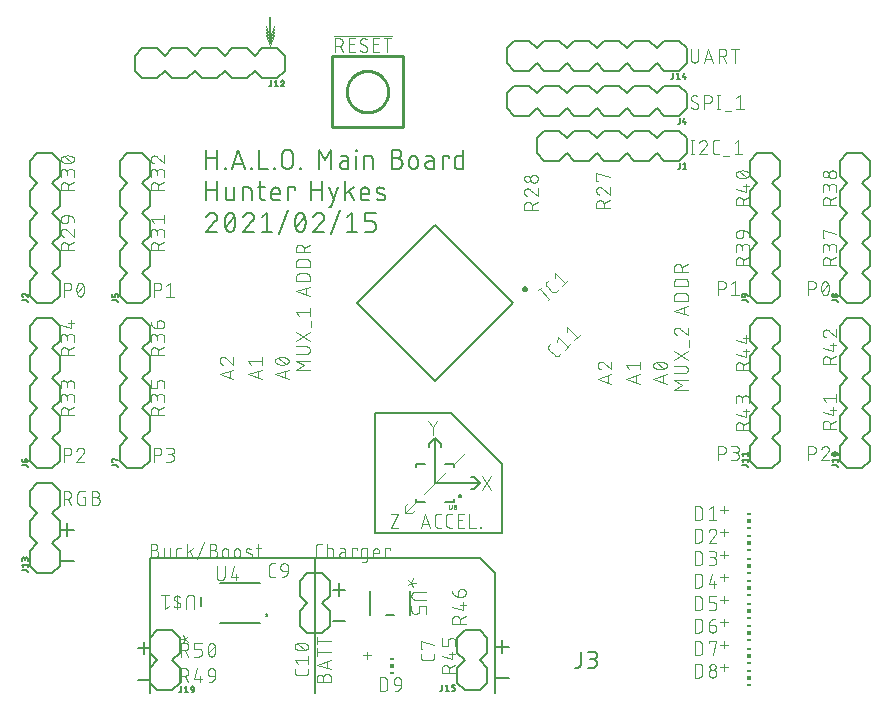
<source format=gbr>
G04 EAGLE Gerber RS-274X export*
G75*
%MOMM*%
%FSLAX34Y34*%
%LPD*%
%INSilkscreen Top*%
%IPPOS*%
%AMOC8*
5,1,8,0,0,1.08239X$1,22.5*%
G01*
%ADD10C,0.076200*%
%ADD11C,0.152400*%
%ADD12C,0.101600*%
%ADD13C,0.127000*%
%ADD14C,0.200000*%
%ADD15C,0.250000*%
%ADD16C,0.203200*%
%ADD17C,0.254000*%
%ADD18R,0.300000X0.150000*%
%ADD19R,0.300000X0.300000*%
%ADD20C,0.025400*%


D10*
X212767Y557149D02*
X215900Y547751D01*
X219033Y557149D01*
D11*
X162052Y460248D02*
X162052Y443992D01*
X162052Y453023D02*
X171083Y453023D01*
X171083Y460248D02*
X171083Y443992D01*
X177579Y443992D02*
X177579Y444895D01*
X178482Y444895D01*
X178482Y443992D01*
X177579Y443992D01*
X183554Y443992D02*
X188972Y460248D01*
X194391Y443992D01*
X193036Y448056D02*
X184908Y448056D01*
X199463Y444895D02*
X199463Y443992D01*
X199463Y444895D02*
X200366Y444895D01*
X200366Y443992D01*
X199463Y443992D01*
X206891Y443992D02*
X206891Y460248D01*
X206891Y443992D02*
X214116Y443992D01*
X219262Y443992D02*
X219262Y444895D01*
X220165Y444895D01*
X220165Y443992D01*
X219262Y443992D01*
X226140Y448508D02*
X226140Y455732D01*
X226142Y455865D01*
X226148Y455997D01*
X226158Y456129D01*
X226171Y456261D01*
X226189Y456393D01*
X226210Y456523D01*
X226235Y456654D01*
X226264Y456783D01*
X226297Y456911D01*
X226333Y457039D01*
X226373Y457165D01*
X226417Y457290D01*
X226465Y457414D01*
X226516Y457536D01*
X226571Y457657D01*
X226629Y457776D01*
X226691Y457894D01*
X226756Y458009D01*
X226825Y458123D01*
X226896Y458234D01*
X226972Y458343D01*
X227050Y458450D01*
X227131Y458555D01*
X227216Y458657D01*
X227303Y458757D01*
X227393Y458854D01*
X227486Y458949D01*
X227582Y459040D01*
X227680Y459129D01*
X227781Y459215D01*
X227885Y459298D01*
X227991Y459378D01*
X228099Y459454D01*
X228209Y459528D01*
X228322Y459598D01*
X228436Y459665D01*
X228553Y459728D01*
X228671Y459788D01*
X228791Y459845D01*
X228913Y459898D01*
X229036Y459947D01*
X229160Y459993D01*
X229286Y460035D01*
X229413Y460073D01*
X229541Y460108D01*
X229670Y460139D01*
X229799Y460166D01*
X229930Y460189D01*
X230061Y460209D01*
X230193Y460224D01*
X230325Y460236D01*
X230457Y460244D01*
X230590Y460248D01*
X230722Y460248D01*
X230855Y460244D01*
X230987Y460236D01*
X231119Y460224D01*
X231251Y460209D01*
X231382Y460189D01*
X231513Y460166D01*
X231642Y460139D01*
X231771Y460108D01*
X231899Y460073D01*
X232026Y460035D01*
X232152Y459993D01*
X232276Y459947D01*
X232399Y459898D01*
X232521Y459845D01*
X232641Y459788D01*
X232759Y459728D01*
X232876Y459665D01*
X232990Y459598D01*
X233103Y459528D01*
X233213Y459454D01*
X233321Y459378D01*
X233427Y459298D01*
X233531Y459215D01*
X233632Y459129D01*
X233730Y459040D01*
X233826Y458949D01*
X233919Y458854D01*
X234009Y458757D01*
X234096Y458657D01*
X234181Y458555D01*
X234262Y458450D01*
X234340Y458343D01*
X234416Y458234D01*
X234487Y458123D01*
X234556Y458009D01*
X234621Y457894D01*
X234683Y457776D01*
X234741Y457657D01*
X234796Y457536D01*
X234847Y457414D01*
X234895Y457290D01*
X234939Y457165D01*
X234979Y457039D01*
X235015Y456911D01*
X235048Y456783D01*
X235077Y456654D01*
X235102Y456523D01*
X235123Y456393D01*
X235141Y456261D01*
X235154Y456129D01*
X235164Y455997D01*
X235170Y455865D01*
X235172Y455732D01*
X235171Y455732D02*
X235171Y448508D01*
X235172Y448508D02*
X235170Y448375D01*
X235164Y448243D01*
X235154Y448111D01*
X235141Y447979D01*
X235123Y447847D01*
X235102Y447717D01*
X235077Y447586D01*
X235048Y447457D01*
X235015Y447329D01*
X234979Y447201D01*
X234939Y447075D01*
X234895Y446950D01*
X234847Y446826D01*
X234796Y446704D01*
X234741Y446583D01*
X234683Y446464D01*
X234621Y446346D01*
X234556Y446231D01*
X234487Y446117D01*
X234416Y446006D01*
X234340Y445897D01*
X234262Y445790D01*
X234181Y445685D01*
X234096Y445583D01*
X234009Y445483D01*
X233919Y445386D01*
X233826Y445291D01*
X233730Y445200D01*
X233632Y445111D01*
X233531Y445025D01*
X233427Y444942D01*
X233321Y444862D01*
X233213Y444786D01*
X233103Y444712D01*
X232990Y444642D01*
X232876Y444575D01*
X232759Y444512D01*
X232641Y444452D01*
X232521Y444395D01*
X232399Y444342D01*
X232276Y444293D01*
X232152Y444247D01*
X232026Y444205D01*
X231899Y444167D01*
X231771Y444132D01*
X231642Y444101D01*
X231513Y444074D01*
X231382Y444051D01*
X231251Y444031D01*
X231119Y444016D01*
X230987Y444004D01*
X230855Y443996D01*
X230722Y443992D01*
X230590Y443992D01*
X230457Y443996D01*
X230325Y444004D01*
X230193Y444016D01*
X230061Y444031D01*
X229930Y444051D01*
X229799Y444074D01*
X229670Y444101D01*
X229541Y444132D01*
X229413Y444167D01*
X229286Y444205D01*
X229160Y444247D01*
X229036Y444293D01*
X228913Y444342D01*
X228791Y444395D01*
X228671Y444452D01*
X228553Y444512D01*
X228436Y444575D01*
X228322Y444642D01*
X228209Y444712D01*
X228099Y444786D01*
X227991Y444862D01*
X227885Y444942D01*
X227781Y445025D01*
X227680Y445111D01*
X227582Y445200D01*
X227486Y445291D01*
X227393Y445386D01*
X227303Y445483D01*
X227216Y445583D01*
X227131Y445685D01*
X227050Y445790D01*
X226972Y445897D01*
X226896Y446006D01*
X226825Y446117D01*
X226756Y446231D01*
X226691Y446346D01*
X226629Y446464D01*
X226571Y446583D01*
X226516Y446704D01*
X226465Y446826D01*
X226417Y446950D01*
X226373Y447075D01*
X226333Y447201D01*
X226297Y447329D01*
X226264Y447457D01*
X226235Y447586D01*
X226210Y447717D01*
X226189Y447847D01*
X226171Y447979D01*
X226158Y448111D01*
X226148Y448243D01*
X226142Y448375D01*
X226140Y448508D01*
X241146Y444895D02*
X241146Y443992D01*
X241146Y444895D02*
X242049Y444895D01*
X242049Y443992D01*
X241146Y443992D01*
X257020Y443992D02*
X257020Y460248D01*
X262439Y451217D01*
X267858Y460248D01*
X267858Y443992D01*
X278066Y450314D02*
X282130Y450314D01*
X278066Y450314D02*
X277954Y450312D01*
X277843Y450306D01*
X277732Y450296D01*
X277621Y450283D01*
X277511Y450265D01*
X277402Y450243D01*
X277293Y450218D01*
X277185Y450189D01*
X277079Y450156D01*
X276973Y450119D01*
X276869Y450079D01*
X276767Y450035D01*
X276666Y449987D01*
X276567Y449936D01*
X276469Y449881D01*
X276374Y449823D01*
X276281Y449762D01*
X276190Y449697D01*
X276101Y449629D01*
X276015Y449558D01*
X275932Y449485D01*
X275851Y449408D01*
X275772Y449328D01*
X275697Y449246D01*
X275625Y449161D01*
X275555Y449074D01*
X275489Y448984D01*
X275426Y448892D01*
X275366Y448797D01*
X275310Y448701D01*
X275257Y448603D01*
X275208Y448503D01*
X275162Y448401D01*
X275120Y448298D01*
X275081Y448193D01*
X275046Y448087D01*
X275015Y447980D01*
X274988Y447872D01*
X274964Y447763D01*
X274945Y447653D01*
X274929Y447543D01*
X274917Y447432D01*
X274909Y447320D01*
X274905Y447209D01*
X274905Y447097D01*
X274909Y446986D01*
X274917Y446874D01*
X274929Y446763D01*
X274945Y446653D01*
X274964Y446543D01*
X274988Y446434D01*
X275015Y446326D01*
X275046Y446219D01*
X275081Y446113D01*
X275120Y446008D01*
X275162Y445905D01*
X275208Y445803D01*
X275257Y445703D01*
X275310Y445605D01*
X275366Y445509D01*
X275426Y445414D01*
X275489Y445322D01*
X275555Y445232D01*
X275625Y445145D01*
X275697Y445060D01*
X275772Y444978D01*
X275851Y444898D01*
X275932Y444821D01*
X276015Y444748D01*
X276101Y444677D01*
X276190Y444609D01*
X276281Y444544D01*
X276374Y444483D01*
X276469Y444425D01*
X276567Y444370D01*
X276666Y444319D01*
X276767Y444271D01*
X276869Y444227D01*
X276973Y444187D01*
X277079Y444150D01*
X277185Y444117D01*
X277293Y444088D01*
X277402Y444063D01*
X277511Y444041D01*
X277621Y444023D01*
X277732Y444010D01*
X277843Y444000D01*
X277954Y443994D01*
X278066Y443992D01*
X282130Y443992D01*
X282130Y452120D01*
X282128Y452221D01*
X282122Y452322D01*
X282113Y452423D01*
X282100Y452524D01*
X282083Y452624D01*
X282062Y452723D01*
X282038Y452821D01*
X282010Y452918D01*
X281978Y453015D01*
X281943Y453110D01*
X281904Y453203D01*
X281862Y453295D01*
X281816Y453386D01*
X281767Y453475D01*
X281715Y453561D01*
X281659Y453646D01*
X281601Y453729D01*
X281539Y453809D01*
X281474Y453887D01*
X281407Y453963D01*
X281337Y454036D01*
X281264Y454106D01*
X281188Y454173D01*
X281110Y454238D01*
X281030Y454300D01*
X280947Y454358D01*
X280862Y454414D01*
X280776Y454466D01*
X280687Y454515D01*
X280596Y454561D01*
X280504Y454603D01*
X280411Y454642D01*
X280316Y454677D01*
X280219Y454709D01*
X280122Y454737D01*
X280024Y454761D01*
X279925Y454782D01*
X279825Y454799D01*
X279724Y454812D01*
X279623Y454821D01*
X279522Y454827D01*
X279421Y454829D01*
X275809Y454829D01*
X289012Y454829D02*
X289012Y443992D01*
X288561Y459345D02*
X288561Y460248D01*
X289464Y460248D01*
X289464Y459345D01*
X288561Y459345D01*
X295820Y454829D02*
X295820Y443992D01*
X295820Y454829D02*
X300336Y454829D01*
X300440Y454827D01*
X300543Y454821D01*
X300647Y454811D01*
X300750Y454797D01*
X300852Y454779D01*
X300953Y454758D01*
X301054Y454732D01*
X301153Y454703D01*
X301252Y454670D01*
X301349Y454633D01*
X301444Y454592D01*
X301538Y454548D01*
X301630Y454500D01*
X301720Y454449D01*
X301809Y454394D01*
X301895Y454336D01*
X301978Y454274D01*
X302060Y454210D01*
X302138Y454142D01*
X302214Y454072D01*
X302288Y453999D01*
X302358Y453922D01*
X302426Y453844D01*
X302490Y453762D01*
X302552Y453679D01*
X302610Y453593D01*
X302665Y453504D01*
X302716Y453414D01*
X302764Y453322D01*
X302808Y453228D01*
X302849Y453133D01*
X302886Y453036D01*
X302919Y452937D01*
X302948Y452838D01*
X302974Y452737D01*
X302995Y452636D01*
X303013Y452534D01*
X303027Y452431D01*
X303037Y452327D01*
X303043Y452224D01*
X303045Y452120D01*
X303045Y443992D01*
X319096Y453023D02*
X323612Y453023D01*
X323612Y453024D02*
X323745Y453022D01*
X323877Y453016D01*
X324009Y453006D01*
X324141Y452993D01*
X324273Y452975D01*
X324403Y452954D01*
X324534Y452929D01*
X324663Y452900D01*
X324791Y452867D01*
X324919Y452831D01*
X325045Y452791D01*
X325170Y452747D01*
X325294Y452699D01*
X325416Y452648D01*
X325537Y452593D01*
X325656Y452535D01*
X325774Y452473D01*
X325889Y452408D01*
X326003Y452339D01*
X326114Y452268D01*
X326223Y452192D01*
X326330Y452114D01*
X326435Y452033D01*
X326537Y451948D01*
X326637Y451861D01*
X326734Y451771D01*
X326829Y451678D01*
X326920Y451582D01*
X327009Y451484D01*
X327095Y451383D01*
X327178Y451279D01*
X327258Y451173D01*
X327334Y451065D01*
X327408Y450955D01*
X327478Y450842D01*
X327545Y450728D01*
X327608Y450611D01*
X327668Y450493D01*
X327725Y450373D01*
X327778Y450251D01*
X327827Y450128D01*
X327873Y450004D01*
X327915Y449878D01*
X327953Y449751D01*
X327988Y449623D01*
X328019Y449494D01*
X328046Y449365D01*
X328069Y449234D01*
X328089Y449103D01*
X328104Y448971D01*
X328116Y448839D01*
X328124Y448707D01*
X328128Y448574D01*
X328128Y448442D01*
X328124Y448309D01*
X328116Y448177D01*
X328104Y448045D01*
X328089Y447913D01*
X328069Y447782D01*
X328046Y447651D01*
X328019Y447522D01*
X327988Y447393D01*
X327953Y447265D01*
X327915Y447138D01*
X327873Y447012D01*
X327827Y446888D01*
X327778Y446765D01*
X327725Y446643D01*
X327668Y446523D01*
X327608Y446405D01*
X327545Y446288D01*
X327478Y446174D01*
X327408Y446061D01*
X327334Y445951D01*
X327258Y445843D01*
X327178Y445737D01*
X327095Y445633D01*
X327009Y445532D01*
X326920Y445434D01*
X326829Y445338D01*
X326734Y445245D01*
X326637Y445155D01*
X326537Y445068D01*
X326435Y444983D01*
X326330Y444902D01*
X326223Y444824D01*
X326114Y444748D01*
X326003Y444677D01*
X325889Y444608D01*
X325774Y444543D01*
X325656Y444481D01*
X325537Y444423D01*
X325416Y444368D01*
X325294Y444317D01*
X325170Y444269D01*
X325045Y444225D01*
X324919Y444185D01*
X324791Y444149D01*
X324663Y444116D01*
X324534Y444087D01*
X324403Y444062D01*
X324273Y444041D01*
X324141Y444023D01*
X324009Y444010D01*
X323877Y444000D01*
X323745Y443994D01*
X323612Y443992D01*
X319096Y443992D01*
X319096Y460248D01*
X323612Y460248D01*
X323731Y460246D01*
X323851Y460240D01*
X323970Y460230D01*
X324088Y460216D01*
X324207Y460199D01*
X324324Y460177D01*
X324441Y460152D01*
X324556Y460122D01*
X324671Y460089D01*
X324785Y460052D01*
X324897Y460012D01*
X325008Y459967D01*
X325117Y459919D01*
X325225Y459868D01*
X325331Y459813D01*
X325435Y459754D01*
X325537Y459692D01*
X325637Y459627D01*
X325735Y459558D01*
X325831Y459486D01*
X325924Y459411D01*
X326014Y459334D01*
X326102Y459253D01*
X326187Y459169D01*
X326269Y459082D01*
X326349Y458993D01*
X326425Y458901D01*
X326499Y458807D01*
X326569Y458710D01*
X326636Y458612D01*
X326700Y458511D01*
X326760Y458407D01*
X326817Y458302D01*
X326870Y458195D01*
X326920Y458087D01*
X326966Y457977D01*
X327008Y457865D01*
X327047Y457752D01*
X327082Y457638D01*
X327113Y457523D01*
X327141Y457406D01*
X327164Y457289D01*
X327184Y457172D01*
X327200Y457053D01*
X327212Y456934D01*
X327220Y456815D01*
X327224Y456696D01*
X327224Y456576D01*
X327220Y456457D01*
X327212Y456338D01*
X327200Y456219D01*
X327184Y456100D01*
X327164Y455983D01*
X327141Y455866D01*
X327113Y455749D01*
X327082Y455634D01*
X327047Y455520D01*
X327008Y455407D01*
X326966Y455295D01*
X326920Y455185D01*
X326870Y455077D01*
X326817Y454970D01*
X326760Y454865D01*
X326700Y454761D01*
X326636Y454660D01*
X326569Y454562D01*
X326499Y454465D01*
X326425Y454371D01*
X326349Y454279D01*
X326269Y454190D01*
X326187Y454103D01*
X326102Y454019D01*
X326014Y453938D01*
X325924Y453861D01*
X325831Y453786D01*
X325735Y453714D01*
X325637Y453645D01*
X325537Y453580D01*
X325435Y453518D01*
X325331Y453459D01*
X325225Y453404D01*
X325117Y453353D01*
X325008Y453305D01*
X324897Y453260D01*
X324785Y453220D01*
X324671Y453183D01*
X324556Y453150D01*
X324441Y453120D01*
X324324Y453095D01*
X324207Y453073D01*
X324088Y453056D01*
X323970Y453042D01*
X323851Y453032D01*
X323731Y453026D01*
X323612Y453024D01*
X333856Y451217D02*
X333856Y447604D01*
X333857Y451217D02*
X333859Y451336D01*
X333865Y451456D01*
X333875Y451575D01*
X333889Y451693D01*
X333906Y451812D01*
X333928Y451929D01*
X333953Y452046D01*
X333983Y452161D01*
X334016Y452276D01*
X334053Y452390D01*
X334093Y452502D01*
X334138Y452613D01*
X334186Y452722D01*
X334237Y452830D01*
X334292Y452936D01*
X334351Y453040D01*
X334413Y453142D01*
X334478Y453242D01*
X334547Y453340D01*
X334619Y453436D01*
X334694Y453529D01*
X334771Y453619D01*
X334852Y453707D01*
X334936Y453792D01*
X335023Y453874D01*
X335112Y453954D01*
X335204Y454030D01*
X335298Y454104D01*
X335395Y454174D01*
X335493Y454241D01*
X335594Y454305D01*
X335698Y454365D01*
X335803Y454422D01*
X335910Y454475D01*
X336018Y454525D01*
X336128Y454571D01*
X336240Y454613D01*
X336353Y454652D01*
X336467Y454687D01*
X336582Y454718D01*
X336699Y454746D01*
X336816Y454769D01*
X336933Y454789D01*
X337052Y454805D01*
X337171Y454817D01*
X337290Y454825D01*
X337409Y454829D01*
X337529Y454829D01*
X337648Y454825D01*
X337767Y454817D01*
X337886Y454805D01*
X338005Y454789D01*
X338122Y454769D01*
X338239Y454746D01*
X338356Y454718D01*
X338471Y454687D01*
X338585Y454652D01*
X338698Y454613D01*
X338810Y454571D01*
X338920Y454525D01*
X339028Y454475D01*
X339135Y454422D01*
X339240Y454365D01*
X339344Y454305D01*
X339445Y454241D01*
X339543Y454174D01*
X339640Y454104D01*
X339734Y454030D01*
X339826Y453954D01*
X339915Y453874D01*
X340002Y453792D01*
X340086Y453707D01*
X340167Y453619D01*
X340244Y453529D01*
X340319Y453436D01*
X340391Y453340D01*
X340460Y453242D01*
X340525Y453142D01*
X340587Y453040D01*
X340646Y452936D01*
X340701Y452830D01*
X340752Y452722D01*
X340800Y452613D01*
X340845Y452502D01*
X340885Y452390D01*
X340922Y452276D01*
X340955Y452161D01*
X340985Y452046D01*
X341010Y451929D01*
X341032Y451812D01*
X341049Y451693D01*
X341063Y451575D01*
X341073Y451456D01*
X341079Y451336D01*
X341081Y451217D01*
X341081Y447604D01*
X341079Y447485D01*
X341073Y447365D01*
X341063Y447246D01*
X341049Y447128D01*
X341032Y447009D01*
X341010Y446892D01*
X340985Y446775D01*
X340955Y446660D01*
X340922Y446545D01*
X340885Y446431D01*
X340845Y446319D01*
X340800Y446208D01*
X340752Y446099D01*
X340701Y445991D01*
X340646Y445885D01*
X340587Y445781D01*
X340525Y445679D01*
X340460Y445579D01*
X340391Y445481D01*
X340319Y445385D01*
X340244Y445292D01*
X340167Y445202D01*
X340086Y445114D01*
X340002Y445029D01*
X339915Y444947D01*
X339826Y444867D01*
X339734Y444791D01*
X339640Y444717D01*
X339543Y444647D01*
X339445Y444580D01*
X339344Y444516D01*
X339240Y444456D01*
X339135Y444399D01*
X339028Y444346D01*
X338920Y444296D01*
X338810Y444250D01*
X338698Y444208D01*
X338585Y444169D01*
X338471Y444134D01*
X338356Y444103D01*
X338239Y444075D01*
X338122Y444052D01*
X338005Y444032D01*
X337886Y444016D01*
X337767Y444004D01*
X337648Y443996D01*
X337529Y443992D01*
X337409Y443992D01*
X337290Y443996D01*
X337171Y444004D01*
X337052Y444016D01*
X336933Y444032D01*
X336816Y444052D01*
X336699Y444075D01*
X336582Y444103D01*
X336467Y444134D01*
X336353Y444169D01*
X336240Y444208D01*
X336128Y444250D01*
X336018Y444296D01*
X335910Y444346D01*
X335803Y444399D01*
X335698Y444456D01*
X335594Y444516D01*
X335493Y444580D01*
X335395Y444647D01*
X335298Y444717D01*
X335204Y444791D01*
X335112Y444867D01*
X335023Y444947D01*
X334936Y445029D01*
X334852Y445114D01*
X334771Y445202D01*
X334694Y445292D01*
X334619Y445385D01*
X334547Y445481D01*
X334478Y445579D01*
X334413Y445679D01*
X334351Y445781D01*
X334292Y445885D01*
X334237Y445991D01*
X334186Y446099D01*
X334138Y446208D01*
X334093Y446319D01*
X334053Y446431D01*
X334016Y446545D01*
X333983Y446660D01*
X333953Y446775D01*
X333928Y446892D01*
X333906Y447009D01*
X333889Y447128D01*
X333875Y447246D01*
X333865Y447365D01*
X333859Y447485D01*
X333857Y447604D01*
X350491Y450314D02*
X354555Y450314D01*
X350491Y450314D02*
X350379Y450312D01*
X350268Y450306D01*
X350157Y450296D01*
X350046Y450283D01*
X349936Y450265D01*
X349827Y450243D01*
X349718Y450218D01*
X349610Y450189D01*
X349504Y450156D01*
X349398Y450119D01*
X349294Y450079D01*
X349192Y450035D01*
X349091Y449987D01*
X348992Y449936D01*
X348894Y449881D01*
X348799Y449823D01*
X348706Y449762D01*
X348615Y449697D01*
X348526Y449629D01*
X348440Y449558D01*
X348357Y449485D01*
X348276Y449408D01*
X348197Y449328D01*
X348122Y449246D01*
X348050Y449161D01*
X347980Y449074D01*
X347914Y448984D01*
X347851Y448892D01*
X347791Y448797D01*
X347735Y448701D01*
X347682Y448603D01*
X347633Y448503D01*
X347587Y448401D01*
X347545Y448298D01*
X347506Y448193D01*
X347471Y448087D01*
X347440Y447980D01*
X347413Y447872D01*
X347389Y447763D01*
X347370Y447653D01*
X347354Y447543D01*
X347342Y447432D01*
X347334Y447320D01*
X347330Y447209D01*
X347330Y447097D01*
X347334Y446986D01*
X347342Y446874D01*
X347354Y446763D01*
X347370Y446653D01*
X347389Y446543D01*
X347413Y446434D01*
X347440Y446326D01*
X347471Y446219D01*
X347506Y446113D01*
X347545Y446008D01*
X347587Y445905D01*
X347633Y445803D01*
X347682Y445703D01*
X347735Y445605D01*
X347791Y445509D01*
X347851Y445414D01*
X347914Y445322D01*
X347980Y445232D01*
X348050Y445145D01*
X348122Y445060D01*
X348197Y444978D01*
X348276Y444898D01*
X348357Y444821D01*
X348440Y444748D01*
X348526Y444677D01*
X348615Y444609D01*
X348706Y444544D01*
X348799Y444483D01*
X348894Y444425D01*
X348992Y444370D01*
X349091Y444319D01*
X349192Y444271D01*
X349294Y444227D01*
X349398Y444187D01*
X349504Y444150D01*
X349610Y444117D01*
X349718Y444088D01*
X349827Y444063D01*
X349936Y444041D01*
X350046Y444023D01*
X350157Y444010D01*
X350268Y444000D01*
X350379Y443994D01*
X350491Y443992D01*
X354555Y443992D01*
X354555Y452120D01*
X354553Y452221D01*
X354547Y452322D01*
X354538Y452423D01*
X354525Y452524D01*
X354508Y452624D01*
X354487Y452723D01*
X354463Y452821D01*
X354435Y452918D01*
X354403Y453015D01*
X354368Y453110D01*
X354329Y453203D01*
X354287Y453295D01*
X354241Y453386D01*
X354192Y453475D01*
X354140Y453561D01*
X354084Y453646D01*
X354026Y453729D01*
X353964Y453809D01*
X353899Y453887D01*
X353832Y453963D01*
X353762Y454036D01*
X353689Y454106D01*
X353613Y454173D01*
X353535Y454238D01*
X353455Y454300D01*
X353372Y454358D01*
X353287Y454414D01*
X353201Y454466D01*
X353112Y454515D01*
X353021Y454561D01*
X352929Y454603D01*
X352836Y454642D01*
X352741Y454677D01*
X352644Y454709D01*
X352547Y454737D01*
X352449Y454761D01*
X352350Y454782D01*
X352250Y454799D01*
X352149Y454812D01*
X352048Y454821D01*
X351947Y454827D01*
X351846Y454829D01*
X348233Y454829D01*
X362077Y454829D02*
X362077Y443992D01*
X362077Y454829D02*
X367496Y454829D01*
X367496Y453023D01*
X379565Y460248D02*
X379565Y443992D01*
X375049Y443992D01*
X374948Y443994D01*
X374847Y444000D01*
X374746Y444009D01*
X374645Y444022D01*
X374545Y444039D01*
X374446Y444060D01*
X374348Y444084D01*
X374251Y444112D01*
X374154Y444144D01*
X374059Y444179D01*
X373966Y444218D01*
X373874Y444260D01*
X373783Y444306D01*
X373695Y444355D01*
X373608Y444407D01*
X373523Y444463D01*
X373440Y444521D01*
X373360Y444583D01*
X373282Y444648D01*
X373206Y444715D01*
X373133Y444785D01*
X373063Y444858D01*
X372996Y444934D01*
X372931Y445012D01*
X372869Y445092D01*
X372811Y445175D01*
X372755Y445260D01*
X372703Y445347D01*
X372654Y445435D01*
X372608Y445526D01*
X372566Y445618D01*
X372527Y445711D01*
X372492Y445806D01*
X372460Y445903D01*
X372432Y446000D01*
X372408Y446098D01*
X372387Y446197D01*
X372370Y446297D01*
X372357Y446398D01*
X372348Y446499D01*
X372342Y446600D01*
X372340Y446701D01*
X372340Y452120D01*
X372342Y452221D01*
X372348Y452322D01*
X372357Y452423D01*
X372370Y452524D01*
X372387Y452624D01*
X372408Y452723D01*
X372432Y452821D01*
X372460Y452918D01*
X372492Y453015D01*
X372527Y453110D01*
X372566Y453203D01*
X372608Y453295D01*
X372654Y453386D01*
X372703Y453475D01*
X372755Y453561D01*
X372811Y453646D01*
X372869Y453729D01*
X372931Y453809D01*
X372996Y453887D01*
X373063Y453963D01*
X373133Y454036D01*
X373206Y454106D01*
X373282Y454173D01*
X373360Y454238D01*
X373440Y454300D01*
X373523Y454358D01*
X373608Y454414D01*
X373695Y454466D01*
X373783Y454515D01*
X373874Y454561D01*
X373966Y454603D01*
X374059Y454642D01*
X374154Y454677D01*
X374251Y454709D01*
X374348Y454737D01*
X374446Y454761D01*
X374545Y454782D01*
X374645Y454799D01*
X374746Y454812D01*
X374847Y454821D01*
X374948Y454827D01*
X375049Y454829D01*
X379565Y454829D01*
X162052Y433578D02*
X162052Y417322D01*
X162052Y426353D02*
X171083Y426353D01*
X171083Y433578D02*
X171083Y417322D01*
X178586Y420031D02*
X178586Y428159D01*
X178587Y420031D02*
X178589Y419930D01*
X178595Y419829D01*
X178604Y419728D01*
X178617Y419627D01*
X178634Y419527D01*
X178655Y419428D01*
X178679Y419330D01*
X178707Y419233D01*
X178739Y419136D01*
X178774Y419041D01*
X178813Y418948D01*
X178855Y418856D01*
X178901Y418765D01*
X178950Y418677D01*
X179002Y418590D01*
X179058Y418505D01*
X179116Y418422D01*
X179178Y418342D01*
X179243Y418264D01*
X179310Y418188D01*
X179380Y418115D01*
X179453Y418045D01*
X179529Y417978D01*
X179607Y417913D01*
X179687Y417851D01*
X179770Y417793D01*
X179855Y417737D01*
X179942Y417685D01*
X180030Y417636D01*
X180121Y417590D01*
X180213Y417548D01*
X180306Y417509D01*
X180401Y417474D01*
X180498Y417442D01*
X180595Y417414D01*
X180693Y417390D01*
X180792Y417369D01*
X180892Y417352D01*
X180993Y417339D01*
X181094Y417330D01*
X181195Y417324D01*
X181296Y417322D01*
X185811Y417322D01*
X185811Y428159D01*
X193175Y428159D02*
X193175Y417322D01*
X193175Y428159D02*
X197691Y428159D01*
X197795Y428157D01*
X197898Y428151D01*
X198002Y428141D01*
X198105Y428127D01*
X198207Y428109D01*
X198308Y428088D01*
X198409Y428062D01*
X198508Y428033D01*
X198607Y428000D01*
X198704Y427963D01*
X198799Y427922D01*
X198893Y427878D01*
X198985Y427830D01*
X199075Y427779D01*
X199164Y427724D01*
X199250Y427666D01*
X199333Y427604D01*
X199415Y427540D01*
X199493Y427472D01*
X199569Y427402D01*
X199643Y427329D01*
X199713Y427252D01*
X199781Y427174D01*
X199845Y427092D01*
X199907Y427009D01*
X199965Y426923D01*
X200020Y426834D01*
X200071Y426744D01*
X200119Y426652D01*
X200163Y426558D01*
X200204Y426463D01*
X200241Y426366D01*
X200274Y426267D01*
X200303Y426168D01*
X200329Y426067D01*
X200350Y425966D01*
X200368Y425864D01*
X200382Y425761D01*
X200392Y425657D01*
X200398Y425554D01*
X200400Y425450D01*
X200400Y417322D01*
X205946Y428159D02*
X211365Y428159D01*
X207753Y433578D02*
X207753Y420031D01*
X207755Y419930D01*
X207761Y419829D01*
X207770Y419728D01*
X207783Y419627D01*
X207800Y419527D01*
X207821Y419428D01*
X207845Y419330D01*
X207873Y419233D01*
X207905Y419136D01*
X207940Y419041D01*
X207979Y418948D01*
X208021Y418856D01*
X208067Y418765D01*
X208116Y418677D01*
X208168Y418590D01*
X208224Y418505D01*
X208282Y418422D01*
X208344Y418342D01*
X208409Y418264D01*
X208476Y418188D01*
X208546Y418115D01*
X208619Y418045D01*
X208695Y417978D01*
X208773Y417913D01*
X208853Y417851D01*
X208936Y417793D01*
X209021Y417737D01*
X209108Y417685D01*
X209196Y417636D01*
X209287Y417590D01*
X209379Y417548D01*
X209472Y417509D01*
X209567Y417474D01*
X209664Y417442D01*
X209761Y417414D01*
X209859Y417390D01*
X209958Y417369D01*
X210058Y417352D01*
X210159Y417339D01*
X210260Y417330D01*
X210361Y417324D01*
X210462Y417322D01*
X211365Y417322D01*
X219853Y417322D02*
X224368Y417322D01*
X219853Y417322D02*
X219752Y417324D01*
X219651Y417330D01*
X219550Y417339D01*
X219449Y417352D01*
X219349Y417369D01*
X219250Y417390D01*
X219152Y417414D01*
X219055Y417442D01*
X218958Y417474D01*
X218863Y417509D01*
X218770Y417548D01*
X218678Y417590D01*
X218587Y417636D01*
X218499Y417685D01*
X218412Y417737D01*
X218327Y417793D01*
X218244Y417851D01*
X218164Y417913D01*
X218086Y417978D01*
X218010Y418045D01*
X217937Y418115D01*
X217867Y418188D01*
X217800Y418264D01*
X217735Y418342D01*
X217673Y418422D01*
X217615Y418505D01*
X217559Y418590D01*
X217507Y418677D01*
X217458Y418765D01*
X217412Y418856D01*
X217370Y418948D01*
X217331Y419041D01*
X217296Y419136D01*
X217264Y419233D01*
X217236Y419330D01*
X217212Y419428D01*
X217191Y419527D01*
X217174Y419627D01*
X217161Y419728D01*
X217152Y419829D01*
X217146Y419930D01*
X217144Y420031D01*
X217143Y420031D02*
X217143Y424547D01*
X217144Y424547D02*
X217146Y424666D01*
X217152Y424786D01*
X217162Y424905D01*
X217176Y425023D01*
X217193Y425142D01*
X217215Y425259D01*
X217240Y425376D01*
X217270Y425491D01*
X217303Y425606D01*
X217340Y425720D01*
X217380Y425832D01*
X217425Y425943D01*
X217473Y426052D01*
X217524Y426160D01*
X217579Y426266D01*
X217638Y426370D01*
X217700Y426472D01*
X217765Y426572D01*
X217834Y426670D01*
X217906Y426766D01*
X217981Y426859D01*
X218058Y426949D01*
X218139Y427037D01*
X218223Y427122D01*
X218310Y427204D01*
X218399Y427284D01*
X218491Y427360D01*
X218585Y427434D01*
X218682Y427504D01*
X218780Y427571D01*
X218881Y427635D01*
X218985Y427695D01*
X219090Y427752D01*
X219197Y427805D01*
X219305Y427855D01*
X219415Y427901D01*
X219527Y427943D01*
X219640Y427982D01*
X219754Y428017D01*
X219869Y428048D01*
X219986Y428076D01*
X220103Y428099D01*
X220220Y428119D01*
X220339Y428135D01*
X220458Y428147D01*
X220577Y428155D01*
X220696Y428159D01*
X220816Y428159D01*
X220935Y428155D01*
X221054Y428147D01*
X221173Y428135D01*
X221292Y428119D01*
X221409Y428099D01*
X221526Y428076D01*
X221643Y428048D01*
X221758Y428017D01*
X221872Y427982D01*
X221985Y427943D01*
X222097Y427901D01*
X222207Y427855D01*
X222315Y427805D01*
X222422Y427752D01*
X222527Y427695D01*
X222631Y427635D01*
X222732Y427571D01*
X222830Y427504D01*
X222927Y427434D01*
X223021Y427360D01*
X223113Y427284D01*
X223202Y427204D01*
X223289Y427122D01*
X223373Y427037D01*
X223454Y426949D01*
X223531Y426859D01*
X223606Y426766D01*
X223678Y426670D01*
X223747Y426572D01*
X223812Y426472D01*
X223874Y426370D01*
X223933Y426266D01*
X223988Y426160D01*
X224039Y426052D01*
X224087Y425943D01*
X224132Y425832D01*
X224172Y425720D01*
X224209Y425606D01*
X224242Y425491D01*
X224272Y425376D01*
X224297Y425259D01*
X224319Y425142D01*
X224336Y425023D01*
X224350Y424905D01*
X224360Y424786D01*
X224366Y424666D01*
X224368Y424547D01*
X224368Y422741D01*
X217143Y422741D01*
X231296Y417322D02*
X231296Y428159D01*
X236715Y428159D01*
X236715Y426353D01*
X250629Y433578D02*
X250629Y417322D01*
X250629Y426353D02*
X259660Y426353D01*
X259660Y433578D02*
X259660Y417322D01*
X266121Y411903D02*
X267927Y411903D01*
X273346Y428159D01*
X266121Y428159D02*
X269734Y417322D01*
X279837Y417322D02*
X279837Y433578D01*
X287062Y428159D02*
X279837Y422741D01*
X282998Y424998D02*
X287062Y417322D01*
X295404Y417322D02*
X299919Y417322D01*
X295404Y417322D02*
X295303Y417324D01*
X295202Y417330D01*
X295101Y417339D01*
X295000Y417352D01*
X294900Y417369D01*
X294801Y417390D01*
X294703Y417414D01*
X294606Y417442D01*
X294509Y417474D01*
X294414Y417509D01*
X294321Y417548D01*
X294229Y417590D01*
X294138Y417636D01*
X294050Y417685D01*
X293963Y417737D01*
X293878Y417793D01*
X293795Y417851D01*
X293715Y417913D01*
X293637Y417978D01*
X293561Y418045D01*
X293488Y418115D01*
X293418Y418188D01*
X293351Y418264D01*
X293286Y418342D01*
X293224Y418422D01*
X293166Y418505D01*
X293110Y418590D01*
X293058Y418677D01*
X293009Y418765D01*
X292963Y418856D01*
X292921Y418948D01*
X292882Y419041D01*
X292847Y419136D01*
X292815Y419233D01*
X292787Y419330D01*
X292763Y419428D01*
X292742Y419527D01*
X292725Y419627D01*
X292712Y419728D01*
X292703Y419829D01*
X292697Y419930D01*
X292695Y420031D01*
X292694Y420031D02*
X292694Y424547D01*
X292695Y424547D02*
X292697Y424666D01*
X292703Y424786D01*
X292713Y424905D01*
X292727Y425023D01*
X292744Y425142D01*
X292766Y425259D01*
X292791Y425376D01*
X292821Y425491D01*
X292854Y425606D01*
X292891Y425720D01*
X292931Y425832D01*
X292976Y425943D01*
X293024Y426052D01*
X293075Y426160D01*
X293130Y426266D01*
X293189Y426370D01*
X293251Y426472D01*
X293316Y426572D01*
X293385Y426670D01*
X293457Y426766D01*
X293532Y426859D01*
X293609Y426949D01*
X293690Y427037D01*
X293774Y427122D01*
X293861Y427204D01*
X293950Y427284D01*
X294042Y427360D01*
X294136Y427434D01*
X294233Y427504D01*
X294331Y427571D01*
X294432Y427635D01*
X294536Y427695D01*
X294641Y427752D01*
X294748Y427805D01*
X294856Y427855D01*
X294966Y427901D01*
X295078Y427943D01*
X295191Y427982D01*
X295305Y428017D01*
X295420Y428048D01*
X295537Y428076D01*
X295654Y428099D01*
X295771Y428119D01*
X295890Y428135D01*
X296009Y428147D01*
X296128Y428155D01*
X296247Y428159D01*
X296367Y428159D01*
X296486Y428155D01*
X296605Y428147D01*
X296724Y428135D01*
X296843Y428119D01*
X296960Y428099D01*
X297077Y428076D01*
X297194Y428048D01*
X297309Y428017D01*
X297423Y427982D01*
X297536Y427943D01*
X297648Y427901D01*
X297758Y427855D01*
X297866Y427805D01*
X297973Y427752D01*
X298078Y427695D01*
X298182Y427635D01*
X298283Y427571D01*
X298381Y427504D01*
X298478Y427434D01*
X298572Y427360D01*
X298664Y427284D01*
X298753Y427204D01*
X298840Y427122D01*
X298924Y427037D01*
X299005Y426949D01*
X299082Y426859D01*
X299157Y426766D01*
X299229Y426670D01*
X299298Y426572D01*
X299363Y426472D01*
X299425Y426370D01*
X299484Y426266D01*
X299539Y426160D01*
X299590Y426052D01*
X299638Y425943D01*
X299683Y425832D01*
X299723Y425720D01*
X299760Y425606D01*
X299793Y425491D01*
X299823Y425376D01*
X299848Y425259D01*
X299870Y425142D01*
X299887Y425023D01*
X299901Y424905D01*
X299911Y424786D01*
X299917Y424666D01*
X299919Y424547D01*
X299919Y422741D01*
X292694Y422741D01*
X307596Y423644D02*
X312111Y421838D01*
X307596Y423644D02*
X307508Y423681D01*
X307422Y423722D01*
X307337Y423766D01*
X307254Y423814D01*
X307174Y423865D01*
X307095Y423919D01*
X307019Y423977D01*
X306945Y424037D01*
X306873Y424101D01*
X306805Y424167D01*
X306739Y424237D01*
X306676Y424308D01*
X306615Y424383D01*
X306558Y424459D01*
X306505Y424538D01*
X306454Y424619D01*
X306407Y424702D01*
X306363Y424787D01*
X306323Y424874D01*
X306286Y424962D01*
X306253Y425052D01*
X306223Y425143D01*
X306198Y425235D01*
X306176Y425328D01*
X306158Y425422D01*
X306143Y425516D01*
X306133Y425611D01*
X306127Y425707D01*
X306124Y425802D01*
X306125Y425898D01*
X306131Y425993D01*
X306140Y426089D01*
X306153Y426183D01*
X306169Y426277D01*
X306190Y426371D01*
X306215Y426463D01*
X306243Y426554D01*
X306275Y426644D01*
X306310Y426733D01*
X306349Y426820D01*
X306392Y426906D01*
X306438Y426990D01*
X306488Y427071D01*
X306540Y427151D01*
X306596Y427229D01*
X306656Y427304D01*
X306718Y427376D01*
X306783Y427446D01*
X306851Y427514D01*
X306921Y427578D01*
X306994Y427640D01*
X307070Y427698D01*
X307148Y427754D01*
X307228Y427806D01*
X307310Y427855D01*
X307394Y427900D01*
X307480Y427942D01*
X307567Y427981D01*
X307656Y428016D01*
X307747Y428047D01*
X307838Y428074D01*
X307931Y428098D01*
X308024Y428118D01*
X308118Y428134D01*
X308213Y428146D01*
X308308Y428155D01*
X308404Y428159D01*
X308499Y428160D01*
X308746Y428153D01*
X308992Y428141D01*
X309238Y428123D01*
X309484Y428098D01*
X309728Y428068D01*
X309972Y428032D01*
X310215Y427991D01*
X310457Y427943D01*
X310698Y427889D01*
X310937Y427830D01*
X311175Y427765D01*
X311411Y427694D01*
X311646Y427618D01*
X311879Y427536D01*
X312109Y427448D01*
X312337Y427355D01*
X312564Y427257D01*
X312112Y421837D02*
X312200Y421800D01*
X312286Y421759D01*
X312371Y421715D01*
X312454Y421667D01*
X312534Y421616D01*
X312613Y421562D01*
X312689Y421504D01*
X312763Y421444D01*
X312835Y421380D01*
X312903Y421314D01*
X312969Y421244D01*
X313032Y421173D01*
X313093Y421098D01*
X313150Y421022D01*
X313203Y420943D01*
X313254Y420862D01*
X313301Y420779D01*
X313345Y420694D01*
X313385Y420607D01*
X313422Y420519D01*
X313455Y420429D01*
X313485Y420338D01*
X313510Y420246D01*
X313532Y420153D01*
X313550Y420059D01*
X313565Y419965D01*
X313575Y419870D01*
X313581Y419774D01*
X313584Y419679D01*
X313583Y419583D01*
X313577Y419488D01*
X313568Y419392D01*
X313555Y419298D01*
X313539Y419204D01*
X313518Y419110D01*
X313493Y419018D01*
X313465Y418927D01*
X313433Y418837D01*
X313398Y418748D01*
X313359Y418661D01*
X313316Y418575D01*
X313270Y418491D01*
X313220Y418410D01*
X313168Y418330D01*
X313112Y418252D01*
X313052Y418177D01*
X312990Y418105D01*
X312925Y418035D01*
X312857Y417967D01*
X312787Y417903D01*
X312714Y417841D01*
X312638Y417783D01*
X312560Y417727D01*
X312480Y417675D01*
X312398Y417626D01*
X312314Y417581D01*
X312228Y417539D01*
X312141Y417500D01*
X312052Y417465D01*
X311961Y417434D01*
X311870Y417407D01*
X311777Y417383D01*
X311684Y417363D01*
X311590Y417347D01*
X311495Y417335D01*
X311400Y417326D01*
X311304Y417322D01*
X311209Y417321D01*
X311208Y417322D02*
X310846Y417331D01*
X310484Y417349D01*
X310123Y417376D01*
X309763Y417411D01*
X309403Y417454D01*
X309044Y417506D01*
X308687Y417567D01*
X308332Y417636D01*
X307978Y417713D01*
X307626Y417799D01*
X307276Y417893D01*
X306928Y417996D01*
X306583Y418106D01*
X306241Y418225D01*
X171083Y402844D02*
X171081Y402969D01*
X171075Y403094D01*
X171066Y403219D01*
X171052Y403343D01*
X171035Y403467D01*
X171014Y403591D01*
X170989Y403713D01*
X170960Y403835D01*
X170928Y403956D01*
X170892Y404076D01*
X170852Y404195D01*
X170809Y404312D01*
X170762Y404428D01*
X170711Y404543D01*
X170657Y404655D01*
X170599Y404767D01*
X170539Y404876D01*
X170474Y404983D01*
X170407Y405089D01*
X170336Y405192D01*
X170262Y405293D01*
X170185Y405392D01*
X170105Y405488D01*
X170022Y405582D01*
X169937Y405673D01*
X169848Y405762D01*
X169757Y405847D01*
X169663Y405930D01*
X169567Y406010D01*
X169468Y406087D01*
X169367Y406161D01*
X169264Y406232D01*
X169158Y406299D01*
X169051Y406364D01*
X168942Y406424D01*
X168830Y406482D01*
X168718Y406536D01*
X168603Y406587D01*
X168487Y406634D01*
X168370Y406677D01*
X168251Y406717D01*
X168131Y406753D01*
X168010Y406785D01*
X167888Y406814D01*
X167766Y406839D01*
X167642Y406860D01*
X167518Y406877D01*
X167394Y406891D01*
X167269Y406900D01*
X167144Y406906D01*
X167019Y406908D01*
X166876Y406906D01*
X166734Y406900D01*
X166591Y406890D01*
X166449Y406877D01*
X166308Y406859D01*
X166166Y406838D01*
X166026Y406813D01*
X165886Y406784D01*
X165747Y406751D01*
X165609Y406714D01*
X165472Y406674D01*
X165337Y406630D01*
X165202Y406582D01*
X165069Y406530D01*
X164937Y406475D01*
X164807Y406416D01*
X164679Y406354D01*
X164552Y406288D01*
X164427Y406219D01*
X164304Y406147D01*
X164184Y406071D01*
X164065Y405992D01*
X163948Y405909D01*
X163834Y405824D01*
X163722Y405735D01*
X163613Y405644D01*
X163506Y405549D01*
X163401Y405452D01*
X163300Y405351D01*
X163201Y405248D01*
X163105Y405143D01*
X163012Y405034D01*
X162922Y404923D01*
X162835Y404810D01*
X162751Y404695D01*
X162671Y404577D01*
X162593Y404457D01*
X162519Y404335D01*
X162449Y404211D01*
X162381Y404085D01*
X162318Y403957D01*
X162257Y403828D01*
X162200Y403697D01*
X162147Y403565D01*
X162098Y403431D01*
X162052Y403296D01*
X169728Y399683D02*
X169822Y399775D01*
X169912Y399869D01*
X170000Y399966D01*
X170085Y400066D01*
X170167Y400168D01*
X170246Y400273D01*
X170321Y400380D01*
X170393Y400489D01*
X170462Y400600D01*
X170528Y400714D01*
X170590Y400829D01*
X170649Y400946D01*
X170704Y401065D01*
X170755Y401185D01*
X170803Y401307D01*
X170848Y401430D01*
X170888Y401554D01*
X170925Y401680D01*
X170958Y401807D01*
X170987Y401934D01*
X171013Y402063D01*
X171034Y402192D01*
X171052Y402322D01*
X171065Y402452D01*
X171075Y402582D01*
X171081Y402713D01*
X171083Y402844D01*
X169728Y399683D02*
X162052Y390652D01*
X171083Y390652D01*
X177683Y398780D02*
X177687Y399100D01*
X177698Y399419D01*
X177717Y399739D01*
X177744Y400057D01*
X177778Y400375D01*
X177820Y400692D01*
X177870Y401008D01*
X177927Y401323D01*
X177991Y401636D01*
X178063Y401948D01*
X178142Y402258D01*
X178229Y402565D01*
X178323Y402871D01*
X178424Y403174D01*
X178533Y403475D01*
X178648Y403773D01*
X178771Y404069D01*
X178901Y404361D01*
X179038Y404650D01*
X179038Y404651D02*
X179077Y404759D01*
X179120Y404866D01*
X179166Y404971D01*
X179217Y405075D01*
X179270Y405177D01*
X179327Y405277D01*
X179388Y405375D01*
X179452Y405470D01*
X179519Y405564D01*
X179590Y405655D01*
X179663Y405744D01*
X179740Y405830D01*
X179819Y405913D01*
X179901Y405994D01*
X179986Y406072D01*
X180074Y406146D01*
X180164Y406218D01*
X180256Y406286D01*
X180351Y406352D01*
X180448Y406414D01*
X180547Y406472D01*
X180649Y406528D01*
X180751Y406579D01*
X180856Y406627D01*
X180962Y406672D01*
X181070Y406713D01*
X181179Y406750D01*
X181289Y406783D01*
X181401Y406812D01*
X181513Y406838D01*
X181626Y406860D01*
X181740Y406877D01*
X181854Y406891D01*
X181969Y406901D01*
X182084Y406907D01*
X182199Y406909D01*
X182199Y406908D02*
X182314Y406906D01*
X182429Y406900D01*
X182544Y406890D01*
X182658Y406876D01*
X182772Y406859D01*
X182885Y406837D01*
X182997Y406811D01*
X183109Y406782D01*
X183219Y406749D01*
X183328Y406712D01*
X183436Y406671D01*
X183542Y406626D01*
X183647Y406578D01*
X183749Y406527D01*
X183850Y406471D01*
X183950Y406413D01*
X184047Y406351D01*
X184141Y406286D01*
X184234Y406217D01*
X184324Y406145D01*
X184412Y406071D01*
X184497Y405993D01*
X184579Y405912D01*
X184658Y405829D01*
X184735Y405743D01*
X184808Y405654D01*
X184879Y405563D01*
X184946Y405469D01*
X185010Y405374D01*
X185071Y405276D01*
X185128Y405176D01*
X185181Y405074D01*
X185232Y404970D01*
X185278Y404865D01*
X185321Y404758D01*
X185360Y404650D01*
X185359Y404650D02*
X185496Y404361D01*
X185626Y404069D01*
X185749Y403773D01*
X185864Y403475D01*
X185973Y403174D01*
X186074Y402871D01*
X186168Y402565D01*
X186255Y402258D01*
X186334Y401948D01*
X186406Y401636D01*
X186470Y401323D01*
X186527Y401008D01*
X186577Y400692D01*
X186619Y400375D01*
X186653Y400057D01*
X186680Y399739D01*
X186699Y399419D01*
X186710Y399100D01*
X186714Y398780D01*
X177684Y398780D02*
X177688Y398460D01*
X177699Y398141D01*
X177718Y397821D01*
X177745Y397503D01*
X177779Y397185D01*
X177821Y396868D01*
X177871Y396552D01*
X177928Y396237D01*
X177992Y395924D01*
X178064Y395612D01*
X178143Y395302D01*
X178230Y394995D01*
X178324Y394689D01*
X178425Y394386D01*
X178534Y394085D01*
X178649Y393787D01*
X178772Y393491D01*
X178902Y393199D01*
X179039Y392910D01*
X179038Y392910D02*
X179077Y392802D01*
X179120Y392695D01*
X179166Y392590D01*
X179217Y392486D01*
X179270Y392384D01*
X179327Y392284D01*
X179388Y392186D01*
X179452Y392091D01*
X179519Y391997D01*
X179590Y391906D01*
X179663Y391817D01*
X179740Y391731D01*
X179819Y391648D01*
X179901Y391567D01*
X179986Y391489D01*
X180074Y391415D01*
X180164Y391343D01*
X180257Y391274D01*
X180351Y391209D01*
X180448Y391147D01*
X180548Y391089D01*
X180649Y391033D01*
X180751Y390982D01*
X180856Y390934D01*
X180962Y390889D01*
X181070Y390848D01*
X181179Y390811D01*
X181289Y390778D01*
X181401Y390749D01*
X181513Y390723D01*
X181626Y390701D01*
X181740Y390684D01*
X181854Y390670D01*
X181969Y390660D01*
X182084Y390654D01*
X182199Y390652D01*
X185359Y392910D02*
X185496Y393199D01*
X185626Y393491D01*
X185749Y393787D01*
X185864Y394085D01*
X185973Y394386D01*
X186074Y394689D01*
X186168Y394995D01*
X186255Y395302D01*
X186334Y395612D01*
X186406Y395924D01*
X186470Y396237D01*
X186527Y396552D01*
X186577Y396868D01*
X186619Y397185D01*
X186653Y397503D01*
X186680Y397821D01*
X186699Y398141D01*
X186710Y398460D01*
X186714Y398780D01*
X185360Y392910D02*
X185321Y392802D01*
X185278Y392695D01*
X185232Y392590D01*
X185181Y392486D01*
X185128Y392384D01*
X185071Y392284D01*
X185010Y392186D01*
X184946Y392091D01*
X184879Y391997D01*
X184808Y391906D01*
X184735Y391817D01*
X184658Y391731D01*
X184579Y391648D01*
X184497Y391567D01*
X184412Y391489D01*
X184324Y391415D01*
X184234Y391343D01*
X184141Y391274D01*
X184047Y391209D01*
X183950Y391147D01*
X183850Y391089D01*
X183749Y391033D01*
X183646Y390982D01*
X183542Y390934D01*
X183436Y390889D01*
X183328Y390848D01*
X183219Y390811D01*
X183109Y390778D01*
X182997Y390749D01*
X182885Y390723D01*
X182772Y390701D01*
X182658Y390684D01*
X182544Y390670D01*
X182429Y390660D01*
X182314Y390654D01*
X182199Y390652D01*
X178586Y394264D02*
X185811Y403296D01*
X198282Y406908D02*
X198407Y406906D01*
X198532Y406900D01*
X198657Y406891D01*
X198781Y406877D01*
X198905Y406860D01*
X199029Y406839D01*
X199151Y406814D01*
X199273Y406785D01*
X199394Y406753D01*
X199514Y406717D01*
X199633Y406677D01*
X199750Y406634D01*
X199866Y406587D01*
X199981Y406536D01*
X200093Y406482D01*
X200205Y406424D01*
X200314Y406364D01*
X200421Y406299D01*
X200527Y406232D01*
X200630Y406161D01*
X200731Y406087D01*
X200830Y406010D01*
X200926Y405930D01*
X201020Y405847D01*
X201111Y405762D01*
X201200Y405673D01*
X201285Y405582D01*
X201368Y405488D01*
X201448Y405392D01*
X201525Y405293D01*
X201599Y405192D01*
X201670Y405089D01*
X201737Y404983D01*
X201802Y404876D01*
X201862Y404767D01*
X201920Y404655D01*
X201974Y404543D01*
X202025Y404428D01*
X202072Y404312D01*
X202115Y404195D01*
X202155Y404076D01*
X202191Y403956D01*
X202223Y403835D01*
X202252Y403713D01*
X202277Y403591D01*
X202298Y403467D01*
X202315Y403343D01*
X202329Y403219D01*
X202338Y403094D01*
X202344Y402969D01*
X202346Y402844D01*
X198282Y406908D02*
X198139Y406906D01*
X197997Y406900D01*
X197854Y406890D01*
X197712Y406877D01*
X197571Y406859D01*
X197429Y406838D01*
X197289Y406813D01*
X197149Y406784D01*
X197010Y406751D01*
X196872Y406714D01*
X196735Y406674D01*
X196600Y406630D01*
X196465Y406582D01*
X196332Y406530D01*
X196200Y406475D01*
X196070Y406416D01*
X195942Y406354D01*
X195815Y406288D01*
X195690Y406219D01*
X195567Y406147D01*
X195447Y406071D01*
X195328Y405992D01*
X195211Y405909D01*
X195097Y405824D01*
X194985Y405735D01*
X194876Y405644D01*
X194769Y405549D01*
X194664Y405452D01*
X194563Y405351D01*
X194464Y405248D01*
X194368Y405143D01*
X194275Y405034D01*
X194185Y404923D01*
X194098Y404810D01*
X194014Y404695D01*
X193934Y404577D01*
X193856Y404457D01*
X193782Y404335D01*
X193712Y404211D01*
X193644Y404085D01*
X193581Y403957D01*
X193520Y403828D01*
X193463Y403697D01*
X193410Y403565D01*
X193361Y403431D01*
X193315Y403296D01*
X200990Y399683D02*
X201084Y399775D01*
X201174Y399869D01*
X201262Y399966D01*
X201347Y400066D01*
X201429Y400168D01*
X201508Y400273D01*
X201583Y400380D01*
X201655Y400489D01*
X201724Y400600D01*
X201790Y400714D01*
X201852Y400829D01*
X201911Y400946D01*
X201966Y401065D01*
X202017Y401185D01*
X202065Y401307D01*
X202110Y401430D01*
X202150Y401554D01*
X202187Y401680D01*
X202220Y401807D01*
X202249Y401934D01*
X202275Y402063D01*
X202296Y402192D01*
X202314Y402322D01*
X202327Y402452D01*
X202337Y402582D01*
X202343Y402713D01*
X202345Y402844D01*
X200991Y399683D02*
X193314Y390652D01*
X202346Y390652D01*
X208946Y403296D02*
X213461Y406908D01*
X213461Y390652D01*
X208946Y390652D02*
X217977Y390652D01*
X223917Y388846D02*
X231142Y408714D01*
X238437Y404650D02*
X238300Y404361D01*
X238170Y404069D01*
X238047Y403773D01*
X237932Y403475D01*
X237823Y403174D01*
X237722Y402871D01*
X237628Y402565D01*
X237541Y402258D01*
X237462Y401948D01*
X237390Y401636D01*
X237326Y401323D01*
X237269Y401008D01*
X237219Y400692D01*
X237177Y400375D01*
X237143Y400057D01*
X237116Y399739D01*
X237097Y399419D01*
X237086Y399100D01*
X237082Y398780D01*
X238436Y404651D02*
X238475Y404759D01*
X238518Y404866D01*
X238564Y404971D01*
X238615Y405075D01*
X238668Y405177D01*
X238725Y405277D01*
X238786Y405375D01*
X238850Y405470D01*
X238917Y405564D01*
X238988Y405655D01*
X239061Y405744D01*
X239138Y405830D01*
X239217Y405913D01*
X239299Y405994D01*
X239384Y406072D01*
X239472Y406146D01*
X239562Y406218D01*
X239654Y406286D01*
X239749Y406352D01*
X239846Y406414D01*
X239945Y406472D01*
X240047Y406528D01*
X240149Y406579D01*
X240254Y406627D01*
X240360Y406672D01*
X240468Y406713D01*
X240577Y406750D01*
X240687Y406783D01*
X240799Y406812D01*
X240911Y406838D01*
X241024Y406860D01*
X241138Y406877D01*
X241252Y406891D01*
X241367Y406901D01*
X241482Y406907D01*
X241597Y406909D01*
X241597Y406908D02*
X241712Y406906D01*
X241827Y406900D01*
X241942Y406890D01*
X242056Y406876D01*
X242170Y406859D01*
X242283Y406837D01*
X242395Y406811D01*
X242507Y406782D01*
X242617Y406749D01*
X242726Y406712D01*
X242834Y406671D01*
X242940Y406626D01*
X243045Y406578D01*
X243147Y406527D01*
X243248Y406471D01*
X243348Y406413D01*
X243445Y406351D01*
X243539Y406286D01*
X243632Y406217D01*
X243722Y406145D01*
X243810Y406071D01*
X243895Y405993D01*
X243977Y405912D01*
X244056Y405829D01*
X244133Y405743D01*
X244206Y405654D01*
X244277Y405563D01*
X244344Y405469D01*
X244408Y405374D01*
X244469Y405276D01*
X244526Y405176D01*
X244579Y405074D01*
X244630Y404970D01*
X244676Y404865D01*
X244719Y404758D01*
X244758Y404650D01*
X244895Y404361D01*
X245025Y404069D01*
X245148Y403773D01*
X245263Y403475D01*
X245372Y403174D01*
X245473Y402871D01*
X245567Y402565D01*
X245654Y402258D01*
X245733Y401948D01*
X245805Y401636D01*
X245869Y401323D01*
X245926Y401008D01*
X245976Y400692D01*
X246018Y400375D01*
X246052Y400057D01*
X246079Y399739D01*
X246098Y399419D01*
X246109Y399100D01*
X246113Y398780D01*
X237082Y398780D02*
X237086Y398460D01*
X237097Y398141D01*
X237116Y397821D01*
X237143Y397503D01*
X237177Y397185D01*
X237219Y396868D01*
X237269Y396552D01*
X237326Y396237D01*
X237390Y395924D01*
X237462Y395612D01*
X237541Y395302D01*
X237628Y394995D01*
X237722Y394689D01*
X237823Y394386D01*
X237932Y394085D01*
X238047Y393787D01*
X238170Y393491D01*
X238300Y393199D01*
X238437Y392910D01*
X238436Y392910D02*
X238475Y392802D01*
X238518Y392695D01*
X238564Y392590D01*
X238615Y392486D01*
X238668Y392384D01*
X238725Y392284D01*
X238786Y392186D01*
X238850Y392091D01*
X238917Y391997D01*
X238988Y391906D01*
X239061Y391817D01*
X239138Y391731D01*
X239217Y391648D01*
X239299Y391567D01*
X239384Y391489D01*
X239472Y391415D01*
X239562Y391343D01*
X239655Y391274D01*
X239749Y391209D01*
X239846Y391147D01*
X239946Y391089D01*
X240047Y391033D01*
X240149Y390982D01*
X240254Y390934D01*
X240360Y390889D01*
X240468Y390848D01*
X240577Y390811D01*
X240687Y390778D01*
X240799Y390749D01*
X240911Y390723D01*
X241024Y390701D01*
X241138Y390684D01*
X241252Y390670D01*
X241367Y390660D01*
X241482Y390654D01*
X241597Y390652D01*
X244758Y392910D02*
X244895Y393199D01*
X245025Y393491D01*
X245148Y393787D01*
X245263Y394085D01*
X245372Y394386D01*
X245473Y394689D01*
X245567Y394995D01*
X245654Y395302D01*
X245733Y395612D01*
X245805Y395924D01*
X245869Y396237D01*
X245926Y396552D01*
X245976Y396868D01*
X246018Y397185D01*
X246052Y397503D01*
X246079Y397821D01*
X246098Y398141D01*
X246109Y398460D01*
X246113Y398780D01*
X244758Y392910D02*
X244719Y392802D01*
X244676Y392695D01*
X244630Y392590D01*
X244579Y392486D01*
X244526Y392384D01*
X244469Y392284D01*
X244408Y392186D01*
X244344Y392091D01*
X244277Y391997D01*
X244206Y391906D01*
X244133Y391817D01*
X244056Y391731D01*
X243977Y391648D01*
X243895Y391567D01*
X243810Y391489D01*
X243722Y391415D01*
X243632Y391343D01*
X243539Y391274D01*
X243445Y391209D01*
X243348Y391147D01*
X243248Y391089D01*
X243147Y391033D01*
X243044Y390982D01*
X242940Y390934D01*
X242834Y390889D01*
X242726Y390848D01*
X242617Y390811D01*
X242507Y390778D01*
X242395Y390749D01*
X242283Y390723D01*
X242170Y390701D01*
X242056Y390684D01*
X241942Y390670D01*
X241827Y390660D01*
X241712Y390654D01*
X241597Y390652D01*
X237985Y394264D02*
X245210Y403296D01*
X257680Y406908D02*
X257805Y406906D01*
X257930Y406900D01*
X258055Y406891D01*
X258179Y406877D01*
X258303Y406860D01*
X258427Y406839D01*
X258549Y406814D01*
X258671Y406785D01*
X258792Y406753D01*
X258912Y406717D01*
X259031Y406677D01*
X259148Y406634D01*
X259264Y406587D01*
X259379Y406536D01*
X259491Y406482D01*
X259603Y406424D01*
X259712Y406364D01*
X259819Y406299D01*
X259925Y406232D01*
X260028Y406161D01*
X260129Y406087D01*
X260228Y406010D01*
X260324Y405930D01*
X260418Y405847D01*
X260509Y405762D01*
X260598Y405673D01*
X260683Y405582D01*
X260766Y405488D01*
X260846Y405392D01*
X260923Y405293D01*
X260997Y405192D01*
X261068Y405089D01*
X261135Y404983D01*
X261200Y404876D01*
X261260Y404767D01*
X261318Y404655D01*
X261372Y404543D01*
X261423Y404428D01*
X261470Y404312D01*
X261513Y404195D01*
X261553Y404076D01*
X261589Y403956D01*
X261621Y403835D01*
X261650Y403713D01*
X261675Y403591D01*
X261696Y403467D01*
X261713Y403343D01*
X261727Y403219D01*
X261736Y403094D01*
X261742Y402969D01*
X261744Y402844D01*
X257680Y406908D02*
X257537Y406906D01*
X257395Y406900D01*
X257252Y406890D01*
X257110Y406877D01*
X256969Y406859D01*
X256827Y406838D01*
X256687Y406813D01*
X256547Y406784D01*
X256408Y406751D01*
X256270Y406714D01*
X256133Y406674D01*
X255998Y406630D01*
X255863Y406582D01*
X255730Y406530D01*
X255598Y406475D01*
X255468Y406416D01*
X255340Y406354D01*
X255213Y406288D01*
X255088Y406219D01*
X254965Y406147D01*
X254845Y406071D01*
X254726Y405992D01*
X254609Y405909D01*
X254495Y405824D01*
X254383Y405735D01*
X254274Y405644D01*
X254167Y405549D01*
X254062Y405452D01*
X253961Y405351D01*
X253862Y405248D01*
X253766Y405143D01*
X253673Y405034D01*
X253583Y404923D01*
X253496Y404810D01*
X253412Y404695D01*
X253332Y404577D01*
X253254Y404457D01*
X253180Y404335D01*
X253110Y404211D01*
X253042Y404085D01*
X252979Y403957D01*
X252918Y403828D01*
X252861Y403697D01*
X252808Y403565D01*
X252759Y403431D01*
X252713Y403296D01*
X260389Y399683D02*
X260483Y399775D01*
X260573Y399869D01*
X260661Y399966D01*
X260746Y400066D01*
X260828Y400168D01*
X260907Y400273D01*
X260982Y400380D01*
X261054Y400489D01*
X261123Y400600D01*
X261189Y400714D01*
X261251Y400829D01*
X261310Y400946D01*
X261365Y401065D01*
X261416Y401185D01*
X261464Y401307D01*
X261509Y401430D01*
X261549Y401554D01*
X261586Y401680D01*
X261619Y401807D01*
X261648Y401934D01*
X261674Y402063D01*
X261695Y402192D01*
X261713Y402322D01*
X261726Y402452D01*
X261736Y402582D01*
X261742Y402713D01*
X261744Y402844D01*
X260389Y399683D02*
X252713Y390652D01*
X261744Y390652D01*
X267684Y388846D02*
X274909Y408714D01*
X280849Y403296D02*
X285365Y406908D01*
X285365Y390652D01*
X289880Y390652D02*
X280849Y390652D01*
X296480Y390652D02*
X301899Y390652D01*
X302017Y390654D01*
X302135Y390660D01*
X302253Y390669D01*
X302370Y390683D01*
X302487Y390700D01*
X302604Y390721D01*
X302719Y390746D01*
X302834Y390775D01*
X302948Y390808D01*
X303060Y390844D01*
X303171Y390884D01*
X303281Y390927D01*
X303390Y390974D01*
X303497Y391024D01*
X303602Y391079D01*
X303705Y391136D01*
X303806Y391197D01*
X303906Y391261D01*
X304003Y391328D01*
X304098Y391398D01*
X304190Y391472D01*
X304281Y391548D01*
X304368Y391628D01*
X304453Y391710D01*
X304535Y391795D01*
X304615Y391882D01*
X304691Y391973D01*
X304765Y392065D01*
X304835Y392160D01*
X304902Y392257D01*
X304966Y392357D01*
X305027Y392458D01*
X305084Y392561D01*
X305139Y392666D01*
X305189Y392773D01*
X305236Y392882D01*
X305279Y392992D01*
X305319Y393103D01*
X305355Y393215D01*
X305388Y393329D01*
X305417Y393444D01*
X305442Y393559D01*
X305463Y393676D01*
X305480Y393793D01*
X305494Y393910D01*
X305503Y394028D01*
X305509Y394146D01*
X305511Y394264D01*
X305512Y394264D02*
X305512Y396071D01*
X305511Y396071D02*
X305509Y396189D01*
X305503Y396307D01*
X305494Y396425D01*
X305480Y396542D01*
X305463Y396659D01*
X305442Y396776D01*
X305417Y396891D01*
X305388Y397006D01*
X305355Y397120D01*
X305319Y397232D01*
X305279Y397343D01*
X305236Y397453D01*
X305189Y397562D01*
X305139Y397669D01*
X305084Y397774D01*
X305027Y397877D01*
X304966Y397978D01*
X304902Y398078D01*
X304835Y398175D01*
X304765Y398270D01*
X304691Y398362D01*
X304615Y398453D01*
X304535Y398540D01*
X304453Y398625D01*
X304368Y398707D01*
X304281Y398787D01*
X304190Y398863D01*
X304098Y398937D01*
X304003Y399007D01*
X303906Y399074D01*
X303806Y399138D01*
X303705Y399199D01*
X303602Y399256D01*
X303497Y399311D01*
X303390Y399361D01*
X303281Y399408D01*
X303171Y399451D01*
X303060Y399491D01*
X302948Y399527D01*
X302834Y399560D01*
X302719Y399589D01*
X302604Y399614D01*
X302487Y399635D01*
X302370Y399652D01*
X302253Y399666D01*
X302135Y399675D01*
X302017Y399681D01*
X301899Y399683D01*
X296480Y399683D01*
X296480Y406908D01*
X305512Y406908D01*
X114300Y114300D02*
X114300Y0D01*
X114300Y114300D02*
X254000Y114300D01*
D12*
X118054Y121299D02*
X114808Y121299D01*
X118054Y121300D02*
X118167Y121298D01*
X118280Y121292D01*
X118393Y121282D01*
X118506Y121268D01*
X118618Y121251D01*
X118729Y121229D01*
X118839Y121204D01*
X118949Y121174D01*
X119057Y121141D01*
X119164Y121104D01*
X119270Y121064D01*
X119374Y121019D01*
X119477Y120971D01*
X119578Y120920D01*
X119677Y120865D01*
X119774Y120807D01*
X119869Y120745D01*
X119962Y120680D01*
X120052Y120612D01*
X120140Y120541D01*
X120226Y120466D01*
X120309Y120389D01*
X120389Y120309D01*
X120466Y120226D01*
X120541Y120140D01*
X120612Y120052D01*
X120680Y119962D01*
X120745Y119869D01*
X120807Y119774D01*
X120865Y119677D01*
X120920Y119578D01*
X120971Y119477D01*
X121019Y119374D01*
X121064Y119270D01*
X121104Y119164D01*
X121141Y119057D01*
X121174Y118949D01*
X121204Y118839D01*
X121229Y118729D01*
X121251Y118618D01*
X121268Y118506D01*
X121282Y118393D01*
X121292Y118280D01*
X121298Y118167D01*
X121300Y118054D01*
X121298Y117941D01*
X121292Y117828D01*
X121282Y117715D01*
X121268Y117602D01*
X121251Y117490D01*
X121229Y117379D01*
X121204Y117269D01*
X121174Y117159D01*
X121141Y117051D01*
X121104Y116944D01*
X121064Y116838D01*
X121019Y116734D01*
X120971Y116631D01*
X120920Y116530D01*
X120865Y116431D01*
X120807Y116334D01*
X120745Y116239D01*
X120680Y116146D01*
X120612Y116056D01*
X120541Y115968D01*
X120466Y115882D01*
X120389Y115799D01*
X120309Y115719D01*
X120226Y115642D01*
X120140Y115567D01*
X120052Y115496D01*
X119962Y115428D01*
X119869Y115363D01*
X119774Y115301D01*
X119677Y115243D01*
X119578Y115188D01*
X119477Y115137D01*
X119374Y115089D01*
X119270Y115044D01*
X119164Y115004D01*
X119057Y114967D01*
X118949Y114934D01*
X118839Y114904D01*
X118729Y114879D01*
X118618Y114857D01*
X118506Y114840D01*
X118393Y114826D01*
X118280Y114816D01*
X118167Y114810D01*
X118054Y114808D01*
X114808Y114808D01*
X114808Y126492D01*
X118054Y126492D01*
X118155Y126490D01*
X118255Y126484D01*
X118355Y126474D01*
X118455Y126461D01*
X118554Y126443D01*
X118653Y126422D01*
X118750Y126397D01*
X118847Y126368D01*
X118942Y126335D01*
X119036Y126299D01*
X119128Y126259D01*
X119219Y126216D01*
X119308Y126169D01*
X119395Y126119D01*
X119481Y126065D01*
X119564Y126008D01*
X119644Y125948D01*
X119723Y125885D01*
X119799Y125818D01*
X119872Y125749D01*
X119942Y125677D01*
X120010Y125603D01*
X120075Y125526D01*
X120136Y125446D01*
X120195Y125364D01*
X120250Y125280D01*
X120302Y125194D01*
X120351Y125106D01*
X120396Y125016D01*
X120438Y124924D01*
X120476Y124831D01*
X120510Y124736D01*
X120541Y124641D01*
X120568Y124544D01*
X120591Y124446D01*
X120611Y124347D01*
X120626Y124247D01*
X120638Y124147D01*
X120646Y124047D01*
X120650Y123946D01*
X120650Y123846D01*
X120646Y123745D01*
X120638Y123645D01*
X120626Y123545D01*
X120611Y123445D01*
X120591Y123346D01*
X120568Y123248D01*
X120541Y123151D01*
X120510Y123056D01*
X120476Y122961D01*
X120438Y122868D01*
X120396Y122776D01*
X120351Y122686D01*
X120302Y122598D01*
X120250Y122512D01*
X120195Y122428D01*
X120136Y122346D01*
X120075Y122266D01*
X120010Y122189D01*
X119942Y122115D01*
X119872Y122043D01*
X119799Y121974D01*
X119723Y121907D01*
X119644Y121844D01*
X119564Y121784D01*
X119481Y121727D01*
X119395Y121673D01*
X119308Y121623D01*
X119219Y121576D01*
X119128Y121533D01*
X119036Y121493D01*
X118942Y121457D01*
X118847Y121424D01*
X118750Y121395D01*
X118653Y121370D01*
X118554Y121349D01*
X118455Y121331D01*
X118355Y121318D01*
X118255Y121308D01*
X118155Y121302D01*
X118054Y121300D01*
X125956Y122597D02*
X125956Y116755D01*
X125958Y116668D01*
X125964Y116580D01*
X125974Y116494D01*
X125987Y116407D01*
X126005Y116322D01*
X126026Y116237D01*
X126051Y116153D01*
X126080Y116071D01*
X126113Y115990D01*
X126149Y115910D01*
X126188Y115832D01*
X126232Y115756D01*
X126278Y115682D01*
X126328Y115611D01*
X126381Y115541D01*
X126437Y115474D01*
X126496Y115410D01*
X126558Y115348D01*
X126622Y115289D01*
X126689Y115233D01*
X126759Y115180D01*
X126830Y115130D01*
X126904Y115084D01*
X126980Y115040D01*
X127058Y115001D01*
X127138Y114965D01*
X127219Y114932D01*
X127301Y114903D01*
X127385Y114878D01*
X127470Y114857D01*
X127555Y114839D01*
X127642Y114826D01*
X127728Y114816D01*
X127816Y114810D01*
X127903Y114808D01*
X131149Y114808D01*
X131149Y122597D01*
X138203Y114808D02*
X140800Y114808D01*
X138203Y114808D02*
X138116Y114810D01*
X138028Y114816D01*
X137942Y114826D01*
X137855Y114839D01*
X137770Y114857D01*
X137685Y114878D01*
X137601Y114903D01*
X137519Y114932D01*
X137438Y114965D01*
X137358Y115001D01*
X137280Y115040D01*
X137204Y115084D01*
X137130Y115130D01*
X137059Y115180D01*
X136989Y115233D01*
X136922Y115289D01*
X136858Y115348D01*
X136796Y115410D01*
X136737Y115474D01*
X136681Y115541D01*
X136628Y115611D01*
X136578Y115682D01*
X136532Y115756D01*
X136488Y115832D01*
X136449Y115910D01*
X136413Y115990D01*
X136380Y116071D01*
X136351Y116153D01*
X136326Y116237D01*
X136305Y116322D01*
X136287Y116407D01*
X136274Y116494D01*
X136264Y116580D01*
X136258Y116668D01*
X136256Y116755D01*
X136256Y120650D01*
X136258Y120737D01*
X136264Y120825D01*
X136274Y120911D01*
X136287Y120998D01*
X136305Y121083D01*
X136326Y121168D01*
X136351Y121252D01*
X136380Y121334D01*
X136413Y121415D01*
X136449Y121495D01*
X136488Y121573D01*
X136532Y121649D01*
X136578Y121723D01*
X136628Y121794D01*
X136681Y121864D01*
X136737Y121931D01*
X136796Y121995D01*
X136858Y122057D01*
X136922Y122116D01*
X136989Y122172D01*
X137059Y122225D01*
X137130Y122275D01*
X137204Y122321D01*
X137280Y122365D01*
X137358Y122404D01*
X137438Y122440D01*
X137519Y122473D01*
X137601Y122502D01*
X137685Y122527D01*
X137770Y122548D01*
X137855Y122566D01*
X137942Y122579D01*
X138028Y122589D01*
X138116Y122595D01*
X138203Y122597D01*
X140800Y122597D01*
X145522Y126492D02*
X145522Y114808D01*
X145522Y118703D02*
X150715Y122597D01*
X147794Y120325D02*
X150715Y114808D01*
X154531Y113510D02*
X159724Y127790D01*
X164719Y121299D02*
X167964Y121299D01*
X167964Y121300D02*
X168077Y121298D01*
X168190Y121292D01*
X168303Y121282D01*
X168416Y121268D01*
X168528Y121251D01*
X168639Y121229D01*
X168749Y121204D01*
X168859Y121174D01*
X168967Y121141D01*
X169074Y121104D01*
X169180Y121064D01*
X169284Y121019D01*
X169387Y120971D01*
X169488Y120920D01*
X169587Y120865D01*
X169684Y120807D01*
X169779Y120745D01*
X169872Y120680D01*
X169962Y120612D01*
X170050Y120541D01*
X170136Y120466D01*
X170219Y120389D01*
X170299Y120309D01*
X170376Y120226D01*
X170451Y120140D01*
X170522Y120052D01*
X170590Y119962D01*
X170655Y119869D01*
X170717Y119774D01*
X170775Y119677D01*
X170830Y119578D01*
X170881Y119477D01*
X170929Y119374D01*
X170974Y119270D01*
X171014Y119164D01*
X171051Y119057D01*
X171084Y118949D01*
X171114Y118839D01*
X171139Y118729D01*
X171161Y118618D01*
X171178Y118506D01*
X171192Y118393D01*
X171202Y118280D01*
X171208Y118167D01*
X171210Y118054D01*
X171208Y117941D01*
X171202Y117828D01*
X171192Y117715D01*
X171178Y117602D01*
X171161Y117490D01*
X171139Y117379D01*
X171114Y117269D01*
X171084Y117159D01*
X171051Y117051D01*
X171014Y116944D01*
X170974Y116838D01*
X170929Y116734D01*
X170881Y116631D01*
X170830Y116530D01*
X170775Y116431D01*
X170717Y116334D01*
X170655Y116239D01*
X170590Y116146D01*
X170522Y116056D01*
X170451Y115968D01*
X170376Y115882D01*
X170299Y115799D01*
X170219Y115719D01*
X170136Y115642D01*
X170050Y115567D01*
X169962Y115496D01*
X169872Y115428D01*
X169779Y115363D01*
X169684Y115301D01*
X169587Y115243D01*
X169488Y115188D01*
X169387Y115137D01*
X169284Y115089D01*
X169180Y115044D01*
X169074Y115004D01*
X168967Y114967D01*
X168859Y114934D01*
X168749Y114904D01*
X168639Y114879D01*
X168528Y114857D01*
X168416Y114840D01*
X168303Y114826D01*
X168190Y114816D01*
X168077Y114810D01*
X167964Y114808D01*
X164719Y114808D01*
X164719Y126492D01*
X167964Y126492D01*
X168065Y126490D01*
X168165Y126484D01*
X168265Y126474D01*
X168365Y126461D01*
X168464Y126443D01*
X168563Y126422D01*
X168660Y126397D01*
X168757Y126368D01*
X168852Y126335D01*
X168946Y126299D01*
X169038Y126259D01*
X169129Y126216D01*
X169218Y126169D01*
X169305Y126119D01*
X169391Y126065D01*
X169474Y126008D01*
X169554Y125948D01*
X169633Y125885D01*
X169709Y125818D01*
X169782Y125749D01*
X169852Y125677D01*
X169920Y125603D01*
X169985Y125526D01*
X170046Y125446D01*
X170105Y125364D01*
X170160Y125280D01*
X170212Y125194D01*
X170261Y125106D01*
X170306Y125016D01*
X170348Y124924D01*
X170386Y124831D01*
X170420Y124736D01*
X170451Y124641D01*
X170478Y124544D01*
X170501Y124446D01*
X170521Y124347D01*
X170536Y124247D01*
X170548Y124147D01*
X170556Y124047D01*
X170560Y123946D01*
X170560Y123846D01*
X170556Y123745D01*
X170548Y123645D01*
X170536Y123545D01*
X170521Y123445D01*
X170501Y123346D01*
X170478Y123248D01*
X170451Y123151D01*
X170420Y123056D01*
X170386Y122961D01*
X170348Y122868D01*
X170306Y122776D01*
X170261Y122686D01*
X170212Y122598D01*
X170160Y122512D01*
X170105Y122428D01*
X170046Y122346D01*
X169985Y122266D01*
X169920Y122189D01*
X169852Y122115D01*
X169782Y122043D01*
X169709Y121974D01*
X169633Y121907D01*
X169554Y121844D01*
X169474Y121784D01*
X169391Y121727D01*
X169305Y121673D01*
X169218Y121623D01*
X169129Y121576D01*
X169038Y121533D01*
X168946Y121493D01*
X168852Y121457D01*
X168757Y121424D01*
X168660Y121395D01*
X168563Y121370D01*
X168464Y121349D01*
X168365Y121331D01*
X168265Y121318D01*
X168165Y121308D01*
X168065Y121302D01*
X167964Y121300D01*
X175486Y120001D02*
X175486Y117404D01*
X175486Y120001D02*
X175488Y120102D01*
X175494Y120202D01*
X175504Y120302D01*
X175517Y120402D01*
X175535Y120501D01*
X175556Y120600D01*
X175581Y120697D01*
X175610Y120794D01*
X175643Y120889D01*
X175679Y120983D01*
X175719Y121075D01*
X175762Y121166D01*
X175809Y121255D01*
X175859Y121342D01*
X175913Y121428D01*
X175970Y121511D01*
X176030Y121591D01*
X176093Y121670D01*
X176160Y121746D01*
X176229Y121819D01*
X176301Y121889D01*
X176375Y121957D01*
X176452Y122022D01*
X176532Y122083D01*
X176614Y122142D01*
X176698Y122197D01*
X176784Y122249D01*
X176872Y122298D01*
X176962Y122343D01*
X177054Y122385D01*
X177147Y122423D01*
X177242Y122457D01*
X177337Y122488D01*
X177434Y122515D01*
X177532Y122538D01*
X177631Y122558D01*
X177731Y122573D01*
X177831Y122585D01*
X177931Y122593D01*
X178032Y122597D01*
X178132Y122597D01*
X178233Y122593D01*
X178333Y122585D01*
X178433Y122573D01*
X178533Y122558D01*
X178632Y122538D01*
X178730Y122515D01*
X178827Y122488D01*
X178922Y122457D01*
X179017Y122423D01*
X179110Y122385D01*
X179202Y122343D01*
X179292Y122298D01*
X179380Y122249D01*
X179466Y122197D01*
X179550Y122142D01*
X179632Y122083D01*
X179712Y122022D01*
X179789Y121957D01*
X179863Y121889D01*
X179935Y121819D01*
X180004Y121746D01*
X180071Y121670D01*
X180134Y121591D01*
X180194Y121511D01*
X180251Y121428D01*
X180305Y121342D01*
X180355Y121255D01*
X180402Y121166D01*
X180445Y121075D01*
X180485Y120983D01*
X180521Y120889D01*
X180554Y120794D01*
X180583Y120697D01*
X180608Y120600D01*
X180629Y120501D01*
X180647Y120402D01*
X180660Y120302D01*
X180670Y120202D01*
X180676Y120102D01*
X180678Y120001D01*
X180679Y120001D02*
X180679Y117404D01*
X180678Y117404D02*
X180676Y117303D01*
X180670Y117203D01*
X180660Y117103D01*
X180647Y117003D01*
X180629Y116904D01*
X180608Y116805D01*
X180583Y116708D01*
X180554Y116611D01*
X180521Y116516D01*
X180485Y116422D01*
X180445Y116330D01*
X180402Y116239D01*
X180355Y116150D01*
X180305Y116063D01*
X180251Y115977D01*
X180194Y115894D01*
X180134Y115814D01*
X180071Y115735D01*
X180004Y115659D01*
X179935Y115586D01*
X179863Y115516D01*
X179789Y115448D01*
X179712Y115383D01*
X179632Y115322D01*
X179550Y115263D01*
X179466Y115208D01*
X179380Y115156D01*
X179292Y115107D01*
X179202Y115062D01*
X179110Y115020D01*
X179017Y114982D01*
X178922Y114948D01*
X178827Y114917D01*
X178730Y114890D01*
X178632Y114867D01*
X178533Y114847D01*
X178433Y114832D01*
X178333Y114820D01*
X178233Y114812D01*
X178132Y114808D01*
X178032Y114808D01*
X177931Y114812D01*
X177831Y114820D01*
X177731Y114832D01*
X177631Y114847D01*
X177532Y114867D01*
X177434Y114890D01*
X177337Y114917D01*
X177242Y114948D01*
X177147Y114982D01*
X177054Y115020D01*
X176962Y115062D01*
X176872Y115107D01*
X176784Y115156D01*
X176698Y115208D01*
X176614Y115263D01*
X176532Y115322D01*
X176452Y115383D01*
X176375Y115448D01*
X176301Y115516D01*
X176229Y115586D01*
X176160Y115659D01*
X176093Y115735D01*
X176030Y115814D01*
X175970Y115894D01*
X175913Y115977D01*
X175859Y116063D01*
X175809Y116150D01*
X175762Y116239D01*
X175719Y116330D01*
X175679Y116422D01*
X175643Y116516D01*
X175610Y116611D01*
X175581Y116708D01*
X175556Y116805D01*
X175535Y116904D01*
X175517Y117003D01*
X175504Y117103D01*
X175494Y117203D01*
X175488Y117303D01*
X175486Y117404D01*
X185392Y117404D02*
X185392Y120001D01*
X185394Y120102D01*
X185400Y120202D01*
X185410Y120302D01*
X185423Y120402D01*
X185441Y120501D01*
X185462Y120600D01*
X185487Y120697D01*
X185516Y120794D01*
X185549Y120889D01*
X185585Y120983D01*
X185625Y121075D01*
X185668Y121166D01*
X185715Y121255D01*
X185765Y121342D01*
X185819Y121428D01*
X185876Y121511D01*
X185936Y121591D01*
X185999Y121670D01*
X186066Y121746D01*
X186135Y121819D01*
X186207Y121889D01*
X186281Y121957D01*
X186358Y122022D01*
X186438Y122083D01*
X186520Y122142D01*
X186604Y122197D01*
X186690Y122249D01*
X186778Y122298D01*
X186868Y122343D01*
X186960Y122385D01*
X187053Y122423D01*
X187148Y122457D01*
X187243Y122488D01*
X187340Y122515D01*
X187438Y122538D01*
X187537Y122558D01*
X187637Y122573D01*
X187737Y122585D01*
X187837Y122593D01*
X187938Y122597D01*
X188038Y122597D01*
X188139Y122593D01*
X188239Y122585D01*
X188339Y122573D01*
X188439Y122558D01*
X188538Y122538D01*
X188636Y122515D01*
X188733Y122488D01*
X188828Y122457D01*
X188923Y122423D01*
X189016Y122385D01*
X189108Y122343D01*
X189198Y122298D01*
X189286Y122249D01*
X189372Y122197D01*
X189456Y122142D01*
X189538Y122083D01*
X189618Y122022D01*
X189695Y121957D01*
X189769Y121889D01*
X189841Y121819D01*
X189910Y121746D01*
X189977Y121670D01*
X190040Y121591D01*
X190100Y121511D01*
X190157Y121428D01*
X190211Y121342D01*
X190261Y121255D01*
X190308Y121166D01*
X190351Y121075D01*
X190391Y120983D01*
X190427Y120889D01*
X190460Y120794D01*
X190489Y120697D01*
X190514Y120600D01*
X190535Y120501D01*
X190553Y120402D01*
X190566Y120302D01*
X190576Y120202D01*
X190582Y120102D01*
X190584Y120001D01*
X190585Y120001D02*
X190585Y117404D01*
X190584Y117404D02*
X190582Y117303D01*
X190576Y117203D01*
X190566Y117103D01*
X190553Y117003D01*
X190535Y116904D01*
X190514Y116805D01*
X190489Y116708D01*
X190460Y116611D01*
X190427Y116516D01*
X190391Y116422D01*
X190351Y116330D01*
X190308Y116239D01*
X190261Y116150D01*
X190211Y116063D01*
X190157Y115977D01*
X190100Y115894D01*
X190040Y115814D01*
X189977Y115735D01*
X189910Y115659D01*
X189841Y115586D01*
X189769Y115516D01*
X189695Y115448D01*
X189618Y115383D01*
X189538Y115322D01*
X189456Y115263D01*
X189372Y115208D01*
X189286Y115156D01*
X189198Y115107D01*
X189108Y115062D01*
X189016Y115020D01*
X188923Y114982D01*
X188828Y114948D01*
X188733Y114917D01*
X188636Y114890D01*
X188538Y114867D01*
X188439Y114847D01*
X188339Y114832D01*
X188239Y114820D01*
X188139Y114812D01*
X188038Y114808D01*
X187938Y114808D01*
X187837Y114812D01*
X187737Y114820D01*
X187637Y114832D01*
X187537Y114847D01*
X187438Y114867D01*
X187340Y114890D01*
X187243Y114917D01*
X187148Y114948D01*
X187053Y114982D01*
X186960Y115020D01*
X186868Y115062D01*
X186778Y115107D01*
X186690Y115156D01*
X186604Y115208D01*
X186520Y115263D01*
X186438Y115322D01*
X186358Y115383D01*
X186281Y115448D01*
X186207Y115516D01*
X186135Y115586D01*
X186066Y115659D01*
X185999Y115735D01*
X185936Y115814D01*
X185876Y115894D01*
X185819Y115977D01*
X185765Y116063D01*
X185715Y116150D01*
X185668Y116239D01*
X185625Y116330D01*
X185585Y116422D01*
X185549Y116516D01*
X185516Y116611D01*
X185487Y116708D01*
X185462Y116805D01*
X185441Y116904D01*
X185423Y117003D01*
X185410Y117103D01*
X185400Y117203D01*
X185394Y117303D01*
X185392Y117404D01*
X196271Y119352D02*
X199517Y118054D01*
X196271Y119351D02*
X196196Y119384D01*
X196122Y119420D01*
X196050Y119459D01*
X195980Y119502D01*
X195913Y119548D01*
X195847Y119598D01*
X195785Y119650D01*
X195724Y119706D01*
X195667Y119764D01*
X195612Y119825D01*
X195561Y119889D01*
X195513Y119955D01*
X195468Y120024D01*
X195426Y120094D01*
X195388Y120167D01*
X195353Y120241D01*
X195322Y120317D01*
X195295Y120394D01*
X195272Y120473D01*
X195252Y120552D01*
X195237Y120633D01*
X195225Y120714D01*
X195217Y120796D01*
X195213Y120877D01*
X195214Y120959D01*
X195218Y121041D01*
X195226Y121123D01*
X195238Y121204D01*
X195254Y121284D01*
X195274Y121364D01*
X195298Y121442D01*
X195326Y121519D01*
X195357Y121595D01*
X195392Y121669D01*
X195430Y121741D01*
X195472Y121812D01*
X195518Y121880D01*
X195566Y121946D01*
X195618Y122009D01*
X195673Y122070D01*
X195731Y122128D01*
X195791Y122184D01*
X195854Y122236D01*
X195920Y122285D01*
X195988Y122331D01*
X196058Y122373D01*
X196130Y122413D01*
X196204Y122448D01*
X196279Y122480D01*
X196356Y122508D01*
X196434Y122532D01*
X196514Y122553D01*
X196594Y122570D01*
X196675Y122582D01*
X196756Y122591D01*
X196838Y122596D01*
X196920Y122597D01*
X197097Y122593D01*
X197274Y122584D01*
X197451Y122570D01*
X197628Y122553D01*
X197803Y122531D01*
X197979Y122506D01*
X198153Y122475D01*
X198327Y122441D01*
X198500Y122403D01*
X198672Y122360D01*
X198843Y122313D01*
X199013Y122263D01*
X199182Y122208D01*
X199349Y122149D01*
X199514Y122086D01*
X199679Y122019D01*
X199841Y121948D01*
X199517Y118054D02*
X199592Y118021D01*
X199666Y117985D01*
X199738Y117946D01*
X199808Y117903D01*
X199875Y117857D01*
X199941Y117807D01*
X200003Y117755D01*
X200064Y117699D01*
X200121Y117641D01*
X200176Y117580D01*
X200227Y117516D01*
X200275Y117450D01*
X200320Y117381D01*
X200362Y117311D01*
X200400Y117238D01*
X200435Y117164D01*
X200466Y117088D01*
X200493Y117011D01*
X200516Y116932D01*
X200536Y116853D01*
X200551Y116772D01*
X200563Y116691D01*
X200571Y116609D01*
X200575Y116528D01*
X200574Y116446D01*
X200570Y116364D01*
X200562Y116282D01*
X200550Y116201D01*
X200534Y116121D01*
X200514Y116041D01*
X200490Y115963D01*
X200462Y115886D01*
X200431Y115810D01*
X200396Y115736D01*
X200358Y115664D01*
X200316Y115593D01*
X200270Y115525D01*
X200222Y115459D01*
X200170Y115396D01*
X200115Y115335D01*
X200057Y115277D01*
X199997Y115221D01*
X199934Y115169D01*
X199868Y115120D01*
X199800Y115074D01*
X199730Y115032D01*
X199658Y114992D01*
X199584Y114957D01*
X199509Y114925D01*
X199432Y114897D01*
X199354Y114873D01*
X199274Y114852D01*
X199194Y114835D01*
X199113Y114823D01*
X199032Y114814D01*
X198950Y114809D01*
X198868Y114808D01*
X198608Y114815D01*
X198348Y114828D01*
X198088Y114847D01*
X197829Y114872D01*
X197570Y114904D01*
X197313Y114941D01*
X197056Y114985D01*
X196800Y115034D01*
X196546Y115090D01*
X196293Y115151D01*
X196042Y115219D01*
X195792Y115293D01*
X195544Y115372D01*
X195298Y115457D01*
X204236Y122597D02*
X208131Y122597D01*
X205535Y126492D02*
X205535Y116755D01*
X205537Y116668D01*
X205543Y116580D01*
X205553Y116494D01*
X205566Y116407D01*
X205584Y116322D01*
X205605Y116237D01*
X205630Y116153D01*
X205659Y116071D01*
X205692Y115990D01*
X205728Y115910D01*
X205767Y115832D01*
X205811Y115756D01*
X205857Y115682D01*
X205907Y115611D01*
X205960Y115541D01*
X206016Y115474D01*
X206075Y115410D01*
X206137Y115348D01*
X206201Y115289D01*
X206268Y115233D01*
X206338Y115180D01*
X206409Y115130D01*
X206483Y115084D01*
X206559Y115040D01*
X206637Y115001D01*
X206717Y114965D01*
X206798Y114932D01*
X206880Y114903D01*
X206964Y114878D01*
X207049Y114857D01*
X207134Y114839D01*
X207221Y114826D01*
X207307Y114816D01*
X207395Y114810D01*
X207482Y114808D01*
X208131Y114808D01*
D11*
X254000Y114300D02*
X254000Y0D01*
D12*
X260971Y9807D02*
X260971Y13053D01*
X260970Y13053D02*
X260972Y13166D01*
X260978Y13279D01*
X260988Y13392D01*
X261002Y13505D01*
X261019Y13617D01*
X261041Y13728D01*
X261066Y13838D01*
X261096Y13948D01*
X261129Y14056D01*
X261166Y14163D01*
X261206Y14269D01*
X261251Y14373D01*
X261299Y14476D01*
X261350Y14577D01*
X261405Y14676D01*
X261463Y14773D01*
X261525Y14868D01*
X261590Y14961D01*
X261658Y15051D01*
X261729Y15139D01*
X261804Y15225D01*
X261881Y15308D01*
X261961Y15388D01*
X262044Y15465D01*
X262130Y15540D01*
X262218Y15611D01*
X262308Y15679D01*
X262401Y15744D01*
X262496Y15806D01*
X262593Y15864D01*
X262692Y15919D01*
X262793Y15970D01*
X262896Y16018D01*
X263000Y16063D01*
X263106Y16103D01*
X263213Y16140D01*
X263321Y16173D01*
X263431Y16203D01*
X263541Y16228D01*
X263652Y16250D01*
X263764Y16267D01*
X263877Y16281D01*
X263990Y16291D01*
X264103Y16297D01*
X264216Y16299D01*
X264329Y16297D01*
X264442Y16291D01*
X264555Y16281D01*
X264668Y16267D01*
X264780Y16250D01*
X264891Y16228D01*
X265001Y16203D01*
X265111Y16173D01*
X265219Y16140D01*
X265326Y16103D01*
X265432Y16063D01*
X265536Y16018D01*
X265639Y15970D01*
X265740Y15919D01*
X265839Y15864D01*
X265936Y15806D01*
X266031Y15744D01*
X266124Y15679D01*
X266214Y15611D01*
X266302Y15540D01*
X266388Y15465D01*
X266471Y15388D01*
X266551Y15308D01*
X266628Y15225D01*
X266703Y15139D01*
X266774Y15051D01*
X266842Y14961D01*
X266907Y14868D01*
X266969Y14773D01*
X267027Y14676D01*
X267082Y14577D01*
X267133Y14476D01*
X267181Y14373D01*
X267226Y14269D01*
X267266Y14163D01*
X267303Y14056D01*
X267336Y13948D01*
X267366Y13838D01*
X267391Y13728D01*
X267413Y13617D01*
X267430Y13505D01*
X267444Y13392D01*
X267454Y13279D01*
X267460Y13166D01*
X267462Y13053D01*
X267462Y9807D01*
X255778Y9807D01*
X255778Y13053D01*
X255780Y13154D01*
X255786Y13254D01*
X255796Y13354D01*
X255809Y13454D01*
X255827Y13553D01*
X255848Y13652D01*
X255873Y13749D01*
X255902Y13846D01*
X255935Y13941D01*
X255971Y14035D01*
X256011Y14127D01*
X256054Y14218D01*
X256101Y14307D01*
X256151Y14394D01*
X256205Y14480D01*
X256262Y14563D01*
X256322Y14643D01*
X256385Y14722D01*
X256452Y14798D01*
X256521Y14871D01*
X256593Y14941D01*
X256667Y15009D01*
X256744Y15074D01*
X256824Y15135D01*
X256906Y15194D01*
X256990Y15249D01*
X257076Y15301D01*
X257164Y15350D01*
X257254Y15395D01*
X257346Y15437D01*
X257439Y15475D01*
X257534Y15509D01*
X257629Y15540D01*
X257726Y15567D01*
X257824Y15590D01*
X257923Y15610D01*
X258023Y15625D01*
X258123Y15637D01*
X258223Y15645D01*
X258324Y15649D01*
X258424Y15649D01*
X258525Y15645D01*
X258625Y15637D01*
X258725Y15625D01*
X258825Y15610D01*
X258924Y15590D01*
X259022Y15567D01*
X259119Y15540D01*
X259214Y15509D01*
X259309Y15475D01*
X259402Y15437D01*
X259494Y15395D01*
X259584Y15350D01*
X259672Y15301D01*
X259758Y15249D01*
X259842Y15194D01*
X259924Y15135D01*
X260004Y15074D01*
X260081Y15009D01*
X260155Y14941D01*
X260227Y14871D01*
X260296Y14798D01*
X260363Y14722D01*
X260426Y14643D01*
X260486Y14563D01*
X260543Y14480D01*
X260597Y14394D01*
X260647Y14307D01*
X260694Y14218D01*
X260737Y14127D01*
X260777Y14035D01*
X260813Y13941D01*
X260846Y13846D01*
X260875Y13749D01*
X260900Y13652D01*
X260921Y13553D01*
X260939Y13454D01*
X260952Y13354D01*
X260962Y13254D01*
X260968Y13154D01*
X260970Y13053D01*
X267462Y20038D02*
X255778Y23933D01*
X267462Y27827D01*
X264541Y26854D02*
X264541Y21012D01*
X267462Y34600D02*
X255778Y34600D01*
X255778Y31355D02*
X255778Y37846D01*
X255778Y44506D02*
X267462Y44506D01*
X255778Y41261D02*
X255778Y47752D01*
D11*
X254000Y114300D02*
X393700Y114300D01*
X406400Y101600D01*
X406400Y0D01*
D12*
X259701Y114808D02*
X257104Y114808D01*
X257005Y114810D01*
X256905Y114816D01*
X256806Y114825D01*
X256708Y114838D01*
X256610Y114855D01*
X256512Y114876D01*
X256416Y114901D01*
X256321Y114929D01*
X256227Y114961D01*
X256134Y114996D01*
X256042Y115035D01*
X255952Y115078D01*
X255864Y115123D01*
X255777Y115173D01*
X255693Y115225D01*
X255610Y115281D01*
X255530Y115339D01*
X255452Y115401D01*
X255377Y115466D01*
X255304Y115534D01*
X255234Y115604D01*
X255166Y115677D01*
X255101Y115752D01*
X255039Y115830D01*
X254981Y115910D01*
X254925Y115993D01*
X254873Y116077D01*
X254823Y116164D01*
X254778Y116252D01*
X254735Y116342D01*
X254696Y116434D01*
X254661Y116527D01*
X254629Y116621D01*
X254601Y116716D01*
X254576Y116812D01*
X254555Y116910D01*
X254538Y117008D01*
X254525Y117106D01*
X254516Y117205D01*
X254510Y117305D01*
X254508Y117404D01*
X254508Y123896D01*
X254510Y123995D01*
X254516Y124095D01*
X254525Y124194D01*
X254538Y124292D01*
X254555Y124390D01*
X254576Y124488D01*
X254601Y124584D01*
X254629Y124679D01*
X254661Y124773D01*
X254696Y124866D01*
X254735Y124958D01*
X254778Y125048D01*
X254823Y125136D01*
X254873Y125223D01*
X254925Y125307D01*
X254981Y125390D01*
X255039Y125470D01*
X255101Y125548D01*
X255166Y125623D01*
X255234Y125696D01*
X255304Y125766D01*
X255377Y125834D01*
X255452Y125899D01*
X255530Y125961D01*
X255610Y126019D01*
X255693Y126075D01*
X255777Y126127D01*
X255864Y126177D01*
X255952Y126222D01*
X256042Y126265D01*
X256134Y126304D01*
X256226Y126339D01*
X256321Y126371D01*
X256416Y126399D01*
X256512Y126424D01*
X256610Y126445D01*
X256708Y126462D01*
X256806Y126475D01*
X256905Y126484D01*
X257005Y126490D01*
X257104Y126492D01*
X259701Y126492D01*
X264334Y126492D02*
X264334Y114808D01*
X264334Y122597D02*
X267580Y122597D01*
X267667Y122595D01*
X267755Y122589D01*
X267841Y122579D01*
X267928Y122566D01*
X268013Y122548D01*
X268098Y122527D01*
X268182Y122502D01*
X268264Y122473D01*
X268345Y122440D01*
X268425Y122404D01*
X268503Y122365D01*
X268579Y122321D01*
X268653Y122275D01*
X268724Y122225D01*
X268794Y122172D01*
X268861Y122116D01*
X268925Y122057D01*
X268987Y121996D01*
X269046Y121931D01*
X269102Y121864D01*
X269155Y121794D01*
X269205Y121723D01*
X269251Y121649D01*
X269295Y121573D01*
X269334Y121495D01*
X269370Y121415D01*
X269403Y121334D01*
X269432Y121252D01*
X269457Y121168D01*
X269478Y121083D01*
X269496Y120998D01*
X269509Y120911D01*
X269519Y120825D01*
X269525Y120737D01*
X269527Y120650D01*
X269527Y114808D01*
X276834Y119352D02*
X279755Y119352D01*
X276834Y119352D02*
X276740Y119350D01*
X276646Y119344D01*
X276553Y119335D01*
X276460Y119321D01*
X276368Y119304D01*
X276276Y119282D01*
X276186Y119258D01*
X276096Y119229D01*
X276008Y119197D01*
X275921Y119161D01*
X275836Y119121D01*
X275753Y119078D01*
X275671Y119032D01*
X275591Y118982D01*
X275514Y118929D01*
X275439Y118873D01*
X275366Y118814D01*
X275295Y118752D01*
X275227Y118687D01*
X275162Y118619D01*
X275100Y118548D01*
X275041Y118475D01*
X274985Y118400D01*
X274932Y118323D01*
X274882Y118243D01*
X274836Y118161D01*
X274793Y118078D01*
X274753Y117993D01*
X274717Y117906D01*
X274685Y117818D01*
X274656Y117728D01*
X274632Y117638D01*
X274610Y117546D01*
X274593Y117454D01*
X274579Y117361D01*
X274570Y117268D01*
X274564Y117174D01*
X274562Y117080D01*
X274564Y116986D01*
X274570Y116892D01*
X274579Y116799D01*
X274593Y116706D01*
X274610Y116614D01*
X274632Y116522D01*
X274656Y116432D01*
X274685Y116342D01*
X274717Y116254D01*
X274753Y116167D01*
X274793Y116082D01*
X274836Y115999D01*
X274882Y115917D01*
X274932Y115837D01*
X274985Y115760D01*
X275041Y115685D01*
X275100Y115612D01*
X275162Y115541D01*
X275227Y115473D01*
X275295Y115408D01*
X275366Y115346D01*
X275439Y115287D01*
X275514Y115231D01*
X275591Y115178D01*
X275671Y115128D01*
X275753Y115082D01*
X275836Y115039D01*
X275921Y114999D01*
X276008Y114963D01*
X276096Y114931D01*
X276186Y114902D01*
X276276Y114878D01*
X276368Y114856D01*
X276460Y114839D01*
X276553Y114825D01*
X276646Y114816D01*
X276740Y114810D01*
X276834Y114808D01*
X279755Y114808D01*
X279755Y120650D01*
X279753Y120737D01*
X279747Y120825D01*
X279737Y120911D01*
X279724Y120998D01*
X279706Y121083D01*
X279685Y121168D01*
X279660Y121252D01*
X279631Y121334D01*
X279598Y121415D01*
X279562Y121495D01*
X279523Y121573D01*
X279479Y121649D01*
X279433Y121723D01*
X279383Y121794D01*
X279330Y121864D01*
X279274Y121931D01*
X279215Y121995D01*
X279153Y122057D01*
X279089Y122116D01*
X279022Y122172D01*
X278952Y122225D01*
X278881Y122275D01*
X278807Y122321D01*
X278731Y122365D01*
X278653Y122404D01*
X278573Y122440D01*
X278492Y122473D01*
X278410Y122502D01*
X278326Y122527D01*
X278241Y122548D01*
X278156Y122566D01*
X278069Y122579D01*
X277983Y122589D01*
X277895Y122595D01*
X277808Y122597D01*
X275212Y122597D01*
X285356Y122597D02*
X285356Y114808D01*
X285356Y122597D02*
X289250Y122597D01*
X289250Y121299D01*
X294798Y114808D02*
X298043Y114808D01*
X294798Y114808D02*
X294711Y114810D01*
X294623Y114816D01*
X294537Y114826D01*
X294450Y114839D01*
X294365Y114857D01*
X294280Y114878D01*
X294196Y114903D01*
X294114Y114932D01*
X294033Y114965D01*
X293953Y115001D01*
X293875Y115040D01*
X293799Y115084D01*
X293725Y115130D01*
X293654Y115180D01*
X293584Y115233D01*
X293517Y115289D01*
X293453Y115348D01*
X293391Y115410D01*
X293332Y115474D01*
X293276Y115541D01*
X293223Y115611D01*
X293173Y115682D01*
X293127Y115756D01*
X293083Y115832D01*
X293044Y115910D01*
X293008Y115990D01*
X292975Y116071D01*
X292946Y116153D01*
X292921Y116237D01*
X292900Y116322D01*
X292882Y116407D01*
X292869Y116494D01*
X292859Y116580D01*
X292853Y116668D01*
X292851Y116755D01*
X292850Y116755D02*
X292850Y120650D01*
X292851Y120650D02*
X292853Y120737D01*
X292859Y120825D01*
X292869Y120911D01*
X292882Y120998D01*
X292900Y121083D01*
X292921Y121168D01*
X292946Y121252D01*
X292975Y121334D01*
X293008Y121415D01*
X293044Y121495D01*
X293083Y121573D01*
X293127Y121649D01*
X293173Y121723D01*
X293223Y121794D01*
X293276Y121864D01*
X293332Y121931D01*
X293391Y121995D01*
X293453Y122057D01*
X293517Y122116D01*
X293584Y122172D01*
X293654Y122225D01*
X293725Y122275D01*
X293799Y122321D01*
X293875Y122365D01*
X293953Y122404D01*
X294033Y122440D01*
X294114Y122473D01*
X294196Y122502D01*
X294280Y122527D01*
X294365Y122548D01*
X294450Y122566D01*
X294537Y122579D01*
X294623Y122589D01*
X294711Y122595D01*
X294798Y122597D01*
X298043Y122597D01*
X298043Y112861D01*
X298041Y112774D01*
X298035Y112686D01*
X298025Y112600D01*
X298012Y112513D01*
X297994Y112428D01*
X297973Y112343D01*
X297948Y112259D01*
X297919Y112177D01*
X297886Y112096D01*
X297850Y112016D01*
X297811Y111938D01*
X297767Y111862D01*
X297721Y111788D01*
X297671Y111717D01*
X297618Y111647D01*
X297562Y111580D01*
X297503Y111516D01*
X297442Y111454D01*
X297377Y111395D01*
X297310Y111339D01*
X297240Y111286D01*
X297169Y111236D01*
X297095Y111190D01*
X297019Y111146D01*
X296941Y111107D01*
X296861Y111071D01*
X296780Y111038D01*
X296698Y111009D01*
X296614Y110984D01*
X296529Y110963D01*
X296444Y110945D01*
X296357Y110932D01*
X296271Y110922D01*
X296183Y110916D01*
X296096Y110914D01*
X296096Y110913D02*
X293499Y110913D01*
X305144Y114808D02*
X308389Y114808D01*
X305144Y114808D02*
X305057Y114810D01*
X304969Y114816D01*
X304883Y114826D01*
X304796Y114839D01*
X304711Y114857D01*
X304626Y114878D01*
X304542Y114903D01*
X304460Y114932D01*
X304379Y114965D01*
X304299Y115001D01*
X304221Y115040D01*
X304145Y115084D01*
X304071Y115130D01*
X304000Y115180D01*
X303930Y115233D01*
X303863Y115289D01*
X303799Y115348D01*
X303737Y115410D01*
X303678Y115474D01*
X303622Y115541D01*
X303569Y115611D01*
X303519Y115682D01*
X303473Y115756D01*
X303429Y115832D01*
X303390Y115910D01*
X303354Y115990D01*
X303321Y116071D01*
X303292Y116153D01*
X303267Y116237D01*
X303246Y116322D01*
X303228Y116407D01*
X303215Y116494D01*
X303205Y116580D01*
X303199Y116668D01*
X303197Y116755D01*
X303196Y116755D02*
X303196Y120001D01*
X303197Y120001D02*
X303199Y120102D01*
X303205Y120202D01*
X303215Y120302D01*
X303228Y120402D01*
X303246Y120501D01*
X303267Y120600D01*
X303292Y120697D01*
X303321Y120794D01*
X303354Y120889D01*
X303390Y120983D01*
X303430Y121075D01*
X303473Y121166D01*
X303520Y121255D01*
X303570Y121342D01*
X303624Y121428D01*
X303681Y121511D01*
X303741Y121591D01*
X303804Y121670D01*
X303871Y121746D01*
X303940Y121819D01*
X304012Y121889D01*
X304086Y121957D01*
X304163Y122022D01*
X304243Y122083D01*
X304325Y122142D01*
X304409Y122197D01*
X304495Y122249D01*
X304583Y122298D01*
X304673Y122343D01*
X304765Y122385D01*
X304858Y122423D01*
X304953Y122457D01*
X305048Y122488D01*
X305145Y122515D01*
X305243Y122538D01*
X305342Y122558D01*
X305442Y122573D01*
X305542Y122585D01*
X305642Y122593D01*
X305743Y122597D01*
X305843Y122597D01*
X305944Y122593D01*
X306044Y122585D01*
X306144Y122573D01*
X306244Y122558D01*
X306343Y122538D01*
X306441Y122515D01*
X306538Y122488D01*
X306633Y122457D01*
X306728Y122423D01*
X306821Y122385D01*
X306913Y122343D01*
X307003Y122298D01*
X307091Y122249D01*
X307177Y122197D01*
X307261Y122142D01*
X307343Y122083D01*
X307423Y122022D01*
X307500Y121957D01*
X307574Y121889D01*
X307646Y121819D01*
X307715Y121746D01*
X307782Y121670D01*
X307845Y121591D01*
X307905Y121511D01*
X307962Y121428D01*
X308016Y121342D01*
X308066Y121255D01*
X308113Y121166D01*
X308156Y121075D01*
X308196Y120983D01*
X308232Y120889D01*
X308265Y120794D01*
X308294Y120697D01*
X308319Y120600D01*
X308340Y120501D01*
X308358Y120402D01*
X308371Y120302D01*
X308381Y120202D01*
X308387Y120102D01*
X308389Y120001D01*
X308389Y118703D01*
X303196Y118703D01*
X313550Y114808D02*
X313550Y122597D01*
X317444Y122597D01*
X317444Y121299D01*
X249682Y273558D02*
X237998Y273558D01*
X244489Y277453D01*
X237998Y281347D01*
X249682Y281347D01*
X246436Y287161D02*
X237998Y287161D01*
X246436Y287161D02*
X246549Y287163D01*
X246662Y287169D01*
X246775Y287179D01*
X246888Y287193D01*
X247000Y287210D01*
X247111Y287232D01*
X247221Y287257D01*
X247331Y287287D01*
X247439Y287320D01*
X247546Y287357D01*
X247652Y287397D01*
X247756Y287442D01*
X247859Y287490D01*
X247960Y287541D01*
X248059Y287596D01*
X248156Y287654D01*
X248251Y287716D01*
X248344Y287781D01*
X248434Y287849D01*
X248522Y287920D01*
X248608Y287995D01*
X248691Y288072D01*
X248771Y288152D01*
X248848Y288235D01*
X248923Y288321D01*
X248994Y288409D01*
X249062Y288499D01*
X249127Y288592D01*
X249189Y288687D01*
X249247Y288784D01*
X249302Y288883D01*
X249353Y288984D01*
X249401Y289087D01*
X249446Y289191D01*
X249486Y289297D01*
X249523Y289404D01*
X249556Y289512D01*
X249586Y289622D01*
X249611Y289732D01*
X249633Y289843D01*
X249650Y289955D01*
X249664Y290068D01*
X249674Y290181D01*
X249680Y290294D01*
X249682Y290407D01*
X249680Y290520D01*
X249674Y290633D01*
X249664Y290746D01*
X249650Y290859D01*
X249633Y290971D01*
X249611Y291082D01*
X249586Y291192D01*
X249556Y291302D01*
X249523Y291410D01*
X249486Y291517D01*
X249446Y291623D01*
X249401Y291727D01*
X249353Y291830D01*
X249302Y291931D01*
X249247Y292030D01*
X249189Y292127D01*
X249127Y292222D01*
X249062Y292315D01*
X248994Y292405D01*
X248923Y292493D01*
X248848Y292579D01*
X248771Y292662D01*
X248691Y292742D01*
X248608Y292819D01*
X248522Y292894D01*
X248434Y292965D01*
X248344Y293033D01*
X248251Y293098D01*
X248156Y293160D01*
X248059Y293218D01*
X247960Y293273D01*
X247859Y293324D01*
X247756Y293372D01*
X247652Y293417D01*
X247546Y293457D01*
X247439Y293494D01*
X247331Y293527D01*
X247221Y293557D01*
X247111Y293582D01*
X247000Y293604D01*
X246888Y293621D01*
X246775Y293635D01*
X246662Y293645D01*
X246549Y293651D01*
X246436Y293653D01*
X246436Y293652D02*
X237998Y293652D01*
X237998Y306112D02*
X249682Y298323D01*
X249682Y306112D02*
X237998Y298323D01*
X250980Y309908D02*
X250980Y315101D01*
X240594Y319546D02*
X237998Y322792D01*
X249682Y322792D01*
X249682Y326037D02*
X249682Y319546D01*
X249682Y336423D02*
X237998Y340318D01*
X249682Y344212D01*
X246761Y343239D02*
X246761Y337397D01*
X249682Y348883D02*
X237998Y348883D01*
X237998Y352129D01*
X238000Y352242D01*
X238006Y352355D01*
X238016Y352468D01*
X238030Y352581D01*
X238047Y352693D01*
X238069Y352804D01*
X238094Y352914D01*
X238124Y353024D01*
X238157Y353132D01*
X238194Y353239D01*
X238234Y353345D01*
X238279Y353449D01*
X238327Y353552D01*
X238378Y353653D01*
X238433Y353752D01*
X238491Y353849D01*
X238553Y353944D01*
X238618Y354037D01*
X238686Y354127D01*
X238757Y354215D01*
X238832Y354301D01*
X238909Y354384D01*
X238989Y354464D01*
X239072Y354541D01*
X239158Y354616D01*
X239246Y354687D01*
X239336Y354755D01*
X239429Y354820D01*
X239524Y354882D01*
X239621Y354940D01*
X239720Y354995D01*
X239821Y355046D01*
X239924Y355094D01*
X240028Y355139D01*
X240134Y355179D01*
X240241Y355216D01*
X240349Y355249D01*
X240459Y355279D01*
X240569Y355304D01*
X240680Y355326D01*
X240792Y355343D01*
X240905Y355357D01*
X241018Y355367D01*
X241131Y355373D01*
X241244Y355375D01*
X241244Y355374D02*
X246436Y355374D01*
X246436Y355375D02*
X246549Y355373D01*
X246662Y355367D01*
X246775Y355357D01*
X246888Y355343D01*
X247000Y355326D01*
X247111Y355304D01*
X247221Y355279D01*
X247331Y355249D01*
X247439Y355216D01*
X247546Y355179D01*
X247652Y355139D01*
X247756Y355094D01*
X247859Y355046D01*
X247960Y354995D01*
X248059Y354940D01*
X248156Y354882D01*
X248251Y354820D01*
X248344Y354755D01*
X248434Y354687D01*
X248522Y354616D01*
X248608Y354541D01*
X248691Y354464D01*
X248771Y354384D01*
X248848Y354301D01*
X248923Y354215D01*
X248994Y354127D01*
X249062Y354037D01*
X249127Y353944D01*
X249189Y353849D01*
X249247Y353752D01*
X249302Y353653D01*
X249353Y353552D01*
X249401Y353449D01*
X249446Y353345D01*
X249486Y353239D01*
X249523Y353132D01*
X249556Y353024D01*
X249586Y352914D01*
X249611Y352804D01*
X249633Y352693D01*
X249650Y352581D01*
X249664Y352468D01*
X249674Y352355D01*
X249680Y352242D01*
X249682Y352129D01*
X249682Y348883D01*
X249682Y361075D02*
X237998Y361075D01*
X237998Y364321D01*
X238000Y364434D01*
X238006Y364547D01*
X238016Y364660D01*
X238030Y364773D01*
X238047Y364885D01*
X238069Y364996D01*
X238094Y365106D01*
X238124Y365216D01*
X238157Y365324D01*
X238194Y365431D01*
X238234Y365537D01*
X238279Y365641D01*
X238327Y365744D01*
X238378Y365845D01*
X238433Y365944D01*
X238491Y366041D01*
X238553Y366136D01*
X238618Y366229D01*
X238686Y366319D01*
X238757Y366407D01*
X238832Y366493D01*
X238909Y366576D01*
X238989Y366656D01*
X239072Y366733D01*
X239158Y366808D01*
X239246Y366879D01*
X239336Y366947D01*
X239429Y367012D01*
X239524Y367074D01*
X239621Y367132D01*
X239720Y367187D01*
X239821Y367238D01*
X239924Y367286D01*
X240028Y367331D01*
X240134Y367371D01*
X240241Y367408D01*
X240349Y367441D01*
X240459Y367471D01*
X240569Y367496D01*
X240680Y367518D01*
X240792Y367535D01*
X240905Y367549D01*
X241018Y367559D01*
X241131Y367565D01*
X241244Y367567D01*
X241244Y367566D02*
X246436Y367566D01*
X246436Y367567D02*
X246549Y367565D01*
X246662Y367559D01*
X246775Y367549D01*
X246888Y367535D01*
X247000Y367518D01*
X247111Y367496D01*
X247221Y367471D01*
X247331Y367441D01*
X247439Y367408D01*
X247546Y367371D01*
X247652Y367331D01*
X247756Y367286D01*
X247859Y367238D01*
X247960Y367187D01*
X248059Y367132D01*
X248156Y367074D01*
X248251Y367012D01*
X248344Y366947D01*
X248434Y366879D01*
X248522Y366808D01*
X248608Y366733D01*
X248691Y366656D01*
X248771Y366576D01*
X248848Y366493D01*
X248923Y366407D01*
X248994Y366319D01*
X249062Y366229D01*
X249127Y366136D01*
X249189Y366041D01*
X249247Y365944D01*
X249302Y365845D01*
X249353Y365744D01*
X249401Y365641D01*
X249446Y365537D01*
X249486Y365431D01*
X249523Y365324D01*
X249556Y365216D01*
X249586Y365106D01*
X249611Y364996D01*
X249633Y364885D01*
X249650Y364773D01*
X249664Y364660D01*
X249674Y364547D01*
X249680Y364434D01*
X249682Y364321D01*
X249682Y361075D01*
X249682Y373341D02*
X237998Y373341D01*
X237998Y376586D01*
X238000Y376699D01*
X238006Y376812D01*
X238016Y376925D01*
X238030Y377038D01*
X238047Y377150D01*
X238069Y377261D01*
X238094Y377371D01*
X238124Y377481D01*
X238157Y377589D01*
X238194Y377696D01*
X238234Y377802D01*
X238279Y377906D01*
X238327Y378009D01*
X238378Y378110D01*
X238433Y378209D01*
X238491Y378306D01*
X238553Y378401D01*
X238618Y378494D01*
X238686Y378584D01*
X238757Y378672D01*
X238832Y378758D01*
X238909Y378841D01*
X238989Y378921D01*
X239072Y378998D01*
X239158Y379073D01*
X239246Y379144D01*
X239336Y379212D01*
X239429Y379277D01*
X239524Y379339D01*
X239621Y379397D01*
X239720Y379452D01*
X239821Y379503D01*
X239924Y379551D01*
X240028Y379596D01*
X240134Y379636D01*
X240241Y379673D01*
X240349Y379706D01*
X240459Y379736D01*
X240569Y379761D01*
X240680Y379783D01*
X240792Y379800D01*
X240905Y379814D01*
X241018Y379824D01*
X241131Y379830D01*
X241244Y379832D01*
X241357Y379830D01*
X241470Y379824D01*
X241583Y379814D01*
X241696Y379800D01*
X241808Y379783D01*
X241919Y379761D01*
X242029Y379736D01*
X242139Y379706D01*
X242247Y379673D01*
X242354Y379636D01*
X242460Y379596D01*
X242564Y379551D01*
X242667Y379503D01*
X242768Y379452D01*
X242867Y379397D01*
X242964Y379339D01*
X243059Y379277D01*
X243152Y379212D01*
X243242Y379144D01*
X243330Y379073D01*
X243416Y378998D01*
X243499Y378921D01*
X243579Y378841D01*
X243656Y378758D01*
X243731Y378672D01*
X243802Y378584D01*
X243870Y378494D01*
X243935Y378401D01*
X243997Y378306D01*
X244055Y378209D01*
X244110Y378110D01*
X244161Y378009D01*
X244209Y377906D01*
X244254Y377802D01*
X244294Y377696D01*
X244331Y377589D01*
X244364Y377481D01*
X244394Y377371D01*
X244419Y377261D01*
X244441Y377150D01*
X244458Y377038D01*
X244472Y376925D01*
X244482Y376812D01*
X244488Y376699D01*
X244490Y376586D01*
X244489Y376586D02*
X244489Y373341D01*
X244489Y377235D02*
X249682Y379832D01*
X220218Y269833D02*
X231902Y265938D01*
X231902Y273727D02*
X220218Y269833D01*
X228981Y272754D02*
X228981Y266912D01*
X226060Y278017D02*
X225830Y278020D01*
X225600Y278028D01*
X225371Y278042D01*
X225142Y278061D01*
X224913Y278086D01*
X224685Y278116D01*
X224458Y278151D01*
X224232Y278192D01*
X224007Y278238D01*
X223783Y278290D01*
X223560Y278347D01*
X223339Y278409D01*
X223119Y278477D01*
X222901Y278550D01*
X222685Y278628D01*
X222471Y278711D01*
X222259Y278799D01*
X222048Y278892D01*
X221841Y278991D01*
X221751Y279024D01*
X221662Y279060D01*
X221574Y279100D01*
X221489Y279144D01*
X221405Y279191D01*
X221323Y279241D01*
X221243Y279295D01*
X221166Y279351D01*
X221090Y279411D01*
X221017Y279474D01*
X220947Y279539D01*
X220879Y279608D01*
X220815Y279679D01*
X220753Y279752D01*
X220694Y279828D01*
X220638Y279906D01*
X220585Y279987D01*
X220536Y280069D01*
X220490Y280153D01*
X220447Y280240D01*
X220408Y280327D01*
X220372Y280417D01*
X220340Y280507D01*
X220312Y280599D01*
X220287Y280692D01*
X220266Y280786D01*
X220249Y280880D01*
X220235Y280975D01*
X220226Y281071D01*
X220220Y281167D01*
X220218Y281263D01*
X220220Y281359D01*
X220226Y281455D01*
X220235Y281551D01*
X220249Y281646D01*
X220266Y281740D01*
X220287Y281834D01*
X220312Y281927D01*
X220340Y282019D01*
X220372Y282109D01*
X220408Y282199D01*
X220447Y282287D01*
X220490Y282373D01*
X220536Y282457D01*
X220585Y282539D01*
X220638Y282620D01*
X220694Y282698D01*
X220753Y282774D01*
X220815Y282847D01*
X220879Y282918D01*
X220947Y282987D01*
X221017Y283052D01*
X221090Y283115D01*
X221166Y283175D01*
X221243Y283231D01*
X221323Y283285D01*
X221405Y283335D01*
X221489Y283382D01*
X221574Y283426D01*
X221662Y283466D01*
X221751Y283502D01*
X221841Y283535D01*
X222048Y283634D01*
X222259Y283727D01*
X222471Y283815D01*
X222685Y283898D01*
X222901Y283976D01*
X223119Y284049D01*
X223339Y284117D01*
X223560Y284179D01*
X223783Y284236D01*
X224007Y284288D01*
X224232Y284334D01*
X224458Y284375D01*
X224685Y284410D01*
X224913Y284440D01*
X225142Y284465D01*
X225371Y284484D01*
X225600Y284498D01*
X225830Y284506D01*
X226060Y284509D01*
X226060Y278017D02*
X226290Y278020D01*
X226520Y278028D01*
X226749Y278042D01*
X226978Y278061D01*
X227207Y278086D01*
X227435Y278116D01*
X227662Y278151D01*
X227888Y278192D01*
X228113Y278238D01*
X228337Y278290D01*
X228560Y278347D01*
X228781Y278409D01*
X229001Y278477D01*
X229219Y278550D01*
X229435Y278628D01*
X229649Y278711D01*
X229861Y278799D01*
X230072Y278892D01*
X230279Y278991D01*
X230369Y279024D01*
X230458Y279060D01*
X230546Y279101D01*
X230631Y279144D01*
X230715Y279191D01*
X230797Y279241D01*
X230877Y279295D01*
X230954Y279351D01*
X231030Y279411D01*
X231103Y279474D01*
X231173Y279539D01*
X231241Y279608D01*
X231305Y279679D01*
X231367Y279752D01*
X231426Y279828D01*
X231482Y279906D01*
X231535Y279987D01*
X231584Y280069D01*
X231630Y280153D01*
X231673Y280240D01*
X231712Y280327D01*
X231748Y280417D01*
X231780Y280507D01*
X231808Y280599D01*
X231833Y280692D01*
X231854Y280786D01*
X231871Y280880D01*
X231885Y280975D01*
X231894Y281071D01*
X231900Y281167D01*
X231902Y281263D01*
X230279Y283534D02*
X230072Y283633D01*
X229861Y283726D01*
X229649Y283814D01*
X229435Y283897D01*
X229219Y283975D01*
X229001Y284048D01*
X228781Y284116D01*
X228560Y284178D01*
X228337Y284235D01*
X228113Y284287D01*
X227888Y284333D01*
X227662Y284374D01*
X227435Y284409D01*
X227207Y284439D01*
X226978Y284464D01*
X226749Y284483D01*
X226520Y284497D01*
X226290Y284505D01*
X226060Y284508D01*
X230279Y283535D02*
X230369Y283502D01*
X230458Y283466D01*
X230546Y283426D01*
X230631Y283382D01*
X230715Y283335D01*
X230797Y283285D01*
X230877Y283231D01*
X230954Y283175D01*
X231030Y283115D01*
X231103Y283052D01*
X231173Y282987D01*
X231241Y282918D01*
X231305Y282847D01*
X231367Y282774D01*
X231426Y282698D01*
X231482Y282620D01*
X231535Y282539D01*
X231584Y282457D01*
X231630Y282373D01*
X231673Y282286D01*
X231712Y282199D01*
X231748Y282109D01*
X231780Y282019D01*
X231808Y281927D01*
X231833Y281834D01*
X231854Y281740D01*
X231871Y281646D01*
X231885Y281551D01*
X231894Y281455D01*
X231900Y281359D01*
X231902Y281263D01*
X229306Y278666D02*
X222814Y283859D01*
X209042Y265938D02*
X197358Y269833D01*
X209042Y273727D01*
X206121Y272754D02*
X206121Y266912D01*
X199954Y278017D02*
X197358Y281263D01*
X209042Y281263D01*
X209042Y284508D02*
X209042Y278017D01*
X184912Y265938D02*
X173228Y269833D01*
X184912Y273727D01*
X181991Y272754D02*
X181991Y266912D01*
X173228Y281587D02*
X173230Y281694D01*
X173236Y281800D01*
X173246Y281906D01*
X173259Y282012D01*
X173277Y282118D01*
X173298Y282222D01*
X173323Y282326D01*
X173352Y282429D01*
X173384Y282530D01*
X173421Y282630D01*
X173461Y282729D01*
X173504Y282827D01*
X173551Y282923D01*
X173602Y283017D01*
X173656Y283109D01*
X173713Y283199D01*
X173773Y283287D01*
X173837Y283372D01*
X173904Y283455D01*
X173974Y283536D01*
X174046Y283614D01*
X174122Y283690D01*
X174200Y283762D01*
X174281Y283832D01*
X174364Y283899D01*
X174449Y283963D01*
X174537Y284023D01*
X174627Y284080D01*
X174719Y284134D01*
X174813Y284185D01*
X174909Y284232D01*
X175007Y284275D01*
X175106Y284315D01*
X175206Y284352D01*
X175307Y284384D01*
X175410Y284413D01*
X175514Y284438D01*
X175618Y284459D01*
X175724Y284477D01*
X175830Y284490D01*
X175936Y284500D01*
X176042Y284506D01*
X176149Y284508D01*
X173228Y281587D02*
X173230Y281466D01*
X173236Y281345D01*
X173246Y281225D01*
X173259Y281104D01*
X173277Y280985D01*
X173298Y280865D01*
X173323Y280747D01*
X173352Y280630D01*
X173385Y280513D01*
X173421Y280398D01*
X173462Y280284D01*
X173505Y280171D01*
X173553Y280059D01*
X173604Y279950D01*
X173659Y279842D01*
X173717Y279735D01*
X173778Y279631D01*
X173843Y279529D01*
X173911Y279429D01*
X173982Y279331D01*
X174056Y279235D01*
X174133Y279142D01*
X174214Y279052D01*
X174297Y278964D01*
X174383Y278879D01*
X174472Y278796D01*
X174563Y278717D01*
X174657Y278640D01*
X174753Y278567D01*
X174851Y278497D01*
X174952Y278430D01*
X175055Y278366D01*
X175160Y278306D01*
X175267Y278248D01*
X175375Y278195D01*
X175485Y278145D01*
X175597Y278099D01*
X175710Y278056D01*
X175825Y278017D01*
X178421Y283534D02*
X178343Y283613D01*
X178263Y283689D01*
X178180Y283762D01*
X178094Y283832D01*
X178007Y283899D01*
X177916Y283963D01*
X177824Y284023D01*
X177730Y284081D01*
X177633Y284135D01*
X177535Y284185D01*
X177435Y284232D01*
X177334Y284276D01*
X177231Y284316D01*
X177126Y284352D01*
X177021Y284384D01*
X176914Y284413D01*
X176807Y284438D01*
X176698Y284460D01*
X176589Y284477D01*
X176480Y284491D01*
X176370Y284500D01*
X176259Y284506D01*
X176149Y284508D01*
X178421Y283535D02*
X184912Y278017D01*
X184912Y284508D01*
X558038Y257048D02*
X569722Y257048D01*
X564529Y260943D02*
X558038Y257048D01*
X564529Y260943D02*
X558038Y264837D01*
X569722Y264837D01*
X566476Y270651D02*
X558038Y270651D01*
X566476Y270651D02*
X566589Y270653D01*
X566702Y270659D01*
X566815Y270669D01*
X566928Y270683D01*
X567040Y270700D01*
X567151Y270722D01*
X567261Y270747D01*
X567371Y270777D01*
X567479Y270810D01*
X567586Y270847D01*
X567692Y270887D01*
X567796Y270932D01*
X567899Y270980D01*
X568000Y271031D01*
X568099Y271086D01*
X568196Y271144D01*
X568291Y271206D01*
X568384Y271271D01*
X568474Y271339D01*
X568562Y271410D01*
X568648Y271485D01*
X568731Y271562D01*
X568811Y271642D01*
X568888Y271725D01*
X568963Y271811D01*
X569034Y271899D01*
X569102Y271989D01*
X569167Y272082D01*
X569229Y272177D01*
X569287Y272274D01*
X569342Y272373D01*
X569393Y272474D01*
X569441Y272577D01*
X569486Y272681D01*
X569526Y272787D01*
X569563Y272894D01*
X569596Y273002D01*
X569626Y273112D01*
X569651Y273222D01*
X569673Y273333D01*
X569690Y273445D01*
X569704Y273558D01*
X569714Y273671D01*
X569720Y273784D01*
X569722Y273897D01*
X569720Y274010D01*
X569714Y274123D01*
X569704Y274236D01*
X569690Y274349D01*
X569673Y274461D01*
X569651Y274572D01*
X569626Y274682D01*
X569596Y274792D01*
X569563Y274900D01*
X569526Y275007D01*
X569486Y275113D01*
X569441Y275217D01*
X569393Y275320D01*
X569342Y275421D01*
X569287Y275520D01*
X569229Y275617D01*
X569167Y275712D01*
X569102Y275805D01*
X569034Y275895D01*
X568963Y275983D01*
X568888Y276069D01*
X568811Y276152D01*
X568731Y276232D01*
X568648Y276309D01*
X568562Y276384D01*
X568474Y276455D01*
X568384Y276523D01*
X568291Y276588D01*
X568196Y276650D01*
X568099Y276708D01*
X568000Y276763D01*
X567899Y276814D01*
X567796Y276862D01*
X567692Y276907D01*
X567586Y276947D01*
X567479Y276984D01*
X567371Y277017D01*
X567261Y277047D01*
X567151Y277072D01*
X567040Y277094D01*
X566928Y277111D01*
X566815Y277125D01*
X566702Y277135D01*
X566589Y277141D01*
X566476Y277143D01*
X566476Y277142D02*
X558038Y277142D01*
X558038Y289602D02*
X569722Y281813D01*
X569722Y289602D02*
X558038Y281813D01*
X571020Y293398D02*
X571020Y298591D01*
X560959Y309527D02*
X560852Y309525D01*
X560746Y309519D01*
X560640Y309509D01*
X560534Y309496D01*
X560428Y309478D01*
X560324Y309457D01*
X560220Y309432D01*
X560117Y309403D01*
X560016Y309371D01*
X559916Y309334D01*
X559817Y309294D01*
X559719Y309251D01*
X559623Y309204D01*
X559529Y309153D01*
X559437Y309099D01*
X559347Y309042D01*
X559259Y308982D01*
X559174Y308918D01*
X559091Y308851D01*
X559010Y308781D01*
X558932Y308709D01*
X558856Y308633D01*
X558784Y308555D01*
X558714Y308474D01*
X558647Y308391D01*
X558583Y308306D01*
X558523Y308218D01*
X558466Y308128D01*
X558412Y308036D01*
X558361Y307942D01*
X558314Y307846D01*
X558271Y307748D01*
X558231Y307649D01*
X558194Y307549D01*
X558162Y307448D01*
X558133Y307345D01*
X558108Y307241D01*
X558087Y307137D01*
X558069Y307031D01*
X558056Y306925D01*
X558046Y306819D01*
X558040Y306713D01*
X558038Y306606D01*
X558040Y306485D01*
X558046Y306364D01*
X558056Y306244D01*
X558069Y306123D01*
X558087Y306004D01*
X558108Y305884D01*
X558133Y305766D01*
X558162Y305649D01*
X558195Y305532D01*
X558231Y305417D01*
X558272Y305303D01*
X558315Y305190D01*
X558363Y305078D01*
X558414Y304969D01*
X558469Y304861D01*
X558527Y304754D01*
X558588Y304650D01*
X558653Y304548D01*
X558721Y304448D01*
X558792Y304350D01*
X558866Y304254D01*
X558943Y304161D01*
X559024Y304071D01*
X559107Y303983D01*
X559193Y303898D01*
X559282Y303815D01*
X559373Y303736D01*
X559467Y303659D01*
X559563Y303586D01*
X559661Y303516D01*
X559762Y303449D01*
X559865Y303385D01*
X559970Y303325D01*
X560077Y303267D01*
X560185Y303214D01*
X560295Y303164D01*
X560407Y303118D01*
X560520Y303075D01*
X560635Y303036D01*
X563231Y308553D02*
X563153Y308632D01*
X563073Y308708D01*
X562990Y308781D01*
X562904Y308851D01*
X562817Y308918D01*
X562726Y308982D01*
X562634Y309042D01*
X562540Y309100D01*
X562443Y309154D01*
X562345Y309204D01*
X562245Y309251D01*
X562144Y309295D01*
X562041Y309335D01*
X561936Y309371D01*
X561831Y309403D01*
X561724Y309432D01*
X561617Y309457D01*
X561508Y309479D01*
X561399Y309496D01*
X561290Y309510D01*
X561180Y309519D01*
X561069Y309525D01*
X560959Y309527D01*
X563231Y308554D02*
X569722Y303036D01*
X569722Y309527D01*
X569722Y319913D02*
X558038Y323808D01*
X569722Y327702D01*
X566801Y326729D02*
X566801Y320887D01*
X569722Y332373D02*
X558038Y332373D01*
X558038Y335619D01*
X558040Y335732D01*
X558046Y335845D01*
X558056Y335958D01*
X558070Y336071D01*
X558087Y336183D01*
X558109Y336294D01*
X558134Y336404D01*
X558164Y336514D01*
X558197Y336622D01*
X558234Y336729D01*
X558274Y336835D01*
X558319Y336939D01*
X558367Y337042D01*
X558418Y337143D01*
X558473Y337242D01*
X558531Y337339D01*
X558593Y337434D01*
X558658Y337527D01*
X558726Y337617D01*
X558797Y337705D01*
X558872Y337791D01*
X558949Y337874D01*
X559029Y337954D01*
X559112Y338031D01*
X559198Y338106D01*
X559286Y338177D01*
X559376Y338245D01*
X559469Y338310D01*
X559564Y338372D01*
X559661Y338430D01*
X559760Y338485D01*
X559861Y338536D01*
X559964Y338584D01*
X560068Y338629D01*
X560174Y338669D01*
X560281Y338706D01*
X560389Y338739D01*
X560499Y338769D01*
X560609Y338794D01*
X560720Y338816D01*
X560832Y338833D01*
X560945Y338847D01*
X561058Y338857D01*
X561171Y338863D01*
X561284Y338865D01*
X561284Y338864D02*
X566476Y338864D01*
X566476Y338865D02*
X566589Y338863D01*
X566702Y338857D01*
X566815Y338847D01*
X566928Y338833D01*
X567040Y338816D01*
X567151Y338794D01*
X567261Y338769D01*
X567371Y338739D01*
X567479Y338706D01*
X567586Y338669D01*
X567692Y338629D01*
X567796Y338584D01*
X567899Y338536D01*
X568000Y338485D01*
X568099Y338430D01*
X568196Y338372D01*
X568291Y338310D01*
X568384Y338245D01*
X568474Y338177D01*
X568562Y338106D01*
X568648Y338031D01*
X568731Y337954D01*
X568811Y337874D01*
X568888Y337791D01*
X568963Y337705D01*
X569034Y337617D01*
X569102Y337527D01*
X569167Y337434D01*
X569229Y337339D01*
X569287Y337242D01*
X569342Y337143D01*
X569393Y337042D01*
X569441Y336939D01*
X569486Y336835D01*
X569526Y336729D01*
X569563Y336622D01*
X569596Y336514D01*
X569626Y336404D01*
X569651Y336294D01*
X569673Y336183D01*
X569690Y336071D01*
X569704Y335958D01*
X569714Y335845D01*
X569720Y335732D01*
X569722Y335619D01*
X569722Y332373D01*
X569722Y344565D02*
X558038Y344565D01*
X558038Y347811D01*
X558040Y347924D01*
X558046Y348037D01*
X558056Y348150D01*
X558070Y348263D01*
X558087Y348375D01*
X558109Y348486D01*
X558134Y348596D01*
X558164Y348706D01*
X558197Y348814D01*
X558234Y348921D01*
X558274Y349027D01*
X558319Y349131D01*
X558367Y349234D01*
X558418Y349335D01*
X558473Y349434D01*
X558531Y349531D01*
X558593Y349626D01*
X558658Y349719D01*
X558726Y349809D01*
X558797Y349897D01*
X558872Y349983D01*
X558949Y350066D01*
X559029Y350146D01*
X559112Y350223D01*
X559198Y350298D01*
X559286Y350369D01*
X559376Y350437D01*
X559469Y350502D01*
X559564Y350564D01*
X559661Y350622D01*
X559760Y350677D01*
X559861Y350728D01*
X559964Y350776D01*
X560068Y350821D01*
X560174Y350861D01*
X560281Y350898D01*
X560389Y350931D01*
X560499Y350961D01*
X560609Y350986D01*
X560720Y351008D01*
X560832Y351025D01*
X560945Y351039D01*
X561058Y351049D01*
X561171Y351055D01*
X561284Y351057D01*
X561284Y351056D02*
X566476Y351056D01*
X566476Y351057D02*
X566589Y351055D01*
X566702Y351049D01*
X566815Y351039D01*
X566928Y351025D01*
X567040Y351008D01*
X567151Y350986D01*
X567261Y350961D01*
X567371Y350931D01*
X567479Y350898D01*
X567586Y350861D01*
X567692Y350821D01*
X567796Y350776D01*
X567899Y350728D01*
X568000Y350677D01*
X568099Y350622D01*
X568196Y350564D01*
X568291Y350502D01*
X568384Y350437D01*
X568474Y350369D01*
X568562Y350298D01*
X568648Y350223D01*
X568731Y350146D01*
X568811Y350066D01*
X568888Y349983D01*
X568963Y349897D01*
X569034Y349809D01*
X569102Y349719D01*
X569167Y349626D01*
X569229Y349531D01*
X569287Y349434D01*
X569342Y349335D01*
X569393Y349234D01*
X569441Y349131D01*
X569486Y349027D01*
X569526Y348921D01*
X569563Y348814D01*
X569596Y348706D01*
X569626Y348596D01*
X569651Y348486D01*
X569673Y348375D01*
X569690Y348263D01*
X569704Y348150D01*
X569714Y348037D01*
X569720Y347924D01*
X569722Y347811D01*
X569722Y344565D01*
X569722Y356831D02*
X558038Y356831D01*
X558038Y360076D01*
X558040Y360189D01*
X558046Y360302D01*
X558056Y360415D01*
X558070Y360528D01*
X558087Y360640D01*
X558109Y360751D01*
X558134Y360861D01*
X558164Y360971D01*
X558197Y361079D01*
X558234Y361186D01*
X558274Y361292D01*
X558319Y361396D01*
X558367Y361499D01*
X558418Y361600D01*
X558473Y361699D01*
X558531Y361796D01*
X558593Y361891D01*
X558658Y361984D01*
X558726Y362074D01*
X558797Y362162D01*
X558872Y362248D01*
X558949Y362331D01*
X559029Y362411D01*
X559112Y362488D01*
X559198Y362563D01*
X559286Y362634D01*
X559376Y362702D01*
X559469Y362767D01*
X559564Y362829D01*
X559661Y362887D01*
X559760Y362942D01*
X559861Y362993D01*
X559964Y363041D01*
X560068Y363086D01*
X560174Y363126D01*
X560281Y363163D01*
X560389Y363196D01*
X560499Y363226D01*
X560609Y363251D01*
X560720Y363273D01*
X560832Y363290D01*
X560945Y363304D01*
X561058Y363314D01*
X561171Y363320D01*
X561284Y363322D01*
X561397Y363320D01*
X561510Y363314D01*
X561623Y363304D01*
X561736Y363290D01*
X561848Y363273D01*
X561959Y363251D01*
X562069Y363226D01*
X562179Y363196D01*
X562287Y363163D01*
X562394Y363126D01*
X562500Y363086D01*
X562604Y363041D01*
X562707Y362993D01*
X562808Y362942D01*
X562907Y362887D01*
X563004Y362829D01*
X563099Y362767D01*
X563192Y362702D01*
X563282Y362634D01*
X563370Y362563D01*
X563456Y362488D01*
X563539Y362411D01*
X563619Y362331D01*
X563696Y362248D01*
X563771Y362162D01*
X563842Y362074D01*
X563910Y361984D01*
X563975Y361891D01*
X564037Y361796D01*
X564095Y361699D01*
X564150Y361600D01*
X564201Y361499D01*
X564249Y361396D01*
X564294Y361292D01*
X564334Y361186D01*
X564371Y361079D01*
X564404Y360971D01*
X564434Y360861D01*
X564459Y360751D01*
X564481Y360640D01*
X564498Y360528D01*
X564512Y360415D01*
X564522Y360302D01*
X564528Y360189D01*
X564530Y360076D01*
X564529Y360076D02*
X564529Y356831D01*
X564529Y360725D02*
X569722Y363322D01*
X540258Y266023D02*
X551942Y262128D01*
X551942Y269917D02*
X540258Y266023D01*
X549021Y268944D02*
X549021Y263102D01*
X546100Y274207D02*
X545870Y274210D01*
X545640Y274218D01*
X545411Y274232D01*
X545182Y274251D01*
X544953Y274276D01*
X544725Y274306D01*
X544498Y274341D01*
X544272Y274382D01*
X544047Y274428D01*
X543823Y274480D01*
X543600Y274537D01*
X543379Y274599D01*
X543159Y274667D01*
X542941Y274740D01*
X542725Y274818D01*
X542511Y274901D01*
X542299Y274989D01*
X542088Y275082D01*
X541881Y275181D01*
X541791Y275214D01*
X541702Y275250D01*
X541614Y275290D01*
X541529Y275334D01*
X541445Y275381D01*
X541363Y275431D01*
X541283Y275485D01*
X541206Y275541D01*
X541130Y275601D01*
X541057Y275664D01*
X540987Y275729D01*
X540919Y275798D01*
X540855Y275869D01*
X540793Y275942D01*
X540734Y276018D01*
X540678Y276096D01*
X540625Y276177D01*
X540576Y276259D01*
X540530Y276343D01*
X540487Y276430D01*
X540448Y276517D01*
X540412Y276607D01*
X540380Y276697D01*
X540352Y276789D01*
X540327Y276882D01*
X540306Y276976D01*
X540289Y277070D01*
X540275Y277165D01*
X540266Y277261D01*
X540260Y277357D01*
X540258Y277453D01*
X540260Y277549D01*
X540266Y277645D01*
X540275Y277741D01*
X540289Y277836D01*
X540306Y277930D01*
X540327Y278024D01*
X540352Y278117D01*
X540380Y278209D01*
X540412Y278299D01*
X540448Y278389D01*
X540487Y278477D01*
X540530Y278563D01*
X540576Y278647D01*
X540625Y278729D01*
X540678Y278810D01*
X540734Y278888D01*
X540793Y278964D01*
X540855Y279037D01*
X540919Y279108D01*
X540987Y279177D01*
X541057Y279242D01*
X541130Y279305D01*
X541206Y279365D01*
X541283Y279421D01*
X541363Y279475D01*
X541445Y279525D01*
X541529Y279572D01*
X541614Y279616D01*
X541702Y279656D01*
X541791Y279692D01*
X541881Y279725D01*
X542088Y279824D01*
X542299Y279917D01*
X542511Y280005D01*
X542725Y280088D01*
X542941Y280166D01*
X543159Y280239D01*
X543379Y280307D01*
X543600Y280369D01*
X543823Y280426D01*
X544047Y280478D01*
X544272Y280524D01*
X544498Y280565D01*
X544725Y280600D01*
X544953Y280630D01*
X545182Y280655D01*
X545411Y280674D01*
X545640Y280688D01*
X545870Y280696D01*
X546100Y280699D01*
X546100Y274207D02*
X546330Y274210D01*
X546560Y274218D01*
X546789Y274232D01*
X547018Y274251D01*
X547247Y274276D01*
X547475Y274306D01*
X547702Y274341D01*
X547928Y274382D01*
X548153Y274428D01*
X548377Y274480D01*
X548600Y274537D01*
X548821Y274599D01*
X549041Y274667D01*
X549259Y274740D01*
X549475Y274818D01*
X549689Y274901D01*
X549901Y274989D01*
X550112Y275082D01*
X550319Y275181D01*
X550409Y275214D01*
X550498Y275250D01*
X550586Y275291D01*
X550671Y275334D01*
X550755Y275381D01*
X550837Y275431D01*
X550917Y275485D01*
X550994Y275541D01*
X551070Y275601D01*
X551143Y275664D01*
X551213Y275729D01*
X551281Y275798D01*
X551345Y275869D01*
X551407Y275942D01*
X551466Y276018D01*
X551522Y276096D01*
X551575Y276177D01*
X551624Y276259D01*
X551670Y276343D01*
X551713Y276430D01*
X551752Y276517D01*
X551788Y276607D01*
X551820Y276697D01*
X551848Y276789D01*
X551873Y276882D01*
X551894Y276976D01*
X551911Y277070D01*
X551925Y277165D01*
X551934Y277261D01*
X551940Y277357D01*
X551942Y277453D01*
X550319Y279724D02*
X550112Y279823D01*
X549901Y279916D01*
X549689Y280004D01*
X549475Y280087D01*
X549259Y280165D01*
X549041Y280238D01*
X548821Y280306D01*
X548600Y280368D01*
X548377Y280425D01*
X548153Y280477D01*
X547928Y280523D01*
X547702Y280564D01*
X547475Y280599D01*
X547247Y280629D01*
X547018Y280654D01*
X546789Y280673D01*
X546560Y280687D01*
X546330Y280695D01*
X546100Y280698D01*
X550319Y279725D02*
X550409Y279692D01*
X550498Y279656D01*
X550586Y279616D01*
X550671Y279572D01*
X550755Y279525D01*
X550837Y279475D01*
X550917Y279421D01*
X550994Y279365D01*
X551070Y279305D01*
X551143Y279242D01*
X551213Y279177D01*
X551281Y279108D01*
X551345Y279037D01*
X551407Y278964D01*
X551466Y278888D01*
X551522Y278810D01*
X551575Y278729D01*
X551624Y278647D01*
X551670Y278563D01*
X551713Y278476D01*
X551752Y278389D01*
X551788Y278299D01*
X551820Y278209D01*
X551848Y278117D01*
X551873Y278024D01*
X551894Y277930D01*
X551911Y277836D01*
X551925Y277741D01*
X551934Y277645D01*
X551940Y277549D01*
X551942Y277453D01*
X549346Y274856D02*
X542854Y280049D01*
X529082Y262128D02*
X517398Y266023D01*
X529082Y269917D01*
X526161Y268944D02*
X526161Y263102D01*
X519994Y274207D02*
X517398Y277453D01*
X529082Y277453D01*
X529082Y280698D02*
X529082Y274207D01*
X504952Y262128D02*
X493268Y266023D01*
X504952Y269917D01*
X502031Y268944D02*
X502031Y263102D01*
X493268Y277777D02*
X493270Y277884D01*
X493276Y277990D01*
X493286Y278096D01*
X493299Y278202D01*
X493317Y278308D01*
X493338Y278412D01*
X493363Y278516D01*
X493392Y278619D01*
X493424Y278720D01*
X493461Y278820D01*
X493501Y278919D01*
X493544Y279017D01*
X493591Y279113D01*
X493642Y279207D01*
X493696Y279299D01*
X493753Y279389D01*
X493813Y279477D01*
X493877Y279562D01*
X493944Y279645D01*
X494014Y279726D01*
X494086Y279804D01*
X494162Y279880D01*
X494240Y279952D01*
X494321Y280022D01*
X494404Y280089D01*
X494489Y280153D01*
X494577Y280213D01*
X494667Y280270D01*
X494759Y280324D01*
X494853Y280375D01*
X494949Y280422D01*
X495047Y280465D01*
X495146Y280505D01*
X495246Y280542D01*
X495347Y280574D01*
X495450Y280603D01*
X495554Y280628D01*
X495658Y280649D01*
X495764Y280667D01*
X495870Y280680D01*
X495976Y280690D01*
X496082Y280696D01*
X496189Y280698D01*
X493268Y277777D02*
X493270Y277656D01*
X493276Y277535D01*
X493286Y277415D01*
X493299Y277294D01*
X493317Y277175D01*
X493338Y277055D01*
X493363Y276937D01*
X493392Y276820D01*
X493425Y276703D01*
X493461Y276588D01*
X493502Y276474D01*
X493545Y276361D01*
X493593Y276249D01*
X493644Y276140D01*
X493699Y276032D01*
X493757Y275925D01*
X493818Y275821D01*
X493883Y275719D01*
X493951Y275619D01*
X494022Y275521D01*
X494096Y275425D01*
X494173Y275332D01*
X494254Y275242D01*
X494337Y275154D01*
X494423Y275069D01*
X494512Y274986D01*
X494603Y274907D01*
X494697Y274830D01*
X494793Y274757D01*
X494891Y274687D01*
X494992Y274620D01*
X495095Y274556D01*
X495200Y274496D01*
X495307Y274438D01*
X495415Y274385D01*
X495525Y274335D01*
X495637Y274289D01*
X495750Y274246D01*
X495865Y274207D01*
X498461Y279724D02*
X498383Y279803D01*
X498303Y279879D01*
X498220Y279952D01*
X498134Y280022D01*
X498047Y280089D01*
X497956Y280153D01*
X497864Y280213D01*
X497770Y280271D01*
X497673Y280325D01*
X497575Y280375D01*
X497475Y280422D01*
X497374Y280466D01*
X497271Y280506D01*
X497166Y280542D01*
X497061Y280574D01*
X496954Y280603D01*
X496847Y280628D01*
X496738Y280650D01*
X496629Y280667D01*
X496520Y280681D01*
X496410Y280690D01*
X496299Y280696D01*
X496189Y280698D01*
X498461Y279725D02*
X504952Y274207D01*
X504952Y280698D01*
D11*
X393700Y177800D02*
X355600Y177800D01*
X386080Y182880D02*
X388620Y182880D01*
X393700Y177800D01*
X388620Y172720D01*
X386080Y172720D01*
D12*
X395478Y171958D02*
X403267Y183642D01*
X395478Y183642D02*
X403267Y171958D01*
D11*
X355600Y177800D02*
X355600Y215900D01*
X360680Y210820D02*
X360680Y208280D01*
X360680Y210820D02*
X355600Y215900D01*
X350520Y210820D01*
X350520Y208280D01*
D12*
X353653Y225115D02*
X349758Y230632D01*
X353653Y225115D02*
X357547Y230632D01*
X353653Y225115D02*
X353653Y218948D01*
X364764Y186964D02*
X355600Y177800D01*
X371836Y194036D02*
X381000Y203200D01*
X355600Y177800D02*
X346436Y168636D01*
X339364Y161564D02*
X330200Y152400D01*
X330200Y158750D02*
X332740Y161290D01*
X330200Y158750D02*
X330200Y152400D01*
X336550Y152400D01*
X339090Y154940D01*
X324499Y151892D02*
X318008Y151892D01*
X324499Y151892D02*
X318008Y140208D01*
X324499Y140208D01*
D11*
X304800Y135890D02*
X304800Y237490D01*
X369570Y237490D01*
X412750Y194310D01*
X412750Y135890D01*
X304800Y135890D01*
D12*
X343408Y140208D02*
X347303Y151892D01*
X351197Y140208D01*
X350224Y143129D02*
X344382Y143129D01*
X358050Y140208D02*
X360647Y140208D01*
X358050Y140208D02*
X357951Y140210D01*
X357851Y140216D01*
X357752Y140225D01*
X357654Y140238D01*
X357556Y140255D01*
X357458Y140276D01*
X357362Y140301D01*
X357267Y140329D01*
X357173Y140361D01*
X357080Y140396D01*
X356988Y140435D01*
X356898Y140478D01*
X356810Y140523D01*
X356723Y140573D01*
X356639Y140625D01*
X356556Y140681D01*
X356476Y140739D01*
X356398Y140801D01*
X356323Y140866D01*
X356250Y140934D01*
X356180Y141004D01*
X356112Y141077D01*
X356047Y141152D01*
X355985Y141230D01*
X355927Y141310D01*
X355871Y141393D01*
X355819Y141477D01*
X355769Y141564D01*
X355724Y141652D01*
X355681Y141742D01*
X355642Y141834D01*
X355607Y141927D01*
X355575Y142021D01*
X355547Y142116D01*
X355522Y142212D01*
X355501Y142310D01*
X355484Y142408D01*
X355471Y142506D01*
X355462Y142605D01*
X355456Y142705D01*
X355454Y142804D01*
X355454Y149296D01*
X355456Y149395D01*
X355462Y149495D01*
X355471Y149594D01*
X355484Y149692D01*
X355501Y149790D01*
X355522Y149888D01*
X355547Y149984D01*
X355575Y150079D01*
X355607Y150173D01*
X355642Y150266D01*
X355681Y150358D01*
X355724Y150448D01*
X355769Y150536D01*
X355819Y150623D01*
X355871Y150707D01*
X355927Y150790D01*
X355985Y150870D01*
X356047Y150948D01*
X356112Y151023D01*
X356180Y151096D01*
X356250Y151166D01*
X356323Y151234D01*
X356398Y151299D01*
X356476Y151361D01*
X356556Y151419D01*
X356639Y151475D01*
X356723Y151527D01*
X356810Y151577D01*
X356898Y151622D01*
X356988Y151665D01*
X357080Y151704D01*
X357172Y151739D01*
X357267Y151771D01*
X357362Y151799D01*
X357458Y151824D01*
X357556Y151845D01*
X357654Y151862D01*
X357752Y151875D01*
X357851Y151884D01*
X357951Y151890D01*
X358050Y151892D01*
X360647Y151892D01*
X367575Y140208D02*
X370172Y140208D01*
X367575Y140208D02*
X367476Y140210D01*
X367376Y140216D01*
X367277Y140225D01*
X367179Y140238D01*
X367081Y140255D01*
X366983Y140276D01*
X366887Y140301D01*
X366792Y140329D01*
X366698Y140361D01*
X366605Y140396D01*
X366513Y140435D01*
X366423Y140478D01*
X366335Y140523D01*
X366248Y140573D01*
X366164Y140625D01*
X366081Y140681D01*
X366001Y140739D01*
X365923Y140801D01*
X365848Y140866D01*
X365775Y140934D01*
X365705Y141004D01*
X365637Y141077D01*
X365572Y141152D01*
X365510Y141230D01*
X365452Y141310D01*
X365396Y141393D01*
X365344Y141477D01*
X365294Y141564D01*
X365249Y141652D01*
X365206Y141742D01*
X365167Y141834D01*
X365132Y141927D01*
X365100Y142021D01*
X365072Y142116D01*
X365047Y142212D01*
X365026Y142310D01*
X365009Y142408D01*
X364996Y142506D01*
X364987Y142605D01*
X364981Y142705D01*
X364979Y142804D01*
X364979Y149296D01*
X364981Y149395D01*
X364987Y149495D01*
X364996Y149594D01*
X365009Y149692D01*
X365026Y149790D01*
X365047Y149888D01*
X365072Y149984D01*
X365100Y150079D01*
X365132Y150173D01*
X365167Y150266D01*
X365206Y150358D01*
X365249Y150448D01*
X365294Y150536D01*
X365344Y150623D01*
X365396Y150707D01*
X365452Y150790D01*
X365510Y150870D01*
X365572Y150948D01*
X365637Y151023D01*
X365705Y151096D01*
X365775Y151166D01*
X365848Y151234D01*
X365923Y151299D01*
X366001Y151361D01*
X366081Y151419D01*
X366164Y151475D01*
X366248Y151527D01*
X366335Y151577D01*
X366423Y151622D01*
X366513Y151665D01*
X366605Y151704D01*
X366697Y151739D01*
X366792Y151771D01*
X366887Y151799D01*
X366983Y151824D01*
X367081Y151845D01*
X367179Y151862D01*
X367277Y151875D01*
X367376Y151884D01*
X367476Y151890D01*
X367575Y151892D01*
X370172Y151892D01*
X374941Y140208D02*
X380134Y140208D01*
X374941Y140208D02*
X374941Y151892D01*
X380134Y151892D01*
X378835Y146699D02*
X374941Y146699D01*
X384847Y151892D02*
X384847Y140208D01*
X390040Y140208D01*
X393841Y140208D02*
X393841Y140857D01*
X394490Y140857D01*
X394490Y140208D01*
X393841Y140208D01*
X572008Y537154D02*
X572008Y545592D01*
X572008Y537154D02*
X572010Y537041D01*
X572016Y536928D01*
X572026Y536815D01*
X572040Y536702D01*
X572057Y536590D01*
X572079Y536479D01*
X572104Y536369D01*
X572134Y536259D01*
X572167Y536151D01*
X572204Y536044D01*
X572244Y535938D01*
X572289Y535834D01*
X572337Y535731D01*
X572388Y535630D01*
X572443Y535531D01*
X572501Y535434D01*
X572563Y535339D01*
X572628Y535246D01*
X572696Y535156D01*
X572767Y535068D01*
X572842Y534982D01*
X572919Y534899D01*
X572999Y534819D01*
X573082Y534742D01*
X573168Y534667D01*
X573256Y534596D01*
X573346Y534528D01*
X573439Y534463D01*
X573534Y534401D01*
X573631Y534343D01*
X573730Y534288D01*
X573831Y534237D01*
X573934Y534189D01*
X574038Y534144D01*
X574144Y534104D01*
X574251Y534067D01*
X574359Y534034D01*
X574469Y534004D01*
X574579Y533979D01*
X574690Y533957D01*
X574802Y533940D01*
X574915Y533926D01*
X575028Y533916D01*
X575141Y533910D01*
X575254Y533908D01*
X575367Y533910D01*
X575480Y533916D01*
X575593Y533926D01*
X575706Y533940D01*
X575818Y533957D01*
X575929Y533979D01*
X576039Y534004D01*
X576149Y534034D01*
X576257Y534067D01*
X576364Y534104D01*
X576470Y534144D01*
X576574Y534189D01*
X576677Y534237D01*
X576778Y534288D01*
X576877Y534343D01*
X576974Y534401D01*
X577069Y534463D01*
X577162Y534528D01*
X577252Y534596D01*
X577340Y534667D01*
X577426Y534742D01*
X577509Y534819D01*
X577589Y534899D01*
X577666Y534982D01*
X577741Y535068D01*
X577812Y535156D01*
X577880Y535246D01*
X577945Y535339D01*
X578007Y535434D01*
X578065Y535531D01*
X578120Y535630D01*
X578171Y535731D01*
X578219Y535834D01*
X578264Y535938D01*
X578304Y536044D01*
X578341Y536151D01*
X578374Y536259D01*
X578404Y536369D01*
X578429Y536479D01*
X578451Y536590D01*
X578468Y536702D01*
X578482Y536815D01*
X578492Y536928D01*
X578498Y537041D01*
X578500Y537154D01*
X578499Y537154D02*
X578499Y545592D01*
X587065Y545592D02*
X583170Y533908D01*
X590959Y533908D02*
X587065Y545592D01*
X589986Y536829D02*
X584144Y536829D01*
X595704Y533908D02*
X595704Y545592D01*
X598949Y545592D01*
X599062Y545590D01*
X599175Y545584D01*
X599288Y545574D01*
X599401Y545560D01*
X599513Y545543D01*
X599624Y545521D01*
X599734Y545496D01*
X599844Y545466D01*
X599952Y545433D01*
X600059Y545396D01*
X600165Y545356D01*
X600269Y545311D01*
X600372Y545263D01*
X600473Y545212D01*
X600572Y545157D01*
X600669Y545099D01*
X600764Y545037D01*
X600857Y544972D01*
X600947Y544904D01*
X601035Y544833D01*
X601121Y544758D01*
X601204Y544681D01*
X601284Y544601D01*
X601361Y544518D01*
X601436Y544432D01*
X601507Y544344D01*
X601575Y544254D01*
X601640Y544161D01*
X601702Y544066D01*
X601760Y543969D01*
X601815Y543870D01*
X601866Y543769D01*
X601914Y543666D01*
X601959Y543562D01*
X601999Y543456D01*
X602036Y543349D01*
X602069Y543241D01*
X602099Y543131D01*
X602124Y543021D01*
X602146Y542910D01*
X602163Y542798D01*
X602177Y542685D01*
X602187Y542572D01*
X602193Y542459D01*
X602195Y542346D01*
X602193Y542233D01*
X602187Y542120D01*
X602177Y542007D01*
X602163Y541894D01*
X602146Y541782D01*
X602124Y541671D01*
X602099Y541561D01*
X602069Y541451D01*
X602036Y541343D01*
X601999Y541236D01*
X601959Y541130D01*
X601914Y541026D01*
X601866Y540923D01*
X601815Y540822D01*
X601760Y540723D01*
X601702Y540626D01*
X601640Y540531D01*
X601575Y540438D01*
X601507Y540348D01*
X601436Y540260D01*
X601361Y540174D01*
X601284Y540091D01*
X601204Y540011D01*
X601121Y539934D01*
X601035Y539859D01*
X600947Y539788D01*
X600857Y539720D01*
X600764Y539655D01*
X600669Y539593D01*
X600572Y539535D01*
X600473Y539480D01*
X600372Y539429D01*
X600269Y539381D01*
X600165Y539336D01*
X600059Y539296D01*
X599952Y539259D01*
X599844Y539226D01*
X599734Y539196D01*
X599624Y539171D01*
X599513Y539149D01*
X599401Y539132D01*
X599288Y539118D01*
X599175Y539108D01*
X599062Y539102D01*
X598949Y539100D01*
X598949Y539101D02*
X595704Y539101D01*
X599598Y539101D02*
X602195Y533908D01*
X609543Y533908D02*
X609543Y545592D01*
X606298Y545592D02*
X612789Y545592D01*
X578499Y497134D02*
X578497Y497035D01*
X578491Y496935D01*
X578482Y496836D01*
X578469Y496738D01*
X578452Y496640D01*
X578431Y496542D01*
X578406Y496446D01*
X578378Y496351D01*
X578346Y496257D01*
X578311Y496164D01*
X578272Y496072D01*
X578229Y495982D01*
X578184Y495894D01*
X578134Y495807D01*
X578082Y495723D01*
X578026Y495640D01*
X577968Y495560D01*
X577906Y495482D01*
X577841Y495407D01*
X577773Y495334D01*
X577703Y495264D01*
X577630Y495196D01*
X577555Y495131D01*
X577477Y495069D01*
X577397Y495011D01*
X577314Y494955D01*
X577230Y494903D01*
X577143Y494853D01*
X577055Y494808D01*
X576965Y494765D01*
X576873Y494726D01*
X576780Y494691D01*
X576686Y494659D01*
X576591Y494631D01*
X576495Y494606D01*
X576397Y494585D01*
X576299Y494568D01*
X576201Y494555D01*
X576102Y494546D01*
X576002Y494540D01*
X575903Y494538D01*
X575759Y494540D01*
X575614Y494546D01*
X575470Y494555D01*
X575327Y494568D01*
X575183Y494585D01*
X575040Y494606D01*
X574898Y494631D01*
X574757Y494659D01*
X574616Y494691D01*
X574476Y494727D01*
X574337Y494766D01*
X574199Y494809D01*
X574063Y494856D01*
X573927Y494906D01*
X573793Y494960D01*
X573661Y495017D01*
X573530Y495078D01*
X573401Y495142D01*
X573273Y495210D01*
X573147Y495280D01*
X573023Y495355D01*
X572902Y495432D01*
X572782Y495513D01*
X572664Y495596D01*
X572549Y495683D01*
X572436Y495773D01*
X572325Y495866D01*
X572217Y495961D01*
X572111Y496060D01*
X572008Y496161D01*
X572333Y503626D02*
X572335Y503725D01*
X572341Y503825D01*
X572350Y503924D01*
X572363Y504022D01*
X572380Y504120D01*
X572401Y504218D01*
X572426Y504314D01*
X572454Y504409D01*
X572486Y504503D01*
X572521Y504596D01*
X572560Y504688D01*
X572603Y504778D01*
X572648Y504866D01*
X572698Y504953D01*
X572750Y505037D01*
X572806Y505120D01*
X572864Y505200D01*
X572926Y505278D01*
X572991Y505353D01*
X573059Y505426D01*
X573129Y505496D01*
X573202Y505564D01*
X573277Y505629D01*
X573355Y505691D01*
X573435Y505749D01*
X573518Y505805D01*
X573602Y505857D01*
X573689Y505907D01*
X573777Y505952D01*
X573867Y505995D01*
X573959Y506034D01*
X574052Y506069D01*
X574146Y506101D01*
X574241Y506129D01*
X574338Y506154D01*
X574435Y506175D01*
X574533Y506192D01*
X574631Y506205D01*
X574730Y506214D01*
X574830Y506220D01*
X574929Y506222D01*
X575065Y506220D01*
X575201Y506214D01*
X575337Y506205D01*
X575473Y506192D01*
X575608Y506174D01*
X575742Y506154D01*
X575876Y506129D01*
X576010Y506101D01*
X576142Y506068D01*
X576273Y506033D01*
X576404Y505993D01*
X576533Y505950D01*
X576661Y505904D01*
X576787Y505853D01*
X576913Y505800D01*
X577036Y505742D01*
X577158Y505682D01*
X577278Y505618D01*
X577397Y505550D01*
X577513Y505480D01*
X577627Y505406D01*
X577740Y505329D01*
X577850Y505248D01*
X573631Y501354D02*
X573545Y501407D01*
X573461Y501464D01*
X573379Y501523D01*
X573299Y501586D01*
X573222Y501652D01*
X573147Y501720D01*
X573075Y501792D01*
X573006Y501866D01*
X572940Y501943D01*
X572877Y502022D01*
X572817Y502104D01*
X572760Y502188D01*
X572706Y502274D01*
X572656Y502362D01*
X572609Y502452D01*
X572565Y502543D01*
X572526Y502637D01*
X572489Y502731D01*
X572457Y502827D01*
X572428Y502925D01*
X572403Y503023D01*
X572382Y503122D01*
X572364Y503222D01*
X572351Y503322D01*
X572341Y503423D01*
X572335Y503525D01*
X572333Y503626D01*
X577201Y499406D02*
X577287Y499353D01*
X577371Y499296D01*
X577453Y499237D01*
X577533Y499174D01*
X577610Y499108D01*
X577685Y499040D01*
X577757Y498968D01*
X577826Y498894D01*
X577892Y498817D01*
X577955Y498738D01*
X578015Y498656D01*
X578072Y498572D01*
X578126Y498486D01*
X578176Y498398D01*
X578223Y498308D01*
X578267Y498217D01*
X578306Y498123D01*
X578343Y498029D01*
X578375Y497933D01*
X578404Y497835D01*
X578429Y497737D01*
X578450Y497638D01*
X578468Y497538D01*
X578481Y497438D01*
X578491Y497337D01*
X578497Y497235D01*
X578499Y497134D01*
X577201Y499406D02*
X573631Y501354D01*
X583607Y506222D02*
X583607Y494538D01*
X583607Y506222D02*
X586853Y506222D01*
X586966Y506220D01*
X587079Y506214D01*
X587192Y506204D01*
X587305Y506190D01*
X587417Y506173D01*
X587528Y506151D01*
X587638Y506126D01*
X587748Y506096D01*
X587856Y506063D01*
X587963Y506026D01*
X588069Y505986D01*
X588173Y505941D01*
X588276Y505893D01*
X588377Y505842D01*
X588476Y505787D01*
X588573Y505729D01*
X588668Y505667D01*
X588761Y505602D01*
X588851Y505534D01*
X588939Y505463D01*
X589025Y505388D01*
X589108Y505311D01*
X589188Y505231D01*
X589265Y505148D01*
X589340Y505062D01*
X589411Y504974D01*
X589479Y504884D01*
X589544Y504791D01*
X589606Y504696D01*
X589664Y504599D01*
X589719Y504500D01*
X589770Y504399D01*
X589818Y504296D01*
X589863Y504192D01*
X589903Y504086D01*
X589940Y503979D01*
X589973Y503871D01*
X590003Y503761D01*
X590028Y503651D01*
X590050Y503540D01*
X590067Y503428D01*
X590081Y503315D01*
X590091Y503202D01*
X590097Y503089D01*
X590099Y502976D01*
X590097Y502863D01*
X590091Y502750D01*
X590081Y502637D01*
X590067Y502524D01*
X590050Y502412D01*
X590028Y502301D01*
X590003Y502191D01*
X589973Y502081D01*
X589940Y501973D01*
X589903Y501866D01*
X589863Y501760D01*
X589818Y501656D01*
X589770Y501553D01*
X589719Y501452D01*
X589664Y501353D01*
X589606Y501256D01*
X589544Y501161D01*
X589479Y501068D01*
X589411Y500978D01*
X589340Y500890D01*
X589265Y500804D01*
X589188Y500721D01*
X589108Y500641D01*
X589025Y500564D01*
X588939Y500489D01*
X588851Y500418D01*
X588761Y500350D01*
X588668Y500285D01*
X588573Y500223D01*
X588476Y500165D01*
X588377Y500110D01*
X588276Y500059D01*
X588173Y500011D01*
X588069Y499966D01*
X587963Y499926D01*
X587856Y499889D01*
X587748Y499856D01*
X587638Y499826D01*
X587528Y499801D01*
X587417Y499779D01*
X587305Y499762D01*
X587192Y499748D01*
X587079Y499738D01*
X586966Y499732D01*
X586853Y499730D01*
X586853Y499731D02*
X583607Y499731D01*
X595447Y494538D02*
X595447Y506222D01*
X594148Y494538D02*
X596745Y494538D01*
X596745Y506222D02*
X594148Y506222D01*
X600851Y493240D02*
X606044Y493240D01*
X610489Y503626D02*
X613734Y506222D01*
X613734Y494538D01*
X610489Y494538D02*
X616980Y494538D01*
X573306Y468122D02*
X573306Y456438D01*
X572008Y456438D02*
X574604Y456438D01*
X574604Y468122D02*
X572008Y468122D01*
X582775Y468122D02*
X582882Y468120D01*
X582988Y468114D01*
X583094Y468104D01*
X583200Y468091D01*
X583306Y468073D01*
X583410Y468052D01*
X583514Y468027D01*
X583617Y467998D01*
X583718Y467966D01*
X583818Y467929D01*
X583917Y467889D01*
X584015Y467846D01*
X584111Y467799D01*
X584205Y467748D01*
X584297Y467694D01*
X584387Y467637D01*
X584475Y467577D01*
X584560Y467513D01*
X584643Y467446D01*
X584724Y467376D01*
X584802Y467304D01*
X584878Y467228D01*
X584950Y467150D01*
X585020Y467069D01*
X585087Y466986D01*
X585151Y466901D01*
X585211Y466813D01*
X585268Y466723D01*
X585322Y466631D01*
X585373Y466537D01*
X585420Y466441D01*
X585463Y466343D01*
X585503Y466244D01*
X585540Y466144D01*
X585572Y466043D01*
X585601Y465940D01*
X585626Y465836D01*
X585647Y465732D01*
X585665Y465626D01*
X585678Y465520D01*
X585688Y465414D01*
X585694Y465308D01*
X585696Y465201D01*
X582775Y468122D02*
X582654Y468120D01*
X582533Y468114D01*
X582413Y468104D01*
X582292Y468091D01*
X582173Y468073D01*
X582053Y468052D01*
X581935Y468027D01*
X581818Y467998D01*
X581701Y467965D01*
X581586Y467929D01*
X581472Y467888D01*
X581359Y467845D01*
X581247Y467797D01*
X581138Y467746D01*
X581030Y467691D01*
X580923Y467633D01*
X580819Y467572D01*
X580717Y467507D01*
X580617Y467439D01*
X580519Y467368D01*
X580423Y467294D01*
X580330Y467217D01*
X580240Y467136D01*
X580152Y467053D01*
X580067Y466967D01*
X579984Y466878D01*
X579905Y466787D01*
X579828Y466693D01*
X579755Y466597D01*
X579685Y466499D01*
X579618Y466398D01*
X579554Y466295D01*
X579494Y466190D01*
X579437Y466083D01*
X579383Y465975D01*
X579333Y465865D01*
X579287Y465753D01*
X579244Y465640D01*
X579205Y465525D01*
X584722Y462929D02*
X584801Y463006D01*
X584877Y463087D01*
X584950Y463170D01*
X585020Y463255D01*
X585087Y463343D01*
X585151Y463433D01*
X585211Y463525D01*
X585268Y463620D01*
X585322Y463716D01*
X585373Y463814D01*
X585420Y463914D01*
X585464Y464016D01*
X585504Y464119D01*
X585540Y464223D01*
X585572Y464329D01*
X585601Y464435D01*
X585626Y464543D01*
X585648Y464651D01*
X585665Y464761D01*
X585679Y464870D01*
X585688Y464980D01*
X585694Y465091D01*
X585696Y465201D01*
X584722Y462929D02*
X579205Y456438D01*
X585696Y456438D01*
X593198Y456438D02*
X595794Y456438D01*
X593198Y456438D02*
X593099Y456440D01*
X592999Y456446D01*
X592900Y456455D01*
X592802Y456468D01*
X592704Y456485D01*
X592606Y456506D01*
X592510Y456531D01*
X592415Y456559D01*
X592321Y456591D01*
X592228Y456626D01*
X592136Y456665D01*
X592046Y456708D01*
X591958Y456753D01*
X591871Y456803D01*
X591787Y456855D01*
X591704Y456911D01*
X591624Y456969D01*
X591546Y457031D01*
X591471Y457096D01*
X591398Y457164D01*
X591328Y457234D01*
X591260Y457307D01*
X591195Y457382D01*
X591133Y457460D01*
X591075Y457540D01*
X591019Y457623D01*
X590967Y457707D01*
X590917Y457794D01*
X590872Y457882D01*
X590829Y457972D01*
X590790Y458064D01*
X590755Y458157D01*
X590723Y458251D01*
X590695Y458346D01*
X590670Y458442D01*
X590649Y458540D01*
X590632Y458638D01*
X590619Y458736D01*
X590610Y458835D01*
X590604Y458935D01*
X590602Y459034D01*
X590601Y459034D02*
X590601Y465526D01*
X590602Y465526D02*
X590604Y465625D01*
X590610Y465725D01*
X590619Y465824D01*
X590632Y465922D01*
X590649Y466020D01*
X590670Y466118D01*
X590695Y466214D01*
X590723Y466309D01*
X590755Y466403D01*
X590790Y466496D01*
X590829Y466588D01*
X590872Y466678D01*
X590917Y466766D01*
X590967Y466853D01*
X591019Y466937D01*
X591075Y467020D01*
X591133Y467100D01*
X591195Y467178D01*
X591260Y467253D01*
X591328Y467326D01*
X591398Y467396D01*
X591471Y467464D01*
X591546Y467529D01*
X591624Y467591D01*
X591704Y467649D01*
X591787Y467705D01*
X591871Y467757D01*
X591958Y467807D01*
X592046Y467852D01*
X592136Y467895D01*
X592228Y467934D01*
X592320Y467969D01*
X592415Y468001D01*
X592510Y468029D01*
X592606Y468054D01*
X592704Y468075D01*
X592802Y468092D01*
X592900Y468105D01*
X592999Y468114D01*
X593099Y468120D01*
X593198Y468122D01*
X595794Y468122D01*
X599666Y455140D02*
X604859Y455140D01*
X609304Y465526D02*
X612549Y468122D01*
X612549Y456438D01*
X609304Y456438D02*
X615795Y456438D01*
D11*
X49869Y138529D02*
X39031Y138529D01*
X44450Y143947D02*
X44450Y133110D01*
X39031Y111859D02*
X49869Y111859D01*
X407331Y39469D02*
X418169Y39469D01*
X412750Y44887D02*
X412750Y34050D01*
X407331Y12799D02*
X418169Y12799D01*
X279739Y87729D02*
X268901Y87729D01*
X274320Y93147D02*
X274320Y82310D01*
X268901Y61059D02*
X279739Y61059D01*
D12*
X270510Y556514D02*
X319091Y556514D01*
X271018Y554482D02*
X271018Y542798D01*
X271018Y554482D02*
X274264Y554482D01*
X274377Y554480D01*
X274490Y554474D01*
X274603Y554464D01*
X274716Y554450D01*
X274828Y554433D01*
X274939Y554411D01*
X275049Y554386D01*
X275159Y554356D01*
X275267Y554323D01*
X275374Y554286D01*
X275480Y554246D01*
X275584Y554201D01*
X275687Y554153D01*
X275788Y554102D01*
X275887Y554047D01*
X275984Y553989D01*
X276079Y553927D01*
X276172Y553862D01*
X276262Y553794D01*
X276350Y553723D01*
X276436Y553648D01*
X276519Y553571D01*
X276599Y553491D01*
X276676Y553408D01*
X276751Y553322D01*
X276822Y553234D01*
X276890Y553144D01*
X276955Y553051D01*
X277017Y552956D01*
X277075Y552859D01*
X277130Y552760D01*
X277181Y552659D01*
X277229Y552556D01*
X277274Y552452D01*
X277314Y552346D01*
X277351Y552239D01*
X277384Y552131D01*
X277414Y552021D01*
X277439Y551911D01*
X277461Y551800D01*
X277478Y551688D01*
X277492Y551575D01*
X277502Y551462D01*
X277508Y551349D01*
X277510Y551236D01*
X277508Y551123D01*
X277502Y551010D01*
X277492Y550897D01*
X277478Y550784D01*
X277461Y550672D01*
X277439Y550561D01*
X277414Y550451D01*
X277384Y550341D01*
X277351Y550233D01*
X277314Y550126D01*
X277274Y550020D01*
X277229Y549916D01*
X277181Y549813D01*
X277130Y549712D01*
X277075Y549613D01*
X277017Y549516D01*
X276955Y549421D01*
X276890Y549328D01*
X276822Y549238D01*
X276751Y549150D01*
X276676Y549064D01*
X276599Y548981D01*
X276519Y548901D01*
X276436Y548824D01*
X276350Y548749D01*
X276262Y548678D01*
X276172Y548610D01*
X276079Y548545D01*
X275984Y548483D01*
X275887Y548425D01*
X275788Y548370D01*
X275687Y548319D01*
X275584Y548271D01*
X275480Y548226D01*
X275374Y548186D01*
X275267Y548149D01*
X275159Y548116D01*
X275049Y548086D01*
X274939Y548061D01*
X274828Y548039D01*
X274716Y548022D01*
X274603Y548008D01*
X274490Y547998D01*
X274377Y547992D01*
X274264Y547990D01*
X274264Y547991D02*
X271018Y547991D01*
X274913Y547991D02*
X277509Y542798D01*
X282778Y542798D02*
X287971Y542798D01*
X282778Y542798D02*
X282778Y554482D01*
X287971Y554482D01*
X286673Y549289D02*
X282778Y549289D01*
X295794Y542798D02*
X295893Y542800D01*
X295993Y542806D01*
X296092Y542815D01*
X296190Y542828D01*
X296288Y542845D01*
X296386Y542866D01*
X296482Y542891D01*
X296577Y542919D01*
X296671Y542951D01*
X296764Y542986D01*
X296856Y543025D01*
X296946Y543068D01*
X297034Y543113D01*
X297121Y543163D01*
X297205Y543215D01*
X297288Y543271D01*
X297368Y543329D01*
X297446Y543391D01*
X297521Y543456D01*
X297594Y543524D01*
X297664Y543594D01*
X297732Y543667D01*
X297797Y543742D01*
X297859Y543820D01*
X297917Y543900D01*
X297973Y543983D01*
X298025Y544067D01*
X298075Y544154D01*
X298120Y544242D01*
X298163Y544332D01*
X298202Y544424D01*
X298237Y544517D01*
X298269Y544611D01*
X298297Y544706D01*
X298322Y544802D01*
X298343Y544900D01*
X298360Y544998D01*
X298373Y545096D01*
X298382Y545195D01*
X298388Y545295D01*
X298390Y545394D01*
X295794Y542798D02*
X295650Y542800D01*
X295505Y542806D01*
X295361Y542815D01*
X295218Y542828D01*
X295074Y542845D01*
X294931Y542866D01*
X294789Y542891D01*
X294648Y542919D01*
X294507Y542951D01*
X294367Y542987D01*
X294228Y543026D01*
X294090Y543069D01*
X293954Y543116D01*
X293818Y543166D01*
X293684Y543220D01*
X293552Y543277D01*
X293421Y543338D01*
X293292Y543402D01*
X293164Y543470D01*
X293038Y543540D01*
X292914Y543615D01*
X292793Y543692D01*
X292673Y543773D01*
X292555Y543856D01*
X292440Y543943D01*
X292327Y544033D01*
X292216Y544126D01*
X292108Y544221D01*
X292002Y544320D01*
X291899Y544421D01*
X292224Y551886D02*
X292226Y551985D01*
X292232Y552085D01*
X292241Y552184D01*
X292254Y552282D01*
X292271Y552380D01*
X292292Y552478D01*
X292317Y552574D01*
X292345Y552669D01*
X292377Y552763D01*
X292412Y552856D01*
X292451Y552948D01*
X292494Y553038D01*
X292539Y553126D01*
X292589Y553213D01*
X292641Y553297D01*
X292697Y553380D01*
X292755Y553460D01*
X292817Y553538D01*
X292882Y553613D01*
X292950Y553686D01*
X293020Y553756D01*
X293093Y553824D01*
X293168Y553889D01*
X293246Y553951D01*
X293326Y554009D01*
X293409Y554065D01*
X293493Y554117D01*
X293580Y554167D01*
X293668Y554212D01*
X293758Y554255D01*
X293850Y554294D01*
X293943Y554329D01*
X294037Y554361D01*
X294132Y554389D01*
X294229Y554414D01*
X294326Y554435D01*
X294424Y554452D01*
X294522Y554465D01*
X294621Y554474D01*
X294721Y554480D01*
X294820Y554482D01*
X294956Y554480D01*
X295092Y554474D01*
X295228Y554465D01*
X295364Y554452D01*
X295499Y554434D01*
X295633Y554414D01*
X295767Y554389D01*
X295901Y554361D01*
X296033Y554328D01*
X296164Y554293D01*
X296295Y554253D01*
X296424Y554210D01*
X296552Y554164D01*
X296678Y554113D01*
X296804Y554060D01*
X296927Y554002D01*
X297049Y553942D01*
X297169Y553878D01*
X297288Y553810D01*
X297404Y553740D01*
X297518Y553666D01*
X297631Y553589D01*
X297741Y553508D01*
X293522Y549614D02*
X293436Y549667D01*
X293352Y549724D01*
X293270Y549783D01*
X293190Y549846D01*
X293113Y549912D01*
X293038Y549980D01*
X292966Y550052D01*
X292897Y550126D01*
X292831Y550203D01*
X292768Y550282D01*
X292708Y550364D01*
X292651Y550448D01*
X292597Y550534D01*
X292547Y550622D01*
X292500Y550712D01*
X292456Y550803D01*
X292417Y550897D01*
X292380Y550991D01*
X292348Y551087D01*
X292319Y551185D01*
X292294Y551283D01*
X292273Y551382D01*
X292255Y551482D01*
X292242Y551582D01*
X292232Y551683D01*
X292226Y551785D01*
X292224Y551886D01*
X297092Y547666D02*
X297178Y547613D01*
X297262Y547556D01*
X297344Y547497D01*
X297424Y547434D01*
X297501Y547368D01*
X297576Y547300D01*
X297648Y547228D01*
X297717Y547154D01*
X297783Y547077D01*
X297846Y546998D01*
X297906Y546916D01*
X297963Y546832D01*
X298017Y546746D01*
X298067Y546658D01*
X298114Y546568D01*
X298158Y546477D01*
X298197Y546383D01*
X298234Y546289D01*
X298266Y546193D01*
X298295Y546095D01*
X298320Y545997D01*
X298341Y545898D01*
X298359Y545798D01*
X298372Y545698D01*
X298382Y545597D01*
X298388Y545495D01*
X298390Y545394D01*
X297092Y547666D02*
X293522Y549614D01*
X303352Y542798D02*
X308545Y542798D01*
X303352Y542798D02*
X303352Y554482D01*
X308545Y554482D01*
X307247Y549289D02*
X303352Y549289D01*
X315338Y554482D02*
X315338Y542798D01*
X312092Y554482D02*
X318583Y554482D01*
X41148Y347472D02*
X41148Y335788D01*
X41148Y347472D02*
X44394Y347472D01*
X44507Y347470D01*
X44620Y347464D01*
X44733Y347454D01*
X44846Y347440D01*
X44958Y347423D01*
X45069Y347401D01*
X45179Y347376D01*
X45289Y347346D01*
X45397Y347313D01*
X45504Y347276D01*
X45610Y347236D01*
X45714Y347191D01*
X45817Y347143D01*
X45918Y347092D01*
X46017Y347037D01*
X46114Y346979D01*
X46209Y346917D01*
X46302Y346852D01*
X46392Y346784D01*
X46480Y346713D01*
X46566Y346638D01*
X46649Y346561D01*
X46729Y346481D01*
X46806Y346398D01*
X46881Y346312D01*
X46952Y346224D01*
X47020Y346134D01*
X47085Y346041D01*
X47147Y345946D01*
X47205Y345849D01*
X47260Y345750D01*
X47311Y345649D01*
X47359Y345546D01*
X47404Y345442D01*
X47444Y345336D01*
X47481Y345229D01*
X47514Y345121D01*
X47544Y345011D01*
X47569Y344901D01*
X47591Y344790D01*
X47608Y344678D01*
X47622Y344565D01*
X47632Y344452D01*
X47638Y344339D01*
X47640Y344226D01*
X47638Y344113D01*
X47632Y344000D01*
X47622Y343887D01*
X47608Y343774D01*
X47591Y343662D01*
X47569Y343551D01*
X47544Y343441D01*
X47514Y343331D01*
X47481Y343223D01*
X47444Y343116D01*
X47404Y343010D01*
X47359Y342906D01*
X47311Y342803D01*
X47260Y342702D01*
X47205Y342603D01*
X47147Y342506D01*
X47085Y342411D01*
X47020Y342318D01*
X46952Y342228D01*
X46881Y342140D01*
X46806Y342054D01*
X46729Y341971D01*
X46649Y341891D01*
X46566Y341814D01*
X46480Y341739D01*
X46392Y341668D01*
X46302Y341600D01*
X46209Y341535D01*
X46114Y341473D01*
X46017Y341415D01*
X45918Y341360D01*
X45817Y341309D01*
X45714Y341261D01*
X45610Y341216D01*
X45504Y341176D01*
X45397Y341139D01*
X45289Y341106D01*
X45179Y341076D01*
X45069Y341051D01*
X44958Y341029D01*
X44846Y341012D01*
X44733Y340998D01*
X44620Y340988D01*
X44507Y340982D01*
X44394Y340980D01*
X44394Y340981D02*
X41148Y340981D01*
X52028Y341630D02*
X52031Y341860D01*
X52039Y342090D01*
X52053Y342319D01*
X52072Y342548D01*
X52097Y342777D01*
X52127Y343004D01*
X52162Y343232D01*
X52203Y343458D01*
X52249Y343683D01*
X52301Y343907D01*
X52358Y344129D01*
X52420Y344351D01*
X52488Y344570D01*
X52561Y344788D01*
X52639Y345005D01*
X52722Y345219D01*
X52810Y345431D01*
X52903Y345641D01*
X53002Y345849D01*
X53001Y345849D02*
X53034Y345939D01*
X53070Y346028D01*
X53110Y346116D01*
X53154Y346201D01*
X53201Y346285D01*
X53251Y346367D01*
X53305Y346447D01*
X53361Y346524D01*
X53421Y346600D01*
X53484Y346673D01*
X53549Y346743D01*
X53618Y346811D01*
X53689Y346875D01*
X53762Y346937D01*
X53838Y346996D01*
X53916Y347052D01*
X53997Y347105D01*
X54079Y347154D01*
X54163Y347200D01*
X54250Y347243D01*
X54337Y347282D01*
X54427Y347318D01*
X54517Y347350D01*
X54609Y347378D01*
X54702Y347403D01*
X54796Y347424D01*
X54890Y347441D01*
X54985Y347455D01*
X55081Y347464D01*
X55177Y347470D01*
X55273Y347472D01*
X55369Y347470D01*
X55465Y347464D01*
X55561Y347455D01*
X55656Y347441D01*
X55750Y347424D01*
X55844Y347403D01*
X55937Y347378D01*
X56029Y347350D01*
X56119Y347318D01*
X56209Y347282D01*
X56296Y347243D01*
X56383Y347200D01*
X56467Y347154D01*
X56549Y347105D01*
X56630Y347052D01*
X56708Y346996D01*
X56784Y346937D01*
X56857Y346875D01*
X56928Y346811D01*
X56997Y346743D01*
X57062Y346673D01*
X57125Y346600D01*
X57185Y346524D01*
X57241Y346447D01*
X57295Y346367D01*
X57345Y346285D01*
X57392Y346201D01*
X57436Y346116D01*
X57476Y346028D01*
X57512Y345939D01*
X57545Y345849D01*
X57644Y345642D01*
X57737Y345432D01*
X57825Y345219D01*
X57908Y345005D01*
X57986Y344789D01*
X58059Y344571D01*
X58127Y344351D01*
X58189Y344130D01*
X58246Y343907D01*
X58298Y343683D01*
X58344Y343458D01*
X58385Y343232D01*
X58420Y343005D01*
X58450Y342777D01*
X58475Y342548D01*
X58494Y342319D01*
X58508Y342090D01*
X58516Y341860D01*
X58519Y341630D01*
X52027Y341630D02*
X52030Y341400D01*
X52038Y341170D01*
X52052Y340941D01*
X52071Y340712D01*
X52096Y340483D01*
X52126Y340255D01*
X52161Y340028D01*
X52202Y339802D01*
X52248Y339577D01*
X52300Y339353D01*
X52357Y339130D01*
X52419Y338909D01*
X52487Y338689D01*
X52560Y338471D01*
X52638Y338255D01*
X52721Y338041D01*
X52809Y337829D01*
X52902Y337618D01*
X53001Y337411D01*
X53034Y337321D01*
X53070Y337232D01*
X53111Y337144D01*
X53154Y337059D01*
X53201Y336975D01*
X53251Y336893D01*
X53305Y336813D01*
X53361Y336736D01*
X53421Y336660D01*
X53484Y336587D01*
X53549Y336517D01*
X53618Y336449D01*
X53689Y336385D01*
X53762Y336323D01*
X53838Y336264D01*
X53916Y336208D01*
X53997Y336155D01*
X54079Y336106D01*
X54163Y336060D01*
X54250Y336017D01*
X54337Y335978D01*
X54427Y335942D01*
X54517Y335910D01*
X54609Y335882D01*
X54702Y335857D01*
X54796Y335836D01*
X54890Y335819D01*
X54985Y335805D01*
X55081Y335796D01*
X55177Y335790D01*
X55273Y335788D01*
X57545Y337411D02*
X57644Y337618D01*
X57737Y337829D01*
X57825Y338041D01*
X57908Y338255D01*
X57986Y338471D01*
X58059Y338689D01*
X58127Y338909D01*
X58189Y339130D01*
X58246Y339353D01*
X58298Y339577D01*
X58344Y339802D01*
X58385Y340028D01*
X58420Y340255D01*
X58450Y340483D01*
X58475Y340712D01*
X58494Y340941D01*
X58508Y341170D01*
X58516Y341400D01*
X58519Y341630D01*
X57545Y337411D02*
X57512Y337321D01*
X57476Y337232D01*
X57436Y337144D01*
X57392Y337059D01*
X57345Y336975D01*
X57295Y336893D01*
X57241Y336813D01*
X57185Y336736D01*
X57125Y336660D01*
X57062Y336587D01*
X56997Y336517D01*
X56928Y336449D01*
X56857Y336385D01*
X56784Y336323D01*
X56708Y336264D01*
X56630Y336208D01*
X56549Y336155D01*
X56467Y336106D01*
X56383Y336060D01*
X56296Y336017D01*
X56209Y335978D01*
X56119Y335942D01*
X56029Y335910D01*
X55937Y335882D01*
X55844Y335857D01*
X55750Y335836D01*
X55656Y335819D01*
X55561Y335805D01*
X55465Y335796D01*
X55369Y335790D01*
X55273Y335788D01*
X52677Y338384D02*
X57870Y344876D01*
X117348Y347472D02*
X117348Y335788D01*
X117348Y347472D02*
X120594Y347472D01*
X120707Y347470D01*
X120820Y347464D01*
X120933Y347454D01*
X121046Y347440D01*
X121158Y347423D01*
X121269Y347401D01*
X121379Y347376D01*
X121489Y347346D01*
X121597Y347313D01*
X121704Y347276D01*
X121810Y347236D01*
X121914Y347191D01*
X122017Y347143D01*
X122118Y347092D01*
X122217Y347037D01*
X122314Y346979D01*
X122409Y346917D01*
X122502Y346852D01*
X122592Y346784D01*
X122680Y346713D01*
X122766Y346638D01*
X122849Y346561D01*
X122929Y346481D01*
X123006Y346398D01*
X123081Y346312D01*
X123152Y346224D01*
X123220Y346134D01*
X123285Y346041D01*
X123347Y345946D01*
X123405Y345849D01*
X123460Y345750D01*
X123511Y345649D01*
X123559Y345546D01*
X123604Y345442D01*
X123644Y345336D01*
X123681Y345229D01*
X123714Y345121D01*
X123744Y345011D01*
X123769Y344901D01*
X123791Y344790D01*
X123808Y344678D01*
X123822Y344565D01*
X123832Y344452D01*
X123838Y344339D01*
X123840Y344226D01*
X123838Y344113D01*
X123832Y344000D01*
X123822Y343887D01*
X123808Y343774D01*
X123791Y343662D01*
X123769Y343551D01*
X123744Y343441D01*
X123714Y343331D01*
X123681Y343223D01*
X123644Y343116D01*
X123604Y343010D01*
X123559Y342906D01*
X123511Y342803D01*
X123460Y342702D01*
X123405Y342603D01*
X123347Y342506D01*
X123285Y342411D01*
X123220Y342318D01*
X123152Y342228D01*
X123081Y342140D01*
X123006Y342054D01*
X122929Y341971D01*
X122849Y341891D01*
X122766Y341814D01*
X122680Y341739D01*
X122592Y341668D01*
X122502Y341600D01*
X122409Y341535D01*
X122314Y341473D01*
X122217Y341415D01*
X122118Y341360D01*
X122017Y341309D01*
X121914Y341261D01*
X121810Y341216D01*
X121704Y341176D01*
X121597Y341139D01*
X121489Y341106D01*
X121379Y341076D01*
X121269Y341051D01*
X121158Y341029D01*
X121046Y341012D01*
X120933Y340998D01*
X120820Y340988D01*
X120707Y340982D01*
X120594Y340980D01*
X120594Y340981D02*
X117348Y340981D01*
X128228Y344876D02*
X131473Y347472D01*
X131473Y335788D01*
X128228Y335788D02*
X134719Y335788D01*
X41148Y207772D02*
X41148Y196088D01*
X41148Y207772D02*
X44394Y207772D01*
X44507Y207770D01*
X44620Y207764D01*
X44733Y207754D01*
X44846Y207740D01*
X44958Y207723D01*
X45069Y207701D01*
X45179Y207676D01*
X45289Y207646D01*
X45397Y207613D01*
X45504Y207576D01*
X45610Y207536D01*
X45714Y207491D01*
X45817Y207443D01*
X45918Y207392D01*
X46017Y207337D01*
X46114Y207279D01*
X46209Y207217D01*
X46302Y207152D01*
X46392Y207084D01*
X46480Y207013D01*
X46566Y206938D01*
X46649Y206861D01*
X46729Y206781D01*
X46806Y206698D01*
X46881Y206612D01*
X46952Y206524D01*
X47020Y206434D01*
X47085Y206341D01*
X47147Y206246D01*
X47205Y206149D01*
X47260Y206050D01*
X47311Y205949D01*
X47359Y205846D01*
X47404Y205742D01*
X47444Y205636D01*
X47481Y205529D01*
X47514Y205421D01*
X47544Y205311D01*
X47569Y205201D01*
X47591Y205090D01*
X47608Y204978D01*
X47622Y204865D01*
X47632Y204752D01*
X47638Y204639D01*
X47640Y204526D01*
X47638Y204413D01*
X47632Y204300D01*
X47622Y204187D01*
X47608Y204074D01*
X47591Y203962D01*
X47569Y203851D01*
X47544Y203741D01*
X47514Y203631D01*
X47481Y203523D01*
X47444Y203416D01*
X47404Y203310D01*
X47359Y203206D01*
X47311Y203103D01*
X47260Y203002D01*
X47205Y202903D01*
X47147Y202806D01*
X47085Y202711D01*
X47020Y202618D01*
X46952Y202528D01*
X46881Y202440D01*
X46806Y202354D01*
X46729Y202271D01*
X46649Y202191D01*
X46566Y202114D01*
X46480Y202039D01*
X46392Y201968D01*
X46302Y201900D01*
X46209Y201835D01*
X46114Y201773D01*
X46017Y201715D01*
X45918Y201660D01*
X45817Y201609D01*
X45714Y201561D01*
X45610Y201516D01*
X45504Y201476D01*
X45397Y201439D01*
X45289Y201406D01*
X45179Y201376D01*
X45069Y201351D01*
X44958Y201329D01*
X44846Y201312D01*
X44733Y201298D01*
X44620Y201288D01*
X44507Y201282D01*
X44394Y201280D01*
X44394Y201281D02*
X41148Y201281D01*
X55598Y207772D02*
X55705Y207770D01*
X55811Y207764D01*
X55917Y207754D01*
X56023Y207741D01*
X56129Y207723D01*
X56233Y207702D01*
X56337Y207677D01*
X56440Y207648D01*
X56541Y207616D01*
X56641Y207579D01*
X56740Y207539D01*
X56838Y207496D01*
X56934Y207449D01*
X57028Y207398D01*
X57120Y207344D01*
X57210Y207287D01*
X57298Y207227D01*
X57383Y207163D01*
X57466Y207096D01*
X57547Y207026D01*
X57625Y206954D01*
X57701Y206878D01*
X57773Y206800D01*
X57843Y206719D01*
X57910Y206636D01*
X57974Y206551D01*
X58034Y206463D01*
X58091Y206373D01*
X58145Y206281D01*
X58196Y206187D01*
X58243Y206091D01*
X58286Y205993D01*
X58326Y205894D01*
X58363Y205794D01*
X58395Y205693D01*
X58424Y205590D01*
X58449Y205486D01*
X58470Y205382D01*
X58488Y205276D01*
X58501Y205170D01*
X58511Y205064D01*
X58517Y204958D01*
X58519Y204851D01*
X55598Y207772D02*
X55477Y207770D01*
X55356Y207764D01*
X55236Y207754D01*
X55115Y207741D01*
X54996Y207723D01*
X54876Y207702D01*
X54758Y207677D01*
X54641Y207648D01*
X54524Y207615D01*
X54409Y207579D01*
X54295Y207538D01*
X54182Y207495D01*
X54070Y207447D01*
X53961Y207396D01*
X53853Y207341D01*
X53746Y207283D01*
X53642Y207222D01*
X53540Y207157D01*
X53440Y207089D01*
X53342Y207018D01*
X53246Y206944D01*
X53153Y206867D01*
X53063Y206786D01*
X52975Y206703D01*
X52890Y206617D01*
X52807Y206528D01*
X52728Y206437D01*
X52651Y206343D01*
X52578Y206247D01*
X52508Y206149D01*
X52441Y206048D01*
X52377Y205945D01*
X52317Y205840D01*
X52260Y205733D01*
X52206Y205625D01*
X52156Y205515D01*
X52110Y205403D01*
X52067Y205290D01*
X52028Y205175D01*
X57545Y202579D02*
X57624Y202656D01*
X57700Y202737D01*
X57773Y202820D01*
X57843Y202905D01*
X57910Y202993D01*
X57974Y203083D01*
X58034Y203175D01*
X58091Y203270D01*
X58145Y203366D01*
X58196Y203464D01*
X58243Y203564D01*
X58287Y203666D01*
X58327Y203769D01*
X58363Y203873D01*
X58395Y203979D01*
X58424Y204085D01*
X58449Y204193D01*
X58471Y204301D01*
X58488Y204411D01*
X58502Y204520D01*
X58511Y204630D01*
X58517Y204741D01*
X58519Y204851D01*
X57545Y202579D02*
X52028Y196088D01*
X58519Y196088D01*
X117348Y196088D02*
X117348Y207772D01*
X120594Y207772D01*
X120707Y207770D01*
X120820Y207764D01*
X120933Y207754D01*
X121046Y207740D01*
X121158Y207723D01*
X121269Y207701D01*
X121379Y207676D01*
X121489Y207646D01*
X121597Y207613D01*
X121704Y207576D01*
X121810Y207536D01*
X121914Y207491D01*
X122017Y207443D01*
X122118Y207392D01*
X122217Y207337D01*
X122314Y207279D01*
X122409Y207217D01*
X122502Y207152D01*
X122592Y207084D01*
X122680Y207013D01*
X122766Y206938D01*
X122849Y206861D01*
X122929Y206781D01*
X123006Y206698D01*
X123081Y206612D01*
X123152Y206524D01*
X123220Y206434D01*
X123285Y206341D01*
X123347Y206246D01*
X123405Y206149D01*
X123460Y206050D01*
X123511Y205949D01*
X123559Y205846D01*
X123604Y205742D01*
X123644Y205636D01*
X123681Y205529D01*
X123714Y205421D01*
X123744Y205311D01*
X123769Y205201D01*
X123791Y205090D01*
X123808Y204978D01*
X123822Y204865D01*
X123832Y204752D01*
X123838Y204639D01*
X123840Y204526D01*
X123838Y204413D01*
X123832Y204300D01*
X123822Y204187D01*
X123808Y204074D01*
X123791Y203962D01*
X123769Y203851D01*
X123744Y203741D01*
X123714Y203631D01*
X123681Y203523D01*
X123644Y203416D01*
X123604Y203310D01*
X123559Y203206D01*
X123511Y203103D01*
X123460Y203002D01*
X123405Y202903D01*
X123347Y202806D01*
X123285Y202711D01*
X123220Y202618D01*
X123152Y202528D01*
X123081Y202440D01*
X123006Y202354D01*
X122929Y202271D01*
X122849Y202191D01*
X122766Y202114D01*
X122680Y202039D01*
X122592Y201968D01*
X122502Y201900D01*
X122409Y201835D01*
X122314Y201773D01*
X122217Y201715D01*
X122118Y201660D01*
X122017Y201609D01*
X121914Y201561D01*
X121810Y201516D01*
X121704Y201476D01*
X121597Y201439D01*
X121489Y201406D01*
X121379Y201376D01*
X121269Y201351D01*
X121158Y201329D01*
X121046Y201312D01*
X120933Y201298D01*
X120820Y201288D01*
X120707Y201282D01*
X120594Y201280D01*
X120594Y201281D02*
X117348Y201281D01*
X128228Y196088D02*
X131473Y196088D01*
X131586Y196090D01*
X131699Y196096D01*
X131812Y196106D01*
X131925Y196120D01*
X132037Y196137D01*
X132148Y196159D01*
X132258Y196184D01*
X132368Y196214D01*
X132476Y196247D01*
X132583Y196284D01*
X132689Y196324D01*
X132793Y196369D01*
X132896Y196417D01*
X132997Y196468D01*
X133096Y196523D01*
X133193Y196581D01*
X133288Y196643D01*
X133381Y196708D01*
X133471Y196776D01*
X133559Y196847D01*
X133645Y196922D01*
X133728Y196999D01*
X133808Y197079D01*
X133885Y197162D01*
X133960Y197248D01*
X134031Y197336D01*
X134099Y197426D01*
X134164Y197519D01*
X134226Y197614D01*
X134284Y197711D01*
X134339Y197810D01*
X134390Y197911D01*
X134438Y198014D01*
X134483Y198118D01*
X134523Y198224D01*
X134560Y198331D01*
X134593Y198439D01*
X134623Y198549D01*
X134648Y198659D01*
X134670Y198770D01*
X134687Y198882D01*
X134701Y198995D01*
X134711Y199108D01*
X134717Y199221D01*
X134719Y199334D01*
X134717Y199447D01*
X134711Y199560D01*
X134701Y199673D01*
X134687Y199786D01*
X134670Y199898D01*
X134648Y200009D01*
X134623Y200119D01*
X134593Y200229D01*
X134560Y200337D01*
X134523Y200444D01*
X134483Y200550D01*
X134438Y200654D01*
X134390Y200757D01*
X134339Y200858D01*
X134284Y200957D01*
X134226Y201054D01*
X134164Y201149D01*
X134099Y201242D01*
X134031Y201332D01*
X133960Y201420D01*
X133885Y201506D01*
X133808Y201589D01*
X133728Y201669D01*
X133645Y201746D01*
X133559Y201821D01*
X133471Y201892D01*
X133381Y201960D01*
X133288Y202025D01*
X133193Y202087D01*
X133096Y202145D01*
X132997Y202200D01*
X132896Y202251D01*
X132793Y202299D01*
X132689Y202344D01*
X132583Y202384D01*
X132476Y202421D01*
X132368Y202454D01*
X132258Y202484D01*
X132148Y202509D01*
X132037Y202531D01*
X131925Y202548D01*
X131812Y202562D01*
X131699Y202572D01*
X131586Y202578D01*
X131473Y202580D01*
X132122Y207772D02*
X128228Y207772D01*
X132122Y207772D02*
X132223Y207770D01*
X132323Y207764D01*
X132423Y207754D01*
X132523Y207741D01*
X132622Y207723D01*
X132721Y207702D01*
X132818Y207677D01*
X132915Y207648D01*
X133010Y207615D01*
X133104Y207579D01*
X133196Y207539D01*
X133287Y207496D01*
X133376Y207449D01*
X133463Y207399D01*
X133549Y207345D01*
X133632Y207288D01*
X133712Y207228D01*
X133791Y207165D01*
X133867Y207098D01*
X133940Y207029D01*
X134010Y206957D01*
X134078Y206883D01*
X134143Y206806D01*
X134204Y206726D01*
X134263Y206644D01*
X134318Y206560D01*
X134370Y206474D01*
X134419Y206386D01*
X134464Y206296D01*
X134506Y206204D01*
X134544Y206111D01*
X134578Y206016D01*
X134609Y205921D01*
X134636Y205824D01*
X134659Y205726D01*
X134679Y205627D01*
X134694Y205527D01*
X134706Y205427D01*
X134714Y205327D01*
X134718Y205226D01*
X134718Y205126D01*
X134714Y205025D01*
X134706Y204925D01*
X134694Y204825D01*
X134679Y204725D01*
X134659Y204626D01*
X134636Y204528D01*
X134609Y204431D01*
X134578Y204336D01*
X134544Y204241D01*
X134506Y204148D01*
X134464Y204056D01*
X134419Y203966D01*
X134370Y203878D01*
X134318Y203792D01*
X134263Y203708D01*
X134204Y203626D01*
X134143Y203546D01*
X134078Y203469D01*
X134010Y203395D01*
X133940Y203323D01*
X133867Y203254D01*
X133791Y203187D01*
X133712Y203124D01*
X133632Y203064D01*
X133549Y203007D01*
X133463Y202953D01*
X133376Y202903D01*
X133287Y202856D01*
X133196Y202813D01*
X133104Y202773D01*
X133010Y202737D01*
X132915Y202704D01*
X132818Y202675D01*
X132721Y202650D01*
X132622Y202629D01*
X132523Y202611D01*
X132423Y202598D01*
X132323Y202588D01*
X132223Y202582D01*
X132122Y202580D01*
X132122Y202579D02*
X129526Y202579D01*
X671731Y337058D02*
X671731Y348742D01*
X674977Y348742D01*
X675090Y348740D01*
X675203Y348734D01*
X675316Y348724D01*
X675429Y348710D01*
X675541Y348693D01*
X675652Y348671D01*
X675762Y348646D01*
X675872Y348616D01*
X675980Y348583D01*
X676087Y348546D01*
X676193Y348506D01*
X676297Y348461D01*
X676400Y348413D01*
X676501Y348362D01*
X676600Y348307D01*
X676697Y348249D01*
X676792Y348187D01*
X676885Y348122D01*
X676975Y348054D01*
X677063Y347983D01*
X677149Y347908D01*
X677232Y347831D01*
X677312Y347751D01*
X677389Y347668D01*
X677464Y347582D01*
X677535Y347494D01*
X677603Y347404D01*
X677668Y347311D01*
X677730Y347216D01*
X677788Y347119D01*
X677843Y347020D01*
X677894Y346919D01*
X677942Y346816D01*
X677987Y346712D01*
X678027Y346606D01*
X678064Y346499D01*
X678097Y346391D01*
X678127Y346281D01*
X678152Y346171D01*
X678174Y346060D01*
X678191Y345948D01*
X678205Y345835D01*
X678215Y345722D01*
X678221Y345609D01*
X678223Y345496D01*
X678221Y345383D01*
X678215Y345270D01*
X678205Y345157D01*
X678191Y345044D01*
X678174Y344932D01*
X678152Y344821D01*
X678127Y344711D01*
X678097Y344601D01*
X678064Y344493D01*
X678027Y344386D01*
X677987Y344280D01*
X677942Y344176D01*
X677894Y344073D01*
X677843Y343972D01*
X677788Y343873D01*
X677730Y343776D01*
X677668Y343681D01*
X677603Y343588D01*
X677535Y343498D01*
X677464Y343410D01*
X677389Y343324D01*
X677312Y343241D01*
X677232Y343161D01*
X677149Y343084D01*
X677063Y343009D01*
X676975Y342938D01*
X676885Y342870D01*
X676792Y342805D01*
X676697Y342743D01*
X676600Y342685D01*
X676501Y342630D01*
X676400Y342579D01*
X676297Y342531D01*
X676193Y342486D01*
X676087Y342446D01*
X675980Y342409D01*
X675872Y342376D01*
X675762Y342346D01*
X675652Y342321D01*
X675541Y342299D01*
X675429Y342282D01*
X675316Y342268D01*
X675203Y342258D01*
X675090Y342252D01*
X674977Y342250D01*
X674977Y342251D02*
X671731Y342251D01*
X682611Y342900D02*
X682614Y343130D01*
X682622Y343360D01*
X682636Y343589D01*
X682655Y343818D01*
X682680Y344047D01*
X682710Y344274D01*
X682745Y344502D01*
X682786Y344728D01*
X682832Y344953D01*
X682884Y345177D01*
X682941Y345399D01*
X683003Y345621D01*
X683071Y345840D01*
X683144Y346058D01*
X683222Y346275D01*
X683305Y346489D01*
X683393Y346701D01*
X683486Y346911D01*
X683585Y347119D01*
X683584Y347119D02*
X683617Y347209D01*
X683653Y347298D01*
X683693Y347386D01*
X683737Y347471D01*
X683784Y347555D01*
X683834Y347637D01*
X683888Y347717D01*
X683944Y347794D01*
X684004Y347870D01*
X684067Y347943D01*
X684132Y348013D01*
X684201Y348081D01*
X684272Y348145D01*
X684345Y348207D01*
X684421Y348266D01*
X684499Y348322D01*
X684580Y348375D01*
X684662Y348424D01*
X684746Y348470D01*
X684833Y348513D01*
X684920Y348552D01*
X685010Y348588D01*
X685100Y348620D01*
X685192Y348648D01*
X685285Y348673D01*
X685379Y348694D01*
X685473Y348711D01*
X685568Y348725D01*
X685664Y348734D01*
X685760Y348740D01*
X685856Y348742D01*
X685952Y348740D01*
X686048Y348734D01*
X686144Y348725D01*
X686239Y348711D01*
X686333Y348694D01*
X686427Y348673D01*
X686520Y348648D01*
X686612Y348620D01*
X686702Y348588D01*
X686792Y348552D01*
X686879Y348513D01*
X686966Y348470D01*
X687050Y348424D01*
X687132Y348375D01*
X687213Y348322D01*
X687291Y348266D01*
X687367Y348207D01*
X687440Y348145D01*
X687511Y348081D01*
X687580Y348013D01*
X687645Y347943D01*
X687708Y347870D01*
X687768Y347794D01*
X687824Y347717D01*
X687878Y347637D01*
X687928Y347555D01*
X687975Y347471D01*
X688019Y347386D01*
X688059Y347298D01*
X688095Y347209D01*
X688128Y347119D01*
X688129Y347119D02*
X688228Y346912D01*
X688321Y346702D01*
X688409Y346489D01*
X688492Y346275D01*
X688570Y346059D01*
X688643Y345841D01*
X688711Y345621D01*
X688773Y345400D01*
X688830Y345177D01*
X688882Y344953D01*
X688928Y344728D01*
X688969Y344502D01*
X689004Y344275D01*
X689034Y344047D01*
X689059Y343818D01*
X689078Y343589D01*
X689092Y343360D01*
X689100Y343130D01*
X689103Y342900D01*
X682611Y342900D02*
X682614Y342670D01*
X682622Y342440D01*
X682636Y342211D01*
X682655Y341982D01*
X682680Y341753D01*
X682710Y341525D01*
X682745Y341298D01*
X682786Y341072D01*
X682832Y340847D01*
X682884Y340623D01*
X682941Y340400D01*
X683003Y340179D01*
X683071Y339959D01*
X683144Y339741D01*
X683222Y339525D01*
X683305Y339311D01*
X683393Y339099D01*
X683486Y338888D01*
X683585Y338681D01*
X683584Y338681D02*
X683617Y338591D01*
X683653Y338502D01*
X683694Y338414D01*
X683737Y338329D01*
X683784Y338245D01*
X683834Y338163D01*
X683888Y338083D01*
X683944Y338006D01*
X684004Y337930D01*
X684067Y337857D01*
X684132Y337787D01*
X684201Y337719D01*
X684272Y337655D01*
X684345Y337593D01*
X684421Y337534D01*
X684499Y337478D01*
X684580Y337425D01*
X684662Y337376D01*
X684746Y337330D01*
X684833Y337287D01*
X684920Y337248D01*
X685010Y337212D01*
X685100Y337180D01*
X685192Y337152D01*
X685285Y337127D01*
X685379Y337106D01*
X685473Y337089D01*
X685568Y337075D01*
X685664Y337066D01*
X685760Y337060D01*
X685856Y337058D01*
X688128Y338681D02*
X688227Y338888D01*
X688320Y339099D01*
X688408Y339311D01*
X688491Y339525D01*
X688569Y339741D01*
X688642Y339959D01*
X688710Y340179D01*
X688772Y340400D01*
X688829Y340623D01*
X688881Y340847D01*
X688927Y341072D01*
X688968Y341298D01*
X689003Y341525D01*
X689033Y341753D01*
X689058Y341982D01*
X689077Y342211D01*
X689091Y342440D01*
X689099Y342670D01*
X689102Y342900D01*
X688128Y338681D02*
X688095Y338591D01*
X688059Y338502D01*
X688019Y338414D01*
X687975Y338329D01*
X687928Y338245D01*
X687878Y338163D01*
X687824Y338083D01*
X687768Y338006D01*
X687708Y337930D01*
X687645Y337857D01*
X687580Y337787D01*
X687511Y337719D01*
X687440Y337655D01*
X687367Y337593D01*
X687291Y337534D01*
X687213Y337478D01*
X687132Y337425D01*
X687050Y337376D01*
X686966Y337330D01*
X686879Y337287D01*
X686792Y337248D01*
X686702Y337212D01*
X686612Y337180D01*
X686520Y337152D01*
X686427Y337127D01*
X686333Y337106D01*
X686239Y337089D01*
X686144Y337075D01*
X686048Y337066D01*
X685952Y337060D01*
X685856Y337058D01*
X683260Y339654D02*
X688453Y346146D01*
X595531Y348742D02*
X595531Y337058D01*
X595531Y348742D02*
X598777Y348742D01*
X598890Y348740D01*
X599003Y348734D01*
X599116Y348724D01*
X599229Y348710D01*
X599341Y348693D01*
X599452Y348671D01*
X599562Y348646D01*
X599672Y348616D01*
X599780Y348583D01*
X599887Y348546D01*
X599993Y348506D01*
X600097Y348461D01*
X600200Y348413D01*
X600301Y348362D01*
X600400Y348307D01*
X600497Y348249D01*
X600592Y348187D01*
X600685Y348122D01*
X600775Y348054D01*
X600863Y347983D01*
X600949Y347908D01*
X601032Y347831D01*
X601112Y347751D01*
X601189Y347668D01*
X601264Y347582D01*
X601335Y347494D01*
X601403Y347404D01*
X601468Y347311D01*
X601530Y347216D01*
X601588Y347119D01*
X601643Y347020D01*
X601694Y346919D01*
X601742Y346816D01*
X601787Y346712D01*
X601827Y346606D01*
X601864Y346499D01*
X601897Y346391D01*
X601927Y346281D01*
X601952Y346171D01*
X601974Y346060D01*
X601991Y345948D01*
X602005Y345835D01*
X602015Y345722D01*
X602021Y345609D01*
X602023Y345496D01*
X602021Y345383D01*
X602015Y345270D01*
X602005Y345157D01*
X601991Y345044D01*
X601974Y344932D01*
X601952Y344821D01*
X601927Y344711D01*
X601897Y344601D01*
X601864Y344493D01*
X601827Y344386D01*
X601787Y344280D01*
X601742Y344176D01*
X601694Y344073D01*
X601643Y343972D01*
X601588Y343873D01*
X601530Y343776D01*
X601468Y343681D01*
X601403Y343588D01*
X601335Y343498D01*
X601264Y343410D01*
X601189Y343324D01*
X601112Y343241D01*
X601032Y343161D01*
X600949Y343084D01*
X600863Y343009D01*
X600775Y342938D01*
X600685Y342870D01*
X600592Y342805D01*
X600497Y342743D01*
X600400Y342685D01*
X600301Y342630D01*
X600200Y342579D01*
X600097Y342531D01*
X599993Y342486D01*
X599887Y342446D01*
X599780Y342409D01*
X599672Y342376D01*
X599562Y342346D01*
X599452Y342321D01*
X599341Y342299D01*
X599229Y342282D01*
X599116Y342268D01*
X599003Y342258D01*
X598890Y342252D01*
X598777Y342250D01*
X598777Y342251D02*
X595531Y342251D01*
X606411Y346146D02*
X609656Y348742D01*
X609656Y337058D01*
X606411Y337058D02*
X612902Y337058D01*
X671731Y209042D02*
X671731Y197358D01*
X671731Y209042D02*
X674977Y209042D01*
X675090Y209040D01*
X675203Y209034D01*
X675316Y209024D01*
X675429Y209010D01*
X675541Y208993D01*
X675652Y208971D01*
X675762Y208946D01*
X675872Y208916D01*
X675980Y208883D01*
X676087Y208846D01*
X676193Y208806D01*
X676297Y208761D01*
X676400Y208713D01*
X676501Y208662D01*
X676600Y208607D01*
X676697Y208549D01*
X676792Y208487D01*
X676885Y208422D01*
X676975Y208354D01*
X677063Y208283D01*
X677149Y208208D01*
X677232Y208131D01*
X677312Y208051D01*
X677389Y207968D01*
X677464Y207882D01*
X677535Y207794D01*
X677603Y207704D01*
X677668Y207611D01*
X677730Y207516D01*
X677788Y207419D01*
X677843Y207320D01*
X677894Y207219D01*
X677942Y207116D01*
X677987Y207012D01*
X678027Y206906D01*
X678064Y206799D01*
X678097Y206691D01*
X678127Y206581D01*
X678152Y206471D01*
X678174Y206360D01*
X678191Y206248D01*
X678205Y206135D01*
X678215Y206022D01*
X678221Y205909D01*
X678223Y205796D01*
X678221Y205683D01*
X678215Y205570D01*
X678205Y205457D01*
X678191Y205344D01*
X678174Y205232D01*
X678152Y205121D01*
X678127Y205011D01*
X678097Y204901D01*
X678064Y204793D01*
X678027Y204686D01*
X677987Y204580D01*
X677942Y204476D01*
X677894Y204373D01*
X677843Y204272D01*
X677788Y204173D01*
X677730Y204076D01*
X677668Y203981D01*
X677603Y203888D01*
X677535Y203798D01*
X677464Y203710D01*
X677389Y203624D01*
X677312Y203541D01*
X677232Y203461D01*
X677149Y203384D01*
X677063Y203309D01*
X676975Y203238D01*
X676885Y203170D01*
X676792Y203105D01*
X676697Y203043D01*
X676600Y202985D01*
X676501Y202930D01*
X676400Y202879D01*
X676297Y202831D01*
X676193Y202786D01*
X676087Y202746D01*
X675980Y202709D01*
X675872Y202676D01*
X675762Y202646D01*
X675652Y202621D01*
X675541Y202599D01*
X675429Y202582D01*
X675316Y202568D01*
X675203Y202558D01*
X675090Y202552D01*
X674977Y202550D01*
X674977Y202551D02*
X671731Y202551D01*
X686181Y209042D02*
X686288Y209040D01*
X686394Y209034D01*
X686500Y209024D01*
X686606Y209011D01*
X686712Y208993D01*
X686816Y208972D01*
X686920Y208947D01*
X687023Y208918D01*
X687124Y208886D01*
X687224Y208849D01*
X687323Y208809D01*
X687421Y208766D01*
X687517Y208719D01*
X687611Y208668D01*
X687703Y208614D01*
X687793Y208557D01*
X687881Y208497D01*
X687966Y208433D01*
X688049Y208366D01*
X688130Y208296D01*
X688208Y208224D01*
X688284Y208148D01*
X688356Y208070D01*
X688426Y207989D01*
X688493Y207906D01*
X688557Y207821D01*
X688617Y207733D01*
X688674Y207643D01*
X688728Y207551D01*
X688779Y207457D01*
X688826Y207361D01*
X688869Y207263D01*
X688909Y207164D01*
X688946Y207064D01*
X688978Y206963D01*
X689007Y206860D01*
X689032Y206756D01*
X689053Y206652D01*
X689071Y206546D01*
X689084Y206440D01*
X689094Y206334D01*
X689100Y206228D01*
X689102Y206121D01*
X686181Y209042D02*
X686060Y209040D01*
X685939Y209034D01*
X685819Y209024D01*
X685698Y209011D01*
X685579Y208993D01*
X685459Y208972D01*
X685341Y208947D01*
X685224Y208918D01*
X685107Y208885D01*
X684992Y208849D01*
X684878Y208808D01*
X684765Y208765D01*
X684653Y208717D01*
X684544Y208666D01*
X684436Y208611D01*
X684329Y208553D01*
X684225Y208492D01*
X684123Y208427D01*
X684023Y208359D01*
X683925Y208288D01*
X683829Y208214D01*
X683736Y208137D01*
X683646Y208056D01*
X683558Y207973D01*
X683473Y207887D01*
X683390Y207798D01*
X683311Y207707D01*
X683234Y207613D01*
X683161Y207517D01*
X683091Y207419D01*
X683024Y207318D01*
X682960Y207215D01*
X682900Y207110D01*
X682843Y207003D01*
X682789Y206895D01*
X682739Y206785D01*
X682693Y206673D01*
X682650Y206560D01*
X682611Y206445D01*
X688129Y203849D02*
X688208Y203926D01*
X688284Y204007D01*
X688357Y204090D01*
X688427Y204175D01*
X688494Y204263D01*
X688558Y204353D01*
X688618Y204445D01*
X688675Y204540D01*
X688729Y204636D01*
X688780Y204734D01*
X688827Y204834D01*
X688871Y204936D01*
X688911Y205039D01*
X688947Y205143D01*
X688979Y205249D01*
X689008Y205355D01*
X689033Y205463D01*
X689055Y205571D01*
X689072Y205681D01*
X689086Y205790D01*
X689095Y205900D01*
X689101Y206011D01*
X689103Y206121D01*
X688128Y203849D02*
X682611Y197358D01*
X689102Y197358D01*
X595531Y197358D02*
X595531Y209042D01*
X598777Y209042D01*
X598890Y209040D01*
X599003Y209034D01*
X599116Y209024D01*
X599229Y209010D01*
X599341Y208993D01*
X599452Y208971D01*
X599562Y208946D01*
X599672Y208916D01*
X599780Y208883D01*
X599887Y208846D01*
X599993Y208806D01*
X600097Y208761D01*
X600200Y208713D01*
X600301Y208662D01*
X600400Y208607D01*
X600497Y208549D01*
X600592Y208487D01*
X600685Y208422D01*
X600775Y208354D01*
X600863Y208283D01*
X600949Y208208D01*
X601032Y208131D01*
X601112Y208051D01*
X601189Y207968D01*
X601264Y207882D01*
X601335Y207794D01*
X601403Y207704D01*
X601468Y207611D01*
X601530Y207516D01*
X601588Y207419D01*
X601643Y207320D01*
X601694Y207219D01*
X601742Y207116D01*
X601787Y207012D01*
X601827Y206906D01*
X601864Y206799D01*
X601897Y206691D01*
X601927Y206581D01*
X601952Y206471D01*
X601974Y206360D01*
X601991Y206248D01*
X602005Y206135D01*
X602015Y206022D01*
X602021Y205909D01*
X602023Y205796D01*
X602021Y205683D01*
X602015Y205570D01*
X602005Y205457D01*
X601991Y205344D01*
X601974Y205232D01*
X601952Y205121D01*
X601927Y205011D01*
X601897Y204901D01*
X601864Y204793D01*
X601827Y204686D01*
X601787Y204580D01*
X601742Y204476D01*
X601694Y204373D01*
X601643Y204272D01*
X601588Y204173D01*
X601530Y204076D01*
X601468Y203981D01*
X601403Y203888D01*
X601335Y203798D01*
X601264Y203710D01*
X601189Y203624D01*
X601112Y203541D01*
X601032Y203461D01*
X600949Y203384D01*
X600863Y203309D01*
X600775Y203238D01*
X600685Y203170D01*
X600592Y203105D01*
X600497Y203043D01*
X600400Y202985D01*
X600301Y202930D01*
X600200Y202879D01*
X600097Y202831D01*
X599993Y202786D01*
X599887Y202746D01*
X599780Y202709D01*
X599672Y202676D01*
X599562Y202646D01*
X599452Y202621D01*
X599341Y202599D01*
X599229Y202582D01*
X599116Y202568D01*
X599003Y202558D01*
X598890Y202552D01*
X598777Y202550D01*
X598777Y202551D02*
X595531Y202551D01*
X606411Y197358D02*
X609656Y197358D01*
X609769Y197360D01*
X609882Y197366D01*
X609995Y197376D01*
X610108Y197390D01*
X610220Y197407D01*
X610331Y197429D01*
X610441Y197454D01*
X610551Y197484D01*
X610659Y197517D01*
X610766Y197554D01*
X610872Y197594D01*
X610976Y197639D01*
X611079Y197687D01*
X611180Y197738D01*
X611279Y197793D01*
X611376Y197851D01*
X611471Y197913D01*
X611564Y197978D01*
X611654Y198046D01*
X611742Y198117D01*
X611828Y198192D01*
X611911Y198269D01*
X611991Y198349D01*
X612068Y198432D01*
X612143Y198518D01*
X612214Y198606D01*
X612282Y198696D01*
X612347Y198789D01*
X612409Y198884D01*
X612467Y198981D01*
X612522Y199080D01*
X612573Y199181D01*
X612621Y199284D01*
X612666Y199388D01*
X612706Y199494D01*
X612743Y199601D01*
X612776Y199709D01*
X612806Y199819D01*
X612831Y199929D01*
X612853Y200040D01*
X612870Y200152D01*
X612884Y200265D01*
X612894Y200378D01*
X612900Y200491D01*
X612902Y200604D01*
X612900Y200717D01*
X612894Y200830D01*
X612884Y200943D01*
X612870Y201056D01*
X612853Y201168D01*
X612831Y201279D01*
X612806Y201389D01*
X612776Y201499D01*
X612743Y201607D01*
X612706Y201714D01*
X612666Y201820D01*
X612621Y201924D01*
X612573Y202027D01*
X612522Y202128D01*
X612467Y202227D01*
X612409Y202324D01*
X612347Y202419D01*
X612282Y202512D01*
X612214Y202602D01*
X612143Y202690D01*
X612068Y202776D01*
X611991Y202859D01*
X611911Y202939D01*
X611828Y203016D01*
X611742Y203091D01*
X611654Y203162D01*
X611564Y203230D01*
X611471Y203295D01*
X611376Y203357D01*
X611279Y203415D01*
X611180Y203470D01*
X611079Y203521D01*
X610976Y203569D01*
X610872Y203614D01*
X610766Y203654D01*
X610659Y203691D01*
X610551Y203724D01*
X610441Y203754D01*
X610331Y203779D01*
X610220Y203801D01*
X610108Y203818D01*
X609995Y203832D01*
X609882Y203842D01*
X609769Y203848D01*
X609656Y203850D01*
X610306Y209042D02*
X606411Y209042D01*
X610306Y209042D02*
X610407Y209040D01*
X610507Y209034D01*
X610607Y209024D01*
X610707Y209011D01*
X610806Y208993D01*
X610905Y208972D01*
X611002Y208947D01*
X611099Y208918D01*
X611194Y208885D01*
X611288Y208849D01*
X611380Y208809D01*
X611471Y208766D01*
X611560Y208719D01*
X611647Y208669D01*
X611733Y208615D01*
X611816Y208558D01*
X611896Y208498D01*
X611975Y208435D01*
X612051Y208368D01*
X612124Y208299D01*
X612194Y208227D01*
X612262Y208153D01*
X612327Y208076D01*
X612388Y207996D01*
X612447Y207914D01*
X612502Y207830D01*
X612554Y207744D01*
X612603Y207656D01*
X612648Y207566D01*
X612690Y207474D01*
X612728Y207381D01*
X612762Y207286D01*
X612793Y207191D01*
X612820Y207094D01*
X612843Y206996D01*
X612863Y206897D01*
X612878Y206797D01*
X612890Y206697D01*
X612898Y206597D01*
X612902Y206496D01*
X612902Y206396D01*
X612898Y206295D01*
X612890Y206195D01*
X612878Y206095D01*
X612863Y205995D01*
X612843Y205896D01*
X612820Y205798D01*
X612793Y205701D01*
X612762Y205606D01*
X612728Y205511D01*
X612690Y205418D01*
X612648Y205326D01*
X612603Y205236D01*
X612554Y205148D01*
X612502Y205062D01*
X612447Y204978D01*
X612388Y204896D01*
X612327Y204816D01*
X612262Y204739D01*
X612194Y204665D01*
X612124Y204593D01*
X612051Y204524D01*
X611975Y204457D01*
X611896Y204394D01*
X611816Y204334D01*
X611733Y204277D01*
X611647Y204223D01*
X611560Y204173D01*
X611471Y204126D01*
X611380Y204083D01*
X611288Y204043D01*
X611194Y204007D01*
X611099Y203974D01*
X611002Y203945D01*
X610905Y203920D01*
X610806Y203899D01*
X610707Y203881D01*
X610607Y203868D01*
X610507Y203858D01*
X610407Y203852D01*
X610306Y203850D01*
X610306Y203849D02*
X607709Y203849D01*
D11*
X114639Y38199D02*
X103801Y38199D01*
X109220Y43617D02*
X109220Y32780D01*
X103801Y11529D02*
X114639Y11529D01*
D10*
X215900Y550291D02*
X212767Y559689D01*
X219033Y559689D02*
X215900Y550291D01*
X215900Y552831D02*
X212767Y562229D01*
X219033Y562229D02*
X215900Y552831D01*
X215900Y555371D02*
X212767Y564769D01*
X219033Y564769D02*
X215900Y555371D01*
D13*
X215900Y551773D02*
X215900Y572431D01*
D12*
X41148Y170942D02*
X41148Y159258D01*
X41148Y170942D02*
X44394Y170942D01*
X44507Y170940D01*
X44620Y170934D01*
X44733Y170924D01*
X44846Y170910D01*
X44958Y170893D01*
X45069Y170871D01*
X45179Y170846D01*
X45289Y170816D01*
X45397Y170783D01*
X45504Y170746D01*
X45610Y170706D01*
X45714Y170661D01*
X45817Y170613D01*
X45918Y170562D01*
X46017Y170507D01*
X46114Y170449D01*
X46209Y170387D01*
X46302Y170322D01*
X46392Y170254D01*
X46480Y170183D01*
X46566Y170108D01*
X46649Y170031D01*
X46729Y169951D01*
X46806Y169868D01*
X46881Y169782D01*
X46952Y169694D01*
X47020Y169604D01*
X47085Y169511D01*
X47147Y169416D01*
X47205Y169319D01*
X47260Y169220D01*
X47311Y169119D01*
X47359Y169016D01*
X47404Y168912D01*
X47444Y168806D01*
X47481Y168699D01*
X47514Y168591D01*
X47544Y168481D01*
X47569Y168371D01*
X47591Y168260D01*
X47608Y168148D01*
X47622Y168035D01*
X47632Y167922D01*
X47638Y167809D01*
X47640Y167696D01*
X47638Y167583D01*
X47632Y167470D01*
X47622Y167357D01*
X47608Y167244D01*
X47591Y167132D01*
X47569Y167021D01*
X47544Y166911D01*
X47514Y166801D01*
X47481Y166693D01*
X47444Y166586D01*
X47404Y166480D01*
X47359Y166376D01*
X47311Y166273D01*
X47260Y166172D01*
X47205Y166073D01*
X47147Y165976D01*
X47085Y165881D01*
X47020Y165788D01*
X46952Y165698D01*
X46881Y165610D01*
X46806Y165524D01*
X46729Y165441D01*
X46649Y165361D01*
X46566Y165284D01*
X46480Y165209D01*
X46392Y165138D01*
X46302Y165070D01*
X46209Y165005D01*
X46114Y164943D01*
X46017Y164885D01*
X45918Y164830D01*
X45817Y164779D01*
X45714Y164731D01*
X45610Y164686D01*
X45504Y164646D01*
X45397Y164609D01*
X45289Y164576D01*
X45179Y164546D01*
X45069Y164521D01*
X44958Y164499D01*
X44846Y164482D01*
X44733Y164468D01*
X44620Y164458D01*
X44507Y164452D01*
X44394Y164450D01*
X44394Y164451D02*
X41148Y164451D01*
X45043Y164451D02*
X47639Y159258D01*
X57429Y165749D02*
X59376Y165749D01*
X59376Y159258D01*
X55482Y159258D01*
X55383Y159260D01*
X55283Y159266D01*
X55184Y159275D01*
X55086Y159288D01*
X54988Y159305D01*
X54890Y159326D01*
X54794Y159351D01*
X54699Y159379D01*
X54605Y159411D01*
X54512Y159446D01*
X54420Y159485D01*
X54330Y159528D01*
X54242Y159573D01*
X54155Y159623D01*
X54071Y159675D01*
X53988Y159731D01*
X53908Y159789D01*
X53830Y159851D01*
X53755Y159916D01*
X53682Y159984D01*
X53612Y160054D01*
X53544Y160127D01*
X53479Y160202D01*
X53417Y160280D01*
X53359Y160360D01*
X53303Y160443D01*
X53251Y160527D01*
X53201Y160614D01*
X53156Y160702D01*
X53113Y160792D01*
X53074Y160884D01*
X53039Y160977D01*
X53007Y161071D01*
X52979Y161166D01*
X52954Y161262D01*
X52933Y161360D01*
X52916Y161458D01*
X52903Y161556D01*
X52894Y161655D01*
X52888Y161755D01*
X52886Y161854D01*
X52885Y161854D02*
X52885Y168346D01*
X52886Y168346D02*
X52888Y168445D01*
X52894Y168545D01*
X52903Y168644D01*
X52916Y168742D01*
X52933Y168840D01*
X52954Y168938D01*
X52979Y169034D01*
X53007Y169129D01*
X53039Y169223D01*
X53074Y169316D01*
X53113Y169408D01*
X53156Y169498D01*
X53201Y169586D01*
X53251Y169673D01*
X53303Y169757D01*
X53359Y169840D01*
X53417Y169920D01*
X53479Y169998D01*
X53544Y170073D01*
X53612Y170146D01*
X53682Y170216D01*
X53755Y170284D01*
X53830Y170349D01*
X53908Y170411D01*
X53988Y170469D01*
X54071Y170525D01*
X54155Y170577D01*
X54242Y170627D01*
X54330Y170672D01*
X54420Y170715D01*
X54512Y170754D01*
X54604Y170789D01*
X54699Y170821D01*
X54794Y170849D01*
X54890Y170874D01*
X54988Y170895D01*
X55086Y170912D01*
X55184Y170925D01*
X55283Y170934D01*
X55383Y170940D01*
X55482Y170942D01*
X59376Y170942D01*
X65247Y165749D02*
X68492Y165749D01*
X68492Y165750D02*
X68605Y165748D01*
X68718Y165742D01*
X68831Y165732D01*
X68944Y165718D01*
X69056Y165701D01*
X69167Y165679D01*
X69277Y165654D01*
X69387Y165624D01*
X69495Y165591D01*
X69602Y165554D01*
X69708Y165514D01*
X69812Y165469D01*
X69915Y165421D01*
X70016Y165370D01*
X70115Y165315D01*
X70212Y165257D01*
X70307Y165195D01*
X70400Y165130D01*
X70490Y165062D01*
X70578Y164991D01*
X70664Y164916D01*
X70747Y164839D01*
X70827Y164759D01*
X70904Y164676D01*
X70979Y164590D01*
X71050Y164502D01*
X71118Y164412D01*
X71183Y164319D01*
X71245Y164224D01*
X71303Y164127D01*
X71358Y164028D01*
X71409Y163927D01*
X71457Y163824D01*
X71502Y163720D01*
X71542Y163614D01*
X71579Y163507D01*
X71612Y163399D01*
X71642Y163289D01*
X71667Y163179D01*
X71689Y163068D01*
X71706Y162956D01*
X71720Y162843D01*
X71730Y162730D01*
X71736Y162617D01*
X71738Y162504D01*
X71736Y162391D01*
X71730Y162278D01*
X71720Y162165D01*
X71706Y162052D01*
X71689Y161940D01*
X71667Y161829D01*
X71642Y161719D01*
X71612Y161609D01*
X71579Y161501D01*
X71542Y161394D01*
X71502Y161288D01*
X71457Y161184D01*
X71409Y161081D01*
X71358Y160980D01*
X71303Y160881D01*
X71245Y160784D01*
X71183Y160689D01*
X71118Y160596D01*
X71050Y160506D01*
X70979Y160418D01*
X70904Y160332D01*
X70827Y160249D01*
X70747Y160169D01*
X70664Y160092D01*
X70578Y160017D01*
X70490Y159946D01*
X70400Y159878D01*
X70307Y159813D01*
X70212Y159751D01*
X70115Y159693D01*
X70016Y159638D01*
X69915Y159587D01*
X69812Y159539D01*
X69708Y159494D01*
X69602Y159454D01*
X69495Y159417D01*
X69387Y159384D01*
X69277Y159354D01*
X69167Y159329D01*
X69056Y159307D01*
X68944Y159290D01*
X68831Y159276D01*
X68718Y159266D01*
X68605Y159260D01*
X68492Y159258D01*
X65247Y159258D01*
X65247Y170942D01*
X68492Y170942D01*
X68593Y170940D01*
X68693Y170934D01*
X68793Y170924D01*
X68893Y170911D01*
X68992Y170893D01*
X69091Y170872D01*
X69188Y170847D01*
X69285Y170818D01*
X69380Y170785D01*
X69474Y170749D01*
X69566Y170709D01*
X69657Y170666D01*
X69746Y170619D01*
X69833Y170569D01*
X69919Y170515D01*
X70002Y170458D01*
X70082Y170398D01*
X70161Y170335D01*
X70237Y170268D01*
X70310Y170199D01*
X70380Y170127D01*
X70448Y170053D01*
X70513Y169976D01*
X70574Y169896D01*
X70633Y169814D01*
X70688Y169730D01*
X70740Y169644D01*
X70789Y169556D01*
X70834Y169466D01*
X70876Y169374D01*
X70914Y169281D01*
X70948Y169186D01*
X70979Y169091D01*
X71006Y168994D01*
X71029Y168896D01*
X71049Y168797D01*
X71064Y168697D01*
X71076Y168597D01*
X71084Y168497D01*
X71088Y168396D01*
X71088Y168296D01*
X71084Y168195D01*
X71076Y168095D01*
X71064Y167995D01*
X71049Y167895D01*
X71029Y167796D01*
X71006Y167698D01*
X70979Y167601D01*
X70948Y167506D01*
X70914Y167411D01*
X70876Y167318D01*
X70834Y167226D01*
X70789Y167136D01*
X70740Y167048D01*
X70688Y166962D01*
X70633Y166878D01*
X70574Y166796D01*
X70513Y166716D01*
X70448Y166639D01*
X70380Y166565D01*
X70310Y166493D01*
X70237Y166424D01*
X70161Y166357D01*
X70082Y166294D01*
X70002Y166234D01*
X69919Y166177D01*
X69833Y166123D01*
X69746Y166073D01*
X69657Y166026D01*
X69566Y165983D01*
X69474Y165943D01*
X69380Y165907D01*
X69285Y165874D01*
X69188Y165845D01*
X69091Y165820D01*
X68992Y165799D01*
X68893Y165781D01*
X68793Y165768D01*
X68693Y165758D01*
X68593Y165752D01*
X68492Y165750D01*
D14*
X355600Y264439D02*
X421361Y330200D01*
X355600Y264439D02*
X289839Y330200D01*
X355600Y395961D01*
X421361Y330200D01*
D15*
X430187Y342398D02*
X430189Y342468D01*
X430195Y342538D01*
X430205Y342607D01*
X430218Y342676D01*
X430236Y342744D01*
X430257Y342811D01*
X430282Y342876D01*
X430311Y342940D01*
X430343Y343003D01*
X430379Y343063D01*
X430418Y343121D01*
X430460Y343177D01*
X430505Y343231D01*
X430553Y343282D01*
X430604Y343330D01*
X430658Y343375D01*
X430714Y343417D01*
X430772Y343456D01*
X430832Y343492D01*
X430895Y343524D01*
X430959Y343553D01*
X431024Y343578D01*
X431091Y343599D01*
X431159Y343617D01*
X431228Y343630D01*
X431297Y343640D01*
X431367Y343646D01*
X431437Y343648D01*
X431507Y343646D01*
X431577Y343640D01*
X431646Y343630D01*
X431715Y343617D01*
X431783Y343599D01*
X431850Y343578D01*
X431915Y343553D01*
X431979Y343524D01*
X432042Y343492D01*
X432102Y343456D01*
X432160Y343417D01*
X432216Y343375D01*
X432270Y343330D01*
X432321Y343282D01*
X432369Y343231D01*
X432414Y343177D01*
X432456Y343121D01*
X432495Y343063D01*
X432531Y343003D01*
X432563Y342940D01*
X432592Y342876D01*
X432617Y342811D01*
X432638Y342744D01*
X432656Y342676D01*
X432669Y342607D01*
X432679Y342538D01*
X432685Y342468D01*
X432687Y342398D01*
X432685Y342328D01*
X432679Y342258D01*
X432669Y342189D01*
X432656Y342120D01*
X432638Y342052D01*
X432617Y341985D01*
X432592Y341920D01*
X432563Y341856D01*
X432531Y341793D01*
X432495Y341733D01*
X432456Y341675D01*
X432414Y341619D01*
X432369Y341565D01*
X432321Y341514D01*
X432270Y341466D01*
X432216Y341421D01*
X432160Y341379D01*
X432102Y341340D01*
X432042Y341304D01*
X431979Y341272D01*
X431915Y341243D01*
X431850Y341218D01*
X431783Y341197D01*
X431715Y341179D01*
X431646Y341166D01*
X431577Y341156D01*
X431507Y341150D01*
X431437Y341148D01*
X431367Y341150D01*
X431297Y341156D01*
X431228Y341166D01*
X431159Y341179D01*
X431091Y341197D01*
X431024Y341218D01*
X430959Y341243D01*
X430895Y341272D01*
X430832Y341304D01*
X430772Y341340D01*
X430714Y341379D01*
X430658Y341421D01*
X430604Y341466D01*
X430553Y341514D01*
X430505Y341565D01*
X430460Y341619D01*
X430418Y341675D01*
X430379Y341733D01*
X430343Y341793D01*
X430311Y341856D01*
X430282Y341920D01*
X430257Y341985D01*
X430236Y342052D01*
X430218Y342120D01*
X430205Y342189D01*
X430195Y342258D01*
X430189Y342328D01*
X430187Y342398D01*
D12*
X444143Y342282D02*
X452404Y334020D01*
X451486Y333102D02*
X453322Y334938D01*
X445061Y343200D02*
X443225Y341364D01*
X458388Y340003D02*
X460224Y341839D01*
X458388Y340003D02*
X458316Y339934D01*
X458242Y339868D01*
X458165Y339805D01*
X458086Y339745D01*
X458005Y339687D01*
X457921Y339633D01*
X457836Y339583D01*
X457748Y339535D01*
X457659Y339491D01*
X457568Y339450D01*
X457476Y339413D01*
X457383Y339379D01*
X457288Y339349D01*
X457192Y339323D01*
X457095Y339300D01*
X456997Y339281D01*
X456899Y339266D01*
X456800Y339255D01*
X456701Y339247D01*
X456602Y339243D01*
X456502Y339243D01*
X456403Y339247D01*
X456304Y339255D01*
X456205Y339266D01*
X456107Y339281D01*
X456009Y339300D01*
X455912Y339323D01*
X455816Y339349D01*
X455721Y339379D01*
X455628Y339413D01*
X455536Y339450D01*
X455445Y339491D01*
X455356Y339535D01*
X455268Y339583D01*
X455183Y339633D01*
X455099Y339687D01*
X455018Y339745D01*
X454939Y339805D01*
X454862Y339868D01*
X454788Y339934D01*
X454716Y340003D01*
X450126Y344593D01*
X450057Y344664D01*
X449990Y344739D01*
X449927Y344815D01*
X449867Y344894D01*
X449810Y344976D01*
X449756Y345059D01*
X449705Y345145D01*
X449657Y345232D01*
X449613Y345321D01*
X449572Y345412D01*
X449535Y345504D01*
X449501Y345598D01*
X449471Y345693D01*
X449445Y345789D01*
X449422Y345886D01*
X449404Y345983D01*
X449388Y346082D01*
X449377Y346181D01*
X449369Y346280D01*
X449365Y346379D01*
X449365Y346479D01*
X449369Y346578D01*
X449377Y346677D01*
X449388Y346776D01*
X449403Y346874D01*
X449422Y346972D01*
X449445Y347069D01*
X449471Y347165D01*
X449501Y347260D01*
X449535Y347353D01*
X449572Y347446D01*
X449613Y347537D01*
X449657Y347626D01*
X449705Y347713D01*
X449755Y347799D01*
X449810Y347882D01*
X449867Y347963D01*
X449927Y348043D01*
X449990Y348119D01*
X450057Y348194D01*
X450126Y348265D01*
X451962Y350101D01*
X456885Y351352D02*
X457344Y355483D01*
X465605Y347221D01*
X463310Y344926D02*
X467900Y349516D01*
D16*
X473710Y450850D02*
X486410Y450850D01*
X473710Y450850D02*
X467360Y457200D01*
X467360Y469900D02*
X473710Y476250D01*
X467360Y457200D02*
X461010Y450850D01*
X448310Y450850D01*
X441960Y457200D01*
X441960Y469900D02*
X448310Y476250D01*
X461010Y476250D01*
X467360Y469900D01*
X511810Y450850D02*
X518160Y457200D01*
X511810Y450850D02*
X499110Y450850D01*
X492760Y457200D01*
X492760Y469900D02*
X499110Y476250D01*
X511810Y476250D01*
X518160Y469900D01*
X492760Y457200D02*
X486410Y450850D01*
X492760Y469900D02*
X486410Y476250D01*
X473710Y476250D01*
X549910Y450850D02*
X562610Y450850D01*
X549910Y450850D02*
X543560Y457200D01*
X543560Y469900D02*
X549910Y476250D01*
X543560Y457200D02*
X537210Y450850D01*
X524510Y450850D01*
X518160Y457200D01*
X518160Y469900D02*
X524510Y476250D01*
X537210Y476250D01*
X543560Y469900D01*
X568960Y469900D02*
X568960Y457200D01*
X562610Y450850D01*
X568960Y469900D02*
X562610Y476250D01*
X549910Y476250D01*
X441960Y469900D02*
X441960Y457200D01*
D13*
X562696Y448945D02*
X562696Y445191D01*
X562694Y445126D01*
X562688Y445062D01*
X562678Y444998D01*
X562665Y444934D01*
X562647Y444872D01*
X562626Y444811D01*
X562602Y444751D01*
X562573Y444693D01*
X562541Y444636D01*
X562506Y444582D01*
X562468Y444530D01*
X562426Y444480D01*
X562382Y444433D01*
X562335Y444389D01*
X562285Y444347D01*
X562233Y444309D01*
X562179Y444274D01*
X562122Y444242D01*
X562064Y444213D01*
X562004Y444189D01*
X561943Y444168D01*
X561881Y444150D01*
X561817Y444137D01*
X561753Y444127D01*
X561689Y444121D01*
X561624Y444119D01*
X561087Y444119D01*
X565644Y447873D02*
X566984Y448945D01*
X566984Y444119D01*
X565644Y444119D02*
X568325Y444119D01*
D16*
X12700Y425450D02*
X12700Y412750D01*
X12700Y425450D02*
X19050Y431800D01*
X31750Y431800D02*
X38100Y425450D01*
X19050Y431800D02*
X12700Y438150D01*
X12700Y450850D01*
X19050Y457200D01*
X31750Y457200D02*
X38100Y450850D01*
X38100Y438150D01*
X31750Y431800D01*
X12700Y387350D02*
X19050Y381000D01*
X12700Y387350D02*
X12700Y400050D01*
X19050Y406400D01*
X31750Y406400D02*
X38100Y400050D01*
X38100Y387350D01*
X31750Y381000D01*
X19050Y406400D02*
X12700Y412750D01*
X31750Y406400D02*
X38100Y412750D01*
X38100Y425450D01*
X12700Y349250D02*
X12700Y336550D01*
X12700Y349250D02*
X19050Y355600D01*
X31750Y355600D02*
X38100Y349250D01*
X19050Y355600D02*
X12700Y361950D01*
X12700Y374650D01*
X19050Y381000D01*
X31750Y381000D02*
X38100Y374650D01*
X38100Y361950D01*
X31750Y355600D01*
X31750Y330200D02*
X19050Y330200D01*
X12700Y336550D01*
X31750Y330200D02*
X38100Y336550D01*
X38100Y349250D01*
X31750Y457200D02*
X19050Y457200D01*
D13*
X9723Y332444D02*
X5969Y332444D01*
X9723Y332443D02*
X9788Y332441D01*
X9852Y332435D01*
X9916Y332425D01*
X9980Y332412D01*
X10042Y332394D01*
X10103Y332373D01*
X10163Y332349D01*
X10221Y332320D01*
X10278Y332288D01*
X10332Y332253D01*
X10384Y332215D01*
X10434Y332173D01*
X10481Y332129D01*
X10525Y332082D01*
X10567Y332032D01*
X10605Y331980D01*
X10640Y331926D01*
X10672Y331869D01*
X10701Y331811D01*
X10725Y331751D01*
X10746Y331690D01*
X10764Y331628D01*
X10777Y331564D01*
X10787Y331500D01*
X10793Y331436D01*
X10795Y331371D01*
X10795Y330835D01*
X5969Y336866D02*
X5971Y336934D01*
X5977Y337001D01*
X5986Y337068D01*
X5999Y337135D01*
X6016Y337200D01*
X6037Y337265D01*
X6061Y337328D01*
X6089Y337390D01*
X6120Y337450D01*
X6154Y337508D01*
X6192Y337564D01*
X6232Y337619D01*
X6276Y337670D01*
X6323Y337719D01*
X6372Y337766D01*
X6423Y337810D01*
X6478Y337850D01*
X6534Y337888D01*
X6592Y337922D01*
X6652Y337953D01*
X6714Y337981D01*
X6777Y338005D01*
X6842Y338026D01*
X6907Y338043D01*
X6974Y338056D01*
X7041Y338065D01*
X7108Y338071D01*
X7176Y338073D01*
X5969Y336866D02*
X5971Y336788D01*
X5977Y336710D01*
X5987Y336633D01*
X6000Y336556D01*
X6018Y336480D01*
X6039Y336405D01*
X6064Y336331D01*
X6093Y336259D01*
X6125Y336188D01*
X6161Y336119D01*
X6200Y336051D01*
X6243Y335986D01*
X6289Y335923D01*
X6338Y335862D01*
X6390Y335804D01*
X6445Y335749D01*
X6502Y335696D01*
X6562Y335647D01*
X6625Y335600D01*
X6690Y335557D01*
X6756Y335517D01*
X6825Y335480D01*
X6896Y335447D01*
X6968Y335417D01*
X7042Y335391D01*
X8114Y337671D02*
X8065Y337720D01*
X8013Y337767D01*
X7958Y337810D01*
X7901Y337851D01*
X7842Y337889D01*
X7781Y337923D01*
X7718Y337954D01*
X7654Y337982D01*
X7588Y338006D01*
X7522Y338026D01*
X7454Y338043D01*
X7385Y338056D01*
X7316Y338065D01*
X7246Y338071D01*
X7176Y338073D01*
X8114Y337671D02*
X10795Y335392D01*
X10795Y338073D01*
X478882Y35225D02*
X478882Y24546D01*
X478880Y24437D01*
X478874Y24328D01*
X478865Y24220D01*
X478851Y24112D01*
X478834Y24004D01*
X478812Y23897D01*
X478787Y23791D01*
X478758Y23686D01*
X478726Y23582D01*
X478690Y23480D01*
X478650Y23378D01*
X478606Y23279D01*
X478559Y23180D01*
X478509Y23084D01*
X478455Y22989D01*
X478398Y22896D01*
X478337Y22806D01*
X478273Y22718D01*
X478207Y22632D01*
X478137Y22548D01*
X478064Y22467D01*
X477988Y22389D01*
X477910Y22313D01*
X477829Y22240D01*
X477745Y22170D01*
X477659Y22104D01*
X477571Y22040D01*
X477480Y21979D01*
X477388Y21922D01*
X477293Y21868D01*
X477197Y21818D01*
X477098Y21771D01*
X476999Y21727D01*
X476897Y21687D01*
X476794Y21651D01*
X476691Y21619D01*
X476586Y21590D01*
X476480Y21565D01*
X476373Y21543D01*
X476265Y21526D01*
X476157Y21512D01*
X476049Y21503D01*
X475940Y21497D01*
X475831Y21495D01*
X475830Y21495D02*
X474305Y21495D01*
X485147Y21495D02*
X488961Y21495D01*
X489083Y21497D01*
X489205Y21503D01*
X489327Y21513D01*
X489449Y21526D01*
X489570Y21544D01*
X489690Y21565D01*
X489810Y21591D01*
X489928Y21620D01*
X490046Y21653D01*
X490163Y21689D01*
X490278Y21730D01*
X490392Y21774D01*
X490505Y21821D01*
X490616Y21873D01*
X490725Y21928D01*
X490833Y21986D01*
X490938Y22047D01*
X491042Y22113D01*
X491143Y22181D01*
X491242Y22252D01*
X491339Y22327D01*
X491433Y22405D01*
X491525Y22486D01*
X491614Y22569D01*
X491701Y22656D01*
X491784Y22745D01*
X491865Y22837D01*
X491943Y22931D01*
X492018Y23028D01*
X492089Y23127D01*
X492157Y23228D01*
X492223Y23332D01*
X492284Y23437D01*
X492342Y23545D01*
X492397Y23654D01*
X492449Y23765D01*
X492496Y23878D01*
X492540Y23992D01*
X492581Y24107D01*
X492617Y24224D01*
X492650Y24342D01*
X492679Y24460D01*
X492705Y24580D01*
X492726Y24700D01*
X492744Y24821D01*
X492757Y24943D01*
X492767Y25065D01*
X492773Y25187D01*
X492775Y25309D01*
X492773Y25431D01*
X492767Y25553D01*
X492757Y25675D01*
X492744Y25797D01*
X492726Y25918D01*
X492705Y26038D01*
X492679Y26158D01*
X492650Y26276D01*
X492617Y26394D01*
X492581Y26511D01*
X492540Y26626D01*
X492496Y26740D01*
X492449Y26853D01*
X492397Y26964D01*
X492342Y27073D01*
X492284Y27181D01*
X492223Y27286D01*
X492157Y27390D01*
X492089Y27491D01*
X492018Y27590D01*
X491943Y27687D01*
X491865Y27781D01*
X491784Y27873D01*
X491701Y27962D01*
X491614Y28049D01*
X491525Y28132D01*
X491433Y28213D01*
X491339Y28291D01*
X491242Y28366D01*
X491143Y28437D01*
X491042Y28505D01*
X490938Y28571D01*
X490833Y28632D01*
X490725Y28690D01*
X490616Y28745D01*
X490505Y28797D01*
X490392Y28844D01*
X490278Y28888D01*
X490163Y28929D01*
X490046Y28965D01*
X489928Y28998D01*
X489810Y29027D01*
X489690Y29053D01*
X489570Y29074D01*
X489449Y29092D01*
X489327Y29105D01*
X489205Y29115D01*
X489083Y29121D01*
X488961Y29123D01*
X489724Y35225D02*
X485147Y35225D01*
X489724Y35225D02*
X489833Y35223D01*
X489942Y35217D01*
X490050Y35208D01*
X490158Y35194D01*
X490266Y35177D01*
X490373Y35155D01*
X490479Y35130D01*
X490584Y35101D01*
X490688Y35069D01*
X490790Y35033D01*
X490892Y34993D01*
X490991Y34949D01*
X491090Y34902D01*
X491186Y34852D01*
X491281Y34798D01*
X491373Y34741D01*
X491464Y34680D01*
X491552Y34616D01*
X491638Y34550D01*
X491722Y34480D01*
X491803Y34407D01*
X491881Y34331D01*
X491957Y34253D01*
X492030Y34172D01*
X492100Y34088D01*
X492166Y34002D01*
X492230Y33914D01*
X492291Y33823D01*
X492348Y33731D01*
X492402Y33636D01*
X492452Y33540D01*
X492499Y33441D01*
X492543Y33342D01*
X492583Y33240D01*
X492619Y33138D01*
X492651Y33034D01*
X492680Y32929D01*
X492705Y32823D01*
X492727Y32716D01*
X492744Y32608D01*
X492758Y32500D01*
X492767Y32392D01*
X492773Y32283D01*
X492775Y32174D01*
X492773Y32065D01*
X492767Y31956D01*
X492758Y31848D01*
X492744Y31740D01*
X492727Y31632D01*
X492705Y31525D01*
X492680Y31419D01*
X492651Y31314D01*
X492619Y31210D01*
X492583Y31108D01*
X492543Y31006D01*
X492499Y30907D01*
X492452Y30808D01*
X492402Y30712D01*
X492348Y30617D01*
X492291Y30525D01*
X492230Y30434D01*
X492166Y30346D01*
X492100Y30260D01*
X492030Y30176D01*
X491957Y30095D01*
X491881Y30017D01*
X491803Y29941D01*
X491722Y29868D01*
X491638Y29798D01*
X491552Y29732D01*
X491464Y29668D01*
X491373Y29607D01*
X491281Y29550D01*
X491186Y29496D01*
X491090Y29446D01*
X490991Y29399D01*
X490892Y29355D01*
X490790Y29315D01*
X490688Y29279D01*
X490584Y29247D01*
X490479Y29218D01*
X490373Y29193D01*
X490266Y29171D01*
X490158Y29154D01*
X490050Y29140D01*
X489942Y29131D01*
X489833Y29125D01*
X489724Y29123D01*
X486673Y29123D01*
D17*
X328450Y539270D02*
X268450Y539270D01*
X268450Y479270D01*
X328450Y479270D01*
X328450Y539270D01*
X280950Y509270D02*
X280955Y509699D01*
X280971Y510129D01*
X280997Y510557D01*
X281034Y510985D01*
X281082Y511412D01*
X281139Y511838D01*
X281208Y512262D01*
X281286Y512684D01*
X281375Y513104D01*
X281474Y513522D01*
X281584Y513937D01*
X281704Y514350D01*
X281833Y514759D01*
X281973Y515166D01*
X282123Y515568D01*
X282282Y515967D01*
X282451Y516362D01*
X282630Y516752D01*
X282819Y517138D01*
X283016Y517519D01*
X283223Y517896D01*
X283440Y518267D01*
X283665Y518632D01*
X283899Y518992D01*
X284142Y519347D01*
X284394Y519695D01*
X284654Y520037D01*
X284922Y520372D01*
X285199Y520701D01*
X285483Y521022D01*
X285776Y521337D01*
X286076Y521644D01*
X286383Y521944D01*
X286698Y522237D01*
X287019Y522521D01*
X287348Y522798D01*
X287683Y523066D01*
X288025Y523326D01*
X288373Y523578D01*
X288728Y523821D01*
X289088Y524055D01*
X289453Y524280D01*
X289824Y524497D01*
X290201Y524704D01*
X290582Y524901D01*
X290968Y525090D01*
X291358Y525269D01*
X291753Y525438D01*
X292152Y525597D01*
X292554Y525747D01*
X292961Y525887D01*
X293370Y526016D01*
X293783Y526136D01*
X294198Y526246D01*
X294616Y526345D01*
X295036Y526434D01*
X295458Y526512D01*
X295882Y526581D01*
X296308Y526638D01*
X296735Y526686D01*
X297163Y526723D01*
X297591Y526749D01*
X298021Y526765D01*
X298450Y526770D01*
X298879Y526765D01*
X299309Y526749D01*
X299737Y526723D01*
X300165Y526686D01*
X300592Y526638D01*
X301018Y526581D01*
X301442Y526512D01*
X301864Y526434D01*
X302284Y526345D01*
X302702Y526246D01*
X303117Y526136D01*
X303530Y526016D01*
X303939Y525887D01*
X304346Y525747D01*
X304748Y525597D01*
X305147Y525438D01*
X305542Y525269D01*
X305932Y525090D01*
X306318Y524901D01*
X306699Y524704D01*
X307076Y524497D01*
X307447Y524280D01*
X307812Y524055D01*
X308172Y523821D01*
X308527Y523578D01*
X308875Y523326D01*
X309217Y523066D01*
X309552Y522798D01*
X309881Y522521D01*
X310202Y522237D01*
X310517Y521944D01*
X310824Y521644D01*
X311124Y521337D01*
X311417Y521022D01*
X311701Y520701D01*
X311978Y520372D01*
X312246Y520037D01*
X312506Y519695D01*
X312758Y519347D01*
X313001Y518992D01*
X313235Y518632D01*
X313460Y518267D01*
X313677Y517896D01*
X313884Y517519D01*
X314081Y517138D01*
X314270Y516752D01*
X314449Y516362D01*
X314618Y515967D01*
X314777Y515568D01*
X314927Y515166D01*
X315067Y514759D01*
X315196Y514350D01*
X315316Y513937D01*
X315426Y513522D01*
X315525Y513104D01*
X315614Y512684D01*
X315692Y512262D01*
X315761Y511838D01*
X315818Y511412D01*
X315866Y510985D01*
X315903Y510557D01*
X315929Y510129D01*
X315945Y509699D01*
X315950Y509270D01*
X315945Y508841D01*
X315929Y508411D01*
X315903Y507983D01*
X315866Y507555D01*
X315818Y507128D01*
X315761Y506702D01*
X315692Y506278D01*
X315614Y505856D01*
X315525Y505436D01*
X315426Y505018D01*
X315316Y504603D01*
X315196Y504190D01*
X315067Y503781D01*
X314927Y503374D01*
X314777Y502972D01*
X314618Y502573D01*
X314449Y502178D01*
X314270Y501788D01*
X314081Y501402D01*
X313884Y501021D01*
X313677Y500644D01*
X313460Y500273D01*
X313235Y499908D01*
X313001Y499548D01*
X312758Y499193D01*
X312506Y498845D01*
X312246Y498503D01*
X311978Y498168D01*
X311701Y497839D01*
X311417Y497518D01*
X311124Y497203D01*
X310824Y496896D01*
X310517Y496596D01*
X310202Y496303D01*
X309881Y496019D01*
X309552Y495742D01*
X309217Y495474D01*
X308875Y495214D01*
X308527Y494962D01*
X308172Y494719D01*
X307812Y494485D01*
X307447Y494260D01*
X307076Y494043D01*
X306699Y493836D01*
X306318Y493639D01*
X305932Y493450D01*
X305542Y493271D01*
X305147Y493102D01*
X304748Y492943D01*
X304346Y492793D01*
X303939Y492653D01*
X303530Y492524D01*
X303117Y492404D01*
X302702Y492294D01*
X302284Y492195D01*
X301864Y492106D01*
X301442Y492028D01*
X301018Y491959D01*
X300592Y491902D01*
X300165Y491854D01*
X299737Y491817D01*
X299309Y491791D01*
X298879Y491775D01*
X298450Y491770D01*
X298021Y491775D01*
X297591Y491791D01*
X297163Y491817D01*
X296735Y491854D01*
X296308Y491902D01*
X295882Y491959D01*
X295458Y492028D01*
X295036Y492106D01*
X294616Y492195D01*
X294198Y492294D01*
X293783Y492404D01*
X293370Y492524D01*
X292961Y492653D01*
X292554Y492793D01*
X292152Y492943D01*
X291753Y493102D01*
X291358Y493271D01*
X290968Y493450D01*
X290582Y493639D01*
X290201Y493836D01*
X289824Y494043D01*
X289453Y494260D01*
X289088Y494485D01*
X288728Y494719D01*
X288373Y494962D01*
X288025Y495214D01*
X287683Y495474D01*
X287348Y495742D01*
X287019Y496019D01*
X286698Y496303D01*
X286383Y496596D01*
X286076Y496896D01*
X285776Y497203D01*
X285483Y497518D01*
X285199Y497839D01*
X284922Y498168D01*
X284654Y498503D01*
X284394Y498845D01*
X284142Y499193D01*
X283899Y499548D01*
X283665Y499908D01*
X283440Y500273D01*
X283223Y500644D01*
X283016Y501021D01*
X282819Y501402D01*
X282630Y501788D01*
X282451Y502178D01*
X282282Y502573D01*
X282123Y502972D01*
X281973Y503374D01*
X281833Y503781D01*
X281704Y504190D01*
X281584Y504603D01*
X281474Y505018D01*
X281375Y505436D01*
X281286Y505856D01*
X281208Y506278D01*
X281139Y506702D01*
X281082Y507128D01*
X281034Y507555D01*
X280997Y507983D01*
X280971Y508411D01*
X280955Y508841D01*
X280950Y509270D01*
D16*
X435610Y488950D02*
X441960Y495300D01*
X435610Y488950D02*
X422910Y488950D01*
X416560Y495300D01*
X416560Y508000D02*
X422910Y514350D01*
X435610Y514350D01*
X441960Y508000D01*
X473710Y488950D02*
X486410Y488950D01*
X473710Y488950D02*
X467360Y495300D01*
X467360Y508000D02*
X473710Y514350D01*
X467360Y495300D02*
X461010Y488950D01*
X448310Y488950D01*
X441960Y495300D01*
X441960Y508000D02*
X448310Y514350D01*
X461010Y514350D01*
X467360Y508000D01*
X511810Y488950D02*
X518160Y495300D01*
X511810Y488950D02*
X499110Y488950D01*
X492760Y495300D01*
X492760Y508000D02*
X499110Y514350D01*
X511810Y514350D01*
X518160Y508000D01*
X492760Y495300D02*
X486410Y488950D01*
X492760Y508000D02*
X486410Y514350D01*
X473710Y514350D01*
X549910Y488950D02*
X562610Y488950D01*
X549910Y488950D02*
X543560Y495300D01*
X543560Y508000D02*
X549910Y514350D01*
X543560Y495300D02*
X537210Y488950D01*
X524510Y488950D01*
X518160Y495300D01*
X518160Y508000D02*
X524510Y514350D01*
X537210Y514350D01*
X543560Y508000D01*
X568960Y508000D02*
X568960Y495300D01*
X562610Y488950D01*
X568960Y508000D02*
X562610Y514350D01*
X549910Y514350D01*
X416560Y508000D02*
X416560Y495300D01*
D13*
X562696Y487045D02*
X562696Y483291D01*
X562694Y483226D01*
X562688Y483162D01*
X562678Y483098D01*
X562665Y483034D01*
X562647Y482972D01*
X562626Y482911D01*
X562602Y482851D01*
X562573Y482793D01*
X562541Y482736D01*
X562506Y482682D01*
X562468Y482630D01*
X562426Y482580D01*
X562382Y482533D01*
X562335Y482489D01*
X562285Y482447D01*
X562233Y482409D01*
X562179Y482374D01*
X562122Y482342D01*
X562064Y482313D01*
X562004Y482289D01*
X561943Y482268D01*
X561881Y482250D01*
X561817Y482237D01*
X561753Y482227D01*
X561689Y482221D01*
X561624Y482219D01*
X561087Y482219D01*
X565644Y483291D02*
X566716Y487045D01*
X565644Y483291D02*
X568325Y483291D01*
X567521Y484364D02*
X567521Y482219D01*
D16*
X88900Y425450D02*
X88900Y412750D01*
X88900Y425450D02*
X95250Y431800D01*
X107950Y431800D02*
X114300Y425450D01*
X95250Y431800D02*
X88900Y438150D01*
X88900Y450850D01*
X95250Y457200D01*
X107950Y457200D02*
X114300Y450850D01*
X114300Y438150D01*
X107950Y431800D01*
X88900Y387350D02*
X95250Y381000D01*
X88900Y387350D02*
X88900Y400050D01*
X95250Y406400D01*
X107950Y406400D02*
X114300Y400050D01*
X114300Y387350D01*
X107950Y381000D01*
X95250Y406400D02*
X88900Y412750D01*
X107950Y406400D02*
X114300Y412750D01*
X114300Y425450D01*
X88900Y349250D02*
X88900Y336550D01*
X88900Y349250D02*
X95250Y355600D01*
X107950Y355600D02*
X114300Y349250D01*
X95250Y355600D02*
X88900Y361950D01*
X88900Y374650D01*
X95250Y381000D01*
X107950Y381000D02*
X114300Y374650D01*
X114300Y361950D01*
X107950Y355600D01*
X107950Y330200D02*
X95250Y330200D01*
X88900Y336550D01*
X107950Y330200D02*
X114300Y336550D01*
X114300Y349250D01*
X107950Y457200D02*
X95250Y457200D01*
D13*
X85923Y332444D02*
X82169Y332444D01*
X85923Y332443D02*
X85988Y332441D01*
X86052Y332435D01*
X86116Y332425D01*
X86180Y332412D01*
X86242Y332394D01*
X86303Y332373D01*
X86363Y332349D01*
X86421Y332320D01*
X86478Y332288D01*
X86532Y332253D01*
X86584Y332215D01*
X86634Y332173D01*
X86681Y332129D01*
X86725Y332082D01*
X86767Y332032D01*
X86805Y331980D01*
X86840Y331926D01*
X86872Y331869D01*
X86901Y331811D01*
X86925Y331751D01*
X86946Y331690D01*
X86964Y331628D01*
X86977Y331564D01*
X86987Y331500D01*
X86993Y331436D01*
X86995Y331371D01*
X86995Y330835D01*
X86995Y335392D02*
X86995Y337000D01*
X86993Y337065D01*
X86987Y337129D01*
X86977Y337193D01*
X86964Y337257D01*
X86946Y337319D01*
X86925Y337380D01*
X86901Y337440D01*
X86872Y337498D01*
X86840Y337555D01*
X86805Y337609D01*
X86767Y337661D01*
X86725Y337711D01*
X86681Y337758D01*
X86634Y337802D01*
X86584Y337844D01*
X86532Y337882D01*
X86478Y337917D01*
X86421Y337949D01*
X86363Y337978D01*
X86303Y338002D01*
X86242Y338023D01*
X86180Y338041D01*
X86116Y338054D01*
X86052Y338064D01*
X85988Y338070D01*
X85923Y338072D01*
X85923Y338073D02*
X85386Y338073D01*
X85386Y338072D02*
X85321Y338070D01*
X85257Y338064D01*
X85193Y338054D01*
X85129Y338041D01*
X85067Y338023D01*
X85006Y338002D01*
... [245934 chars truncated]
</source>
